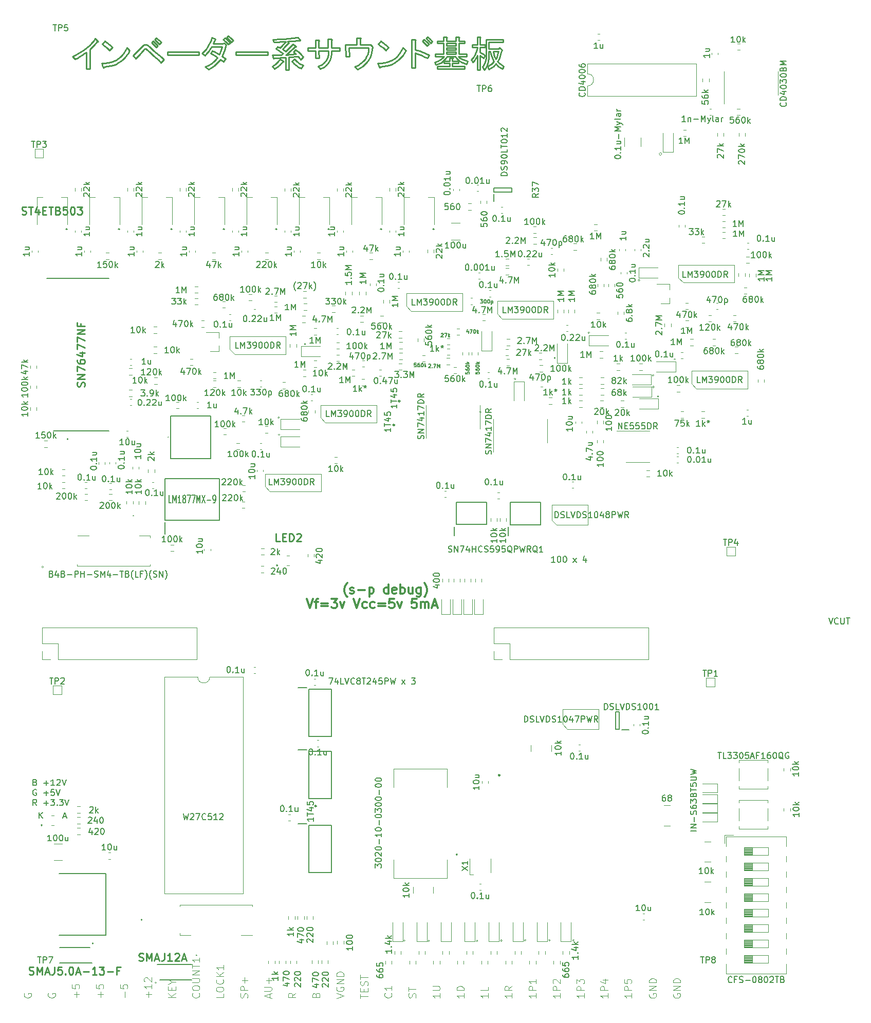
<source format=gbr>
%TF.GenerationSoftware,KiCad,Pcbnew,(5.1.9)-1*%
%TF.CreationDate,2021-07-10T01:48:30+09:00*%
%TF.ProjectId,invader-haichigae,696e7661-6465-4722-9d68-616963686967,rev?*%
%TF.SameCoordinates,Original*%
%TF.FileFunction,Legend,Top*%
%TF.FilePolarity,Positive*%
%FSLAX46Y46*%
G04 Gerber Fmt 4.6, Leading zero omitted, Abs format (unit mm)*
G04 Created by KiCad (PCBNEW (5.1.9)-1) date 2021-07-10 01:48:30*
%MOMM*%
%LPD*%
G01*
G04 APERTURE LIST*
%ADD10C,0.150000*%
%ADD11C,0.215999*%
%ADD12C,0.120000*%
%ADD13C,0.300000*%
%ADD14C,0.200000*%
%ADD15C,0.100000*%
%ADD16C,0.250000*%
%ADD17C,0.101600*%
%ADD18C,0.254000*%
G04 APERTURE END LIST*
D10*
X87320380Y-148443819D02*
X87320380Y-149015247D01*
X87320380Y-148729533D02*
X86320380Y-148729533D01*
X86463238Y-148824771D01*
X86558476Y-148920009D01*
X86606095Y-149015247D01*
X86320380Y-148158104D02*
X86320380Y-147586676D01*
X87320380Y-147872390D02*
X86320380Y-147872390D01*
X86653714Y-146824771D02*
X87320380Y-146824771D01*
X86272761Y-147062866D02*
X86987047Y-147300961D01*
X86987047Y-146681914D01*
X86320380Y-145824771D02*
X86320380Y-146300961D01*
X86796571Y-146348580D01*
X86748952Y-146300961D01*
X86701333Y-146205723D01*
X86701333Y-145967628D01*
X86748952Y-145872390D01*
X86796571Y-145824771D01*
X86891809Y-145777152D01*
X87129904Y-145777152D01*
X87225142Y-145824771D01*
X87272761Y-145872390D01*
X87320380Y-145967628D01*
X87320380Y-146205723D01*
X87272761Y-146300961D01*
X87225142Y-146348580D01*
X100071180Y-84232619D02*
X100071180Y-84804047D01*
X100071180Y-84518333D02*
X99071180Y-84518333D01*
X99214038Y-84613571D01*
X99309276Y-84708809D01*
X99356895Y-84804047D01*
X99071180Y-83946904D02*
X99071180Y-83375476D01*
X100071180Y-83661190D02*
X99071180Y-83661190D01*
X99404514Y-82613571D02*
X100071180Y-82613571D01*
X99023561Y-82851666D02*
X99737847Y-83089761D01*
X99737847Y-82470714D01*
X99071180Y-81613571D02*
X99071180Y-82089761D01*
X99547371Y-82137380D01*
X99499752Y-82089761D01*
X99452133Y-81994523D01*
X99452133Y-81756428D01*
X99499752Y-81661190D01*
X99547371Y-81613571D01*
X99642609Y-81565952D01*
X99880704Y-81565952D01*
X99975942Y-81613571D01*
X100023561Y-81661190D01*
X100071180Y-81756428D01*
X100071180Y-81994523D01*
X100023561Y-82089761D01*
X99975942Y-82137380D01*
X101112580Y-80346419D02*
X101112580Y-80917847D01*
X101112580Y-80632133D02*
X100112580Y-80632133D01*
X100255438Y-80727371D01*
X100350676Y-80822609D01*
X100398295Y-80917847D01*
X100112580Y-80060704D02*
X100112580Y-79489276D01*
X101112580Y-79774990D02*
X100112580Y-79774990D01*
X100445914Y-78727371D02*
X101112580Y-78727371D01*
X100064961Y-78965466D02*
X100779247Y-79203561D01*
X100779247Y-78584514D01*
X100112580Y-77727371D02*
X100112580Y-78203561D01*
X100588771Y-78251180D01*
X100541152Y-78203561D01*
X100493533Y-78108323D01*
X100493533Y-77870228D01*
X100541152Y-77774990D01*
X100588771Y-77727371D01*
X100684009Y-77679752D01*
X100922104Y-77679752D01*
X101017342Y-77727371D01*
X101064961Y-77774990D01*
X101112580Y-77870228D01*
X101112580Y-78108323D01*
X101064961Y-78203561D01*
X101017342Y-78251180D01*
D11*
X81909374Y-20103051D02*
X82301357Y-20082459D01*
X83784373Y-19953903D02*
X84133898Y-19910223D01*
X83959269Y-21684001D02*
X83570910Y-22012125D01*
X84010597Y-20909631D02*
X84454968Y-21237751D01*
X81508896Y-20119023D02*
X81909374Y-20103051D01*
X81969173Y-20542131D02*
X81575424Y-20551503D01*
X82251848Y-21800251D02*
X82791848Y-22128375D01*
X84033097Y-22199625D02*
X84385596Y-21871501D01*
X84250596Y-22363688D02*
X84033097Y-22199625D01*
X82767473Y-22668375D02*
X84479352Y-22574625D01*
X83059848Y-20027415D02*
X83426356Y-19992963D01*
X82791848Y-22128375D02*
X83249763Y-21701292D01*
X82684848Y-20057247D02*
X83059848Y-20027415D01*
X84133898Y-19910223D02*
X84474936Y-19861923D01*
X81099936Y-20130387D02*
X81508896Y-20119023D01*
X74569968Y-22715250D02*
X74569968Y-22199625D01*
X83173644Y-22340250D02*
X82767473Y-22668375D01*
X84205596Y-20386947D02*
X83811847Y-20424447D01*
X83410597Y-20458047D02*
X83001848Y-20487747D01*
X84970596Y-20300247D02*
X84591852Y-20345547D01*
X82301357Y-20082459D02*
X82684848Y-20057247D01*
X84454968Y-21237751D02*
X84508416Y-21326345D01*
X83656014Y-21295043D02*
X84010597Y-20909631D01*
X82644660Y-21390095D02*
X82251848Y-21800251D01*
X80798724Y-20559003D02*
X80682468Y-20137131D01*
X81575424Y-20551503D02*
X81185268Y-20557131D01*
X82366523Y-20529003D02*
X81969173Y-20542131D01*
X80682468Y-20137131D02*
X81099936Y-20130387D01*
X84338724Y-21355875D02*
X83959269Y-21684001D01*
X84807468Y-19809003D02*
X85135596Y-20253375D01*
X83166847Y-20815875D02*
X82644660Y-21390095D01*
X83426356Y-19992963D02*
X83784373Y-19953903D01*
X81185268Y-20557131D02*
X80798724Y-20559003D01*
X83336535Y-20769471D02*
X83166847Y-20815875D01*
X84385596Y-21871501D02*
X84869556Y-22233375D01*
X83249763Y-21701292D02*
X83656014Y-21295043D01*
X83570910Y-22012125D02*
X83173644Y-22340250D01*
X84508416Y-21326345D02*
X84338724Y-21355875D01*
X85117788Y-20324151D02*
X84970596Y-20300247D01*
X83811847Y-20424447D02*
X83410597Y-20458047D01*
X84479352Y-22574625D02*
X84250596Y-22363688D01*
X83283097Y-20675247D02*
X83336535Y-20769471D01*
X84591852Y-20345547D02*
X84205596Y-20386947D01*
X85135596Y-20253375D02*
X85117788Y-20324151D01*
X83001848Y-20487747D02*
X83283097Y-20675247D01*
X84474936Y-19861923D02*
X84807468Y-19809003D01*
X85085592Y-24133995D02*
X85651224Y-24425247D01*
X82228880Y-21185247D02*
X82767473Y-20512131D01*
X82767473Y-20512131D02*
X82366523Y-20529003D01*
X82767473Y-20512131D02*
X82767473Y-20512131D01*
X85345596Y-24940875D02*
X84905088Y-24717159D01*
X84120402Y-24119979D02*
X83776222Y-23746503D01*
X85204968Y-23465250D02*
X84977160Y-23136655D01*
X82369973Y-22480875D02*
X81973722Y-22210043D01*
X84905088Y-24717159D02*
X84496692Y-24443535D01*
X84977160Y-23136655D02*
X84807468Y-22949625D01*
X81876848Y-21565875D02*
X82228880Y-21185247D01*
X85291428Y-22631500D02*
X85651224Y-23065875D01*
X80845596Y-23230875D02*
X80805288Y-23329781D01*
X84807468Y-22949625D02*
X83283097Y-23065875D01*
X81151224Y-21730875D02*
X81454968Y-21355875D01*
X81973722Y-22210043D02*
X81567468Y-21960042D01*
X84869556Y-22233375D02*
X85291428Y-22631500D01*
X80729352Y-23300250D02*
X80564352Y-22715250D01*
X83283097Y-25152747D02*
X82814348Y-25152747D01*
X82064348Y-22690875D02*
X82369973Y-22480875D01*
X82814348Y-23112750D02*
X80845596Y-23230875D01*
X90314352Y-22034625D02*
X90314352Y-22480875D01*
X84220596Y-23394000D02*
X84608724Y-23790255D01*
X91673724Y-22034625D02*
X90314352Y-22034625D01*
X91673724Y-21519001D02*
X91673724Y-22034625D01*
X81567468Y-21960042D02*
X81151224Y-21730875D01*
X80564352Y-22715250D02*
X82064348Y-22690875D01*
X82345598Y-23699631D02*
X82422004Y-23792907D01*
X81515388Y-23824203D02*
X81876848Y-23418375D01*
X81876848Y-23418375D02*
X82345598Y-23699631D01*
X81086016Y-24199203D02*
X81515388Y-23824203D01*
X80588724Y-24543375D02*
X81086016Y-24199203D01*
X80939353Y-25034631D02*
X80588724Y-24543375D01*
X81442056Y-24683583D02*
X80939353Y-25034631D01*
X84496692Y-24443535D02*
X84120402Y-24119979D01*
X81887681Y-24285459D02*
X81442056Y-24683583D01*
X82276223Y-23840247D02*
X81887681Y-24285459D01*
X82422004Y-23792907D02*
X82276223Y-23840247D01*
X85651224Y-23065875D02*
X85204968Y-23465250D01*
X85651224Y-24425247D02*
X85345596Y-24940875D01*
X83283097Y-23065875D02*
X83283097Y-25152747D01*
X84608724Y-23790255D02*
X85085592Y-24133995D01*
X82814348Y-25152747D02*
X82814348Y-23112750D01*
X83776222Y-23746503D02*
X84220596Y-23394000D01*
X81454968Y-21355875D02*
X81876848Y-21565875D01*
X80805288Y-23329781D02*
X80729352Y-23300250D01*
X109791900Y-23699631D02*
X109791900Y-23184000D01*
X112791900Y-23746503D02*
X112604340Y-24237747D01*
X112251900Y-20793375D02*
X111291900Y-20793375D01*
X111291900Y-20418375D02*
X112251900Y-20418375D01*
X111291900Y-19902747D02*
X111291900Y-20418375D01*
X111291900Y-22574625D02*
X112626900Y-22574625D01*
X108876900Y-23699631D02*
X109791900Y-23699631D01*
X109251900Y-20418375D02*
X110823060Y-20418375D01*
X112247940Y-23582086D02*
X112791900Y-23746503D01*
X112626900Y-22949625D02*
X111267420Y-22949625D01*
X111291900Y-20793375D02*
X111291900Y-22574625D01*
X112251900Y-20418375D02*
X112251900Y-20793375D01*
X110823060Y-19762131D02*
X111267420Y-19762131D01*
X111390780Y-19808535D02*
X111291900Y-19902747D01*
X112604340Y-24237747D02*
X112131540Y-24074031D01*
X111267420Y-19762131D02*
X111390780Y-19808535D01*
X111812580Y-23394468D02*
X112247940Y-23582086D01*
X111267420Y-22949625D02*
X111485820Y-23183649D01*
X110823060Y-20418375D02*
X110823060Y-19762131D01*
X112626900Y-22574625D02*
X112626900Y-22949625D01*
X111220620Y-24074631D02*
X110260620Y-24074631D01*
X111220620Y-23699631D02*
X111220620Y-24074631D01*
X110260620Y-23699631D02*
X111220620Y-23699631D01*
X110260620Y-23324625D02*
X110260620Y-23699631D01*
X110359500Y-23230405D02*
X110260620Y-23324625D01*
X111485820Y-23183649D02*
X111812580Y-23394468D01*
X110236260Y-23184000D02*
X110359500Y-23230405D01*
X109791900Y-23184000D02*
X110236260Y-23184000D01*
X104428380Y-22511175D02*
X104091900Y-22409625D01*
X107329980Y-23887131D02*
X107829540Y-23723067D01*
X109100220Y-23343075D02*
X108794820Y-23680431D01*
X108003420Y-24186831D02*
X107517420Y-24355875D01*
X104091900Y-20347132D02*
X104091900Y-21824625D01*
X104179020Y-20218683D02*
X104091900Y-20347132D01*
X106411260Y-22715250D02*
X106129980Y-23253375D01*
X109229340Y-19762131D02*
X109352220Y-19808535D01*
X107776260Y-20418375D02*
X108783060Y-20418375D01*
X106570140Y-20071971D02*
X106951260Y-20512131D01*
X108783060Y-19762131D02*
X109229340Y-19762131D01*
X110729340Y-22949625D02*
X109345620Y-22949625D01*
X105245460Y-22211345D02*
X105632700Y-22366292D01*
X99259980Y-21918375D02*
X98845380Y-21550667D01*
X108250140Y-23512125D02*
X108591780Y-23254312D01*
X108783060Y-20418375D02*
X108783060Y-19762131D01*
X108783060Y-20793375D02*
X107776260Y-20793375D01*
X98819339Y-20712123D02*
X99233100Y-21047751D01*
X98463060Y-20465247D02*
X98819339Y-20712123D01*
X109345620Y-22949625D02*
X109100220Y-23343075D01*
X104475060Y-21940511D02*
X104859540Y-22069417D01*
X108783060Y-22574625D02*
X108783060Y-20793375D01*
X106388700Y-20956503D02*
X106083060Y-21190875D01*
X108854340Y-22949625D02*
X107423700Y-22949625D01*
X111006540Y-23301150D02*
X110729340Y-22949625D01*
X104020620Y-20159631D02*
X104179020Y-20218683D01*
X106951260Y-20512131D02*
X106645620Y-20746503D01*
X111332700Y-23605731D02*
X111006540Y-23301150D01*
X105873060Y-19972131D02*
X106176900Y-19737747D01*
X105685140Y-20746035D02*
X105286260Y-20394003D01*
X106021260Y-22534260D02*
X106411260Y-22715250D01*
X108591780Y-23254312D02*
X108854340Y-22949625D01*
X104091900Y-22409625D02*
X104091900Y-24847131D01*
X104800500Y-22646325D02*
X104428380Y-22511175D01*
X103551900Y-20159631D02*
X104020620Y-20159631D01*
X107423700Y-22574625D02*
X108783060Y-22574625D01*
X106300620Y-20353215D02*
X105873060Y-19972131D01*
X99233100Y-21047751D02*
X99704339Y-21472125D01*
X106176900Y-19737747D02*
X106570140Y-20071971D01*
X107423700Y-22949625D02*
X107423700Y-22574625D01*
X104859540Y-22069417D02*
X105245460Y-22211345D01*
X107829540Y-23723067D02*
X108250140Y-23512125D01*
X108429180Y-23961675D02*
X108003420Y-24186831D01*
X106083060Y-21190875D02*
X105685140Y-20746035D01*
X105632700Y-22366292D02*
X106021260Y-22534260D01*
X105208020Y-22815075D02*
X104800500Y-22646325D01*
X99259980Y-21918375D02*
X99259980Y-21918375D01*
X105286260Y-20394003D02*
X105591900Y-20159631D01*
X111707700Y-23863347D02*
X111332700Y-23605731D01*
X109251900Y-19902747D02*
X109251900Y-20418375D01*
X103551900Y-24847131D02*
X103551900Y-20159631D01*
X107776260Y-20793375D02*
X107776260Y-20418375D01*
X104091900Y-21824625D02*
X104475060Y-21940511D01*
X104091900Y-24847131D02*
X103551900Y-24847131D01*
X107517420Y-24355875D02*
X107329980Y-23887131D01*
X106645620Y-20746503D02*
X106300620Y-20353215D01*
X105989820Y-20511651D02*
X106388700Y-20956503D01*
X105651300Y-23017425D02*
X105208020Y-22815075D01*
X108794820Y-23680431D02*
X108429180Y-23961675D01*
X106129980Y-23253375D02*
X105651300Y-23017425D01*
X105591900Y-20159631D02*
X105989820Y-20511651D01*
X112131540Y-24074031D02*
X111707700Y-23863347D01*
X99704339Y-21472125D02*
X99259980Y-21918375D01*
X109352220Y-19808535D02*
X109251900Y-19902747D01*
X109251900Y-21847125D02*
X110823060Y-21847125D01*
X110823060Y-22574625D02*
X110823060Y-22222125D01*
X117807420Y-22128375D02*
X116963700Y-22128375D01*
X117708060Y-22620666D02*
X117807420Y-22128375D01*
X117385620Y-23371500D02*
X117567420Y-23035042D01*
X109251900Y-21519001D02*
X109251900Y-21847125D01*
X109251900Y-22222125D02*
X109251900Y-22574625D01*
X110260620Y-24074631D02*
X110260620Y-24543375D01*
X109251900Y-22574625D02*
X110823060Y-22574625D01*
X109251900Y-20793375D02*
X109251900Y-21144003D01*
X110823060Y-20793375D02*
X109251900Y-20793375D01*
X108876900Y-24074631D02*
X108876900Y-23699631D01*
X112276260Y-24987747D02*
X107798700Y-24987747D01*
X109791900Y-24543375D02*
X109791900Y-24074631D01*
X117567420Y-23035042D02*
X117708060Y-22620666D01*
X110823060Y-22222125D02*
X109251900Y-22222125D01*
X117202860Y-23004208D02*
X117385620Y-23371500D01*
X110823060Y-21519001D02*
X109251900Y-21519001D01*
X110823060Y-21144003D02*
X110823060Y-20793375D01*
X107798700Y-24543375D02*
X109791900Y-24543375D01*
X109251900Y-21144003D02*
X110823060Y-21144003D01*
X110260620Y-24543375D02*
X112276260Y-24543375D01*
X116963700Y-22128375D02*
X117062220Y-22589833D01*
X117062220Y-22589833D02*
X117202860Y-23004208D01*
X107798700Y-24987747D02*
X107798700Y-24543375D01*
X110823060Y-21847125D02*
X110823060Y-21519001D01*
X109791900Y-24074631D02*
X108876900Y-24074631D01*
X112276260Y-24543375D02*
X112276260Y-24987747D01*
X113906100Y-22730250D02*
X114102900Y-22317750D01*
X118323060Y-22012125D02*
X118213140Y-22501031D01*
X115463700Y-25128375D02*
X115182420Y-24659631D01*
X115767420Y-23174625D02*
X115791899Y-22644000D01*
X114807420Y-19762131D02*
X114906899Y-19808535D01*
X113517420Y-20980875D02*
X114361260Y-20980875D01*
X115572420Y-24044631D02*
X115694340Y-23641503D01*
X113664060Y-23120250D02*
X113906100Y-22730250D01*
X114122100Y-23253791D02*
X113872020Y-23636295D01*
X116596980Y-22541812D02*
X116517420Y-22128375D01*
X113611260Y-23909631D02*
X113376900Y-23487750D01*
X117896340Y-23391655D02*
X117689340Y-23793375D01*
X118392420Y-21847125D02*
X118422060Y-21924001D01*
X115906379Y-24558171D02*
X115707180Y-24876447D01*
X115791899Y-20184003D02*
X118579980Y-20184003D01*
X118155540Y-24836703D02*
X117773100Y-24555459D01*
X116260619Y-21684001D02*
X117876900Y-21684001D01*
X118579980Y-20628375D02*
X116260619Y-20628375D01*
X113872020Y-23636295D02*
X113611260Y-23909631D01*
X116236260Y-25105875D02*
X116048700Y-24612747D01*
X115707180Y-24876447D02*
X115463700Y-25128375D01*
X114361260Y-22762125D02*
X114122100Y-23253791D01*
X116048700Y-24612747D02*
X116634660Y-24261651D01*
X116048700Y-24612747D02*
X116048700Y-24612747D01*
X116687220Y-24837543D02*
X116236260Y-25105875D01*
X116260619Y-20628375D02*
X116260619Y-21684001D01*
X116517420Y-22128375D02*
X116260619Y-22128375D01*
X116061420Y-24173535D02*
X115906379Y-24558171D01*
X116172059Y-23722539D02*
X116061420Y-24173535D01*
X116878140Y-23385562D02*
X116717220Y-22960875D01*
X117070380Y-24532539D02*
X116687220Y-24837543D01*
X118070940Y-22960875D02*
X117896340Y-23391655D01*
X115791899Y-22644000D02*
X115791899Y-20184003D01*
X117773100Y-24555459D02*
X117385620Y-24190875D01*
X117689340Y-23793375D02*
X118076580Y-24168375D01*
X118076580Y-24168375D02*
X118720620Y-24543375D01*
X117079980Y-23815875D02*
X116878140Y-23385562D01*
X115604340Y-20980875D02*
X115604340Y-21425251D01*
X116717220Y-22960875D02*
X116596980Y-22541812D01*
X114361260Y-21425251D02*
X113517420Y-21425251D01*
X118422060Y-21924001D02*
X118323060Y-22012125D01*
X113376900Y-23487750D02*
X113664060Y-23120250D01*
X114829980Y-20980875D02*
X115604340Y-20980875D01*
X114361260Y-19762131D02*
X114807420Y-19762131D01*
X117876900Y-21684001D02*
X117994980Y-21565875D01*
X118579980Y-20184003D02*
X118579980Y-20628375D01*
X116634660Y-24261651D02*
X117079980Y-23815875D01*
X115401899Y-24384003D02*
X115572420Y-24044631D01*
X116238419Y-23205197D02*
X116172059Y-23722539D01*
X118720620Y-24543375D02*
X118533060Y-25034631D01*
X114829980Y-19902747D02*
X114829980Y-20980875D01*
X114906899Y-19808535D02*
X114829980Y-19902747D01*
X114361260Y-20980875D02*
X114361260Y-19762131D01*
X114102900Y-22317750D02*
X114254699Y-21882751D01*
X118533060Y-25034631D02*
X118155540Y-24836703D01*
X117994980Y-21565875D02*
X118392420Y-21847125D01*
X114254699Y-21882751D02*
X114361260Y-21425251D01*
X116260619Y-22128375D02*
X116260619Y-22621500D01*
X117385620Y-24190875D02*
X117070380Y-24532539D01*
X118213140Y-22501031D02*
X118070940Y-22960875D01*
X115694340Y-23641503D02*
X115767420Y-23174625D01*
X115182420Y-24659631D02*
X115401899Y-24384003D01*
X116260619Y-22621500D02*
X116238419Y-23205197D01*
X113517420Y-21425251D02*
X113517420Y-20980875D01*
X95858940Y-24254307D02*
X95489940Y-24564903D01*
X88204968Y-20512131D02*
X88229352Y-21519001D01*
X89776224Y-22034625D02*
X88229352Y-22034625D01*
X96178740Y-23916975D02*
X95858940Y-24254307D01*
X96449340Y-23552905D02*
X96178740Y-23916975D01*
X97039740Y-21829256D02*
X96965940Y-22300275D01*
X89751852Y-20090247D02*
X90267468Y-20090247D01*
X88182468Y-20277747D02*
X88305288Y-20347599D01*
X90108720Y-23540250D02*
X89851692Y-23986035D01*
X86401224Y-21519001D02*
X87713724Y-21519001D01*
X88251852Y-23230875D02*
X87736224Y-23230875D01*
X88088724Y-24565875D02*
X88696224Y-24304347D01*
X87713724Y-22034625D02*
X86401224Y-22034625D01*
X96670740Y-23162100D02*
X96449340Y-23552905D01*
X89776224Y-22527750D02*
X89776224Y-22034625D01*
X96965940Y-22300275D02*
X96842940Y-22744555D01*
X90390756Y-20160099D02*
X90291852Y-20324632D01*
X90267468Y-20090247D02*
X90390756Y-20160099D01*
X89751852Y-21519001D02*
X89751852Y-20090247D01*
X86401224Y-22034625D02*
X86401224Y-21519001D01*
X88229352Y-22034625D02*
X88251852Y-23230875D01*
X89708724Y-23081475D02*
X89776224Y-22527750D01*
X89506224Y-23562150D02*
X89708724Y-23081475D01*
X90262944Y-23038531D02*
X90108720Y-23540250D01*
X89851692Y-23986035D02*
X89491848Y-24375878D01*
X89491848Y-24375878D02*
X89029188Y-24709779D01*
X88696224Y-24304347D02*
X89168724Y-23969775D01*
X95547180Y-23741163D02*
X95869500Y-23370562D01*
X95154540Y-24079551D02*
X95547180Y-23741163D01*
X88305288Y-20347599D02*
X88204968Y-20512131D01*
X94691508Y-24385695D02*
X95154540Y-24079551D01*
X94158096Y-24659631D02*
X94691508Y-24385695D01*
X87713724Y-21519001D02*
X87689352Y-20277747D01*
X90291852Y-20324632D02*
X90291852Y-21519001D01*
X87736224Y-23230875D02*
X87713724Y-22034625D01*
X89029188Y-24709779D02*
X88463724Y-24987747D01*
X96842940Y-22744555D02*
X96670740Y-23162100D01*
X90291852Y-21519001D02*
X91673724Y-21519001D01*
X88229352Y-21519001D02*
X89751852Y-21519001D01*
X88463724Y-24987747D02*
X88088724Y-24565875D01*
X87689352Y-20277747D02*
X88182468Y-20277747D01*
X89168724Y-23969775D02*
X89506224Y-23562150D01*
X90314352Y-22480875D02*
X90262944Y-23038531D01*
X94604352Y-25105875D02*
X94158096Y-24659631D01*
X95071740Y-24848751D02*
X94604352Y-25105875D01*
X95489940Y-24564903D02*
X95071740Y-24848751D01*
X50500620Y-21800251D02*
X50500620Y-24987747D01*
X50500620Y-24987747D02*
X49960620Y-24987747D01*
X50940540Y-21396709D02*
X50500620Y-21800251D01*
X51323101Y-20998587D02*
X50940540Y-21396709D01*
X51648060Y-20605875D02*
X51323101Y-20998587D01*
X51101820Y-20385568D02*
X51366900Y-20019003D01*
X50812860Y-20735247D02*
X51101820Y-20385568D01*
X50500020Y-21068067D02*
X50812860Y-20735247D01*
X51865620Y-20517279D02*
X51648060Y-20605875D01*
X51366900Y-20019003D02*
X51813060Y-20394003D01*
X51813060Y-20394003D02*
X51865620Y-20517279D01*
X70831260Y-20815875D02*
X72402468Y-20815875D01*
X72899820Y-20541183D02*
X72496224Y-20184003D01*
X73315596Y-20956503D02*
X72899820Y-20541183D01*
X71229660Y-20184003D02*
X71065596Y-20277747D01*
X72496224Y-20184003D02*
X72799968Y-19949631D01*
X73204968Y-20294631D02*
X73621224Y-20722131D01*
X72964968Y-21027747D02*
X72988404Y-21132747D01*
X73339968Y-19597131D02*
X73720596Y-19908375D01*
X72402468Y-20815875D02*
X72659352Y-20722131D01*
X79797468Y-22715250D02*
X74569968Y-22715250D01*
X74112468Y-20324632D02*
X73808724Y-20581503D01*
X70960140Y-20552907D02*
X70831260Y-20815875D01*
X79797468Y-22199625D02*
X79797468Y-22715250D01*
X71065596Y-20277747D02*
X70960140Y-20552907D01*
X74569968Y-22199625D02*
X79797468Y-22199625D01*
X73034352Y-19831503D02*
X73339968Y-19597131D01*
X73404192Y-20159631D02*
X73034352Y-19831503D01*
X73808724Y-20581503D02*
X73404192Y-20159631D01*
X73720596Y-19908375D02*
X74112468Y-20324632D01*
X73621224Y-20722131D02*
X73315596Y-20956503D01*
X72659352Y-20722131D02*
X72964968Y-21027747D01*
X71159352Y-20090247D02*
X71229660Y-20184003D01*
X72799968Y-19949631D02*
X73204968Y-20294631D01*
X56844060Y-22366981D02*
X56576460Y-22775296D01*
X56281020Y-23143323D02*
X55957620Y-23471061D01*
X56576460Y-22775296D02*
X56281020Y-23143323D01*
X49621501Y-22494600D02*
X49259820Y-22733400D01*
X48038700Y-23394000D02*
X47641260Y-22925250D01*
X47641260Y-22925250D02*
X48121260Y-22710562D01*
X48875460Y-22962900D02*
X48468420Y-23183100D01*
X49259820Y-22733400D02*
X48875460Y-22962900D01*
X48468420Y-23183100D02*
X48038700Y-23394000D01*
X49960620Y-24987747D02*
X49960620Y-22246501D01*
X49960620Y-22246501D02*
X49621501Y-22494600D01*
X61728060Y-21144003D02*
X61446900Y-21425251D01*
X60018060Y-21097131D02*
X60018060Y-21097131D01*
X59514180Y-21016035D02*
X59689980Y-20980875D01*
X58945500Y-21525798D02*
X59361900Y-21121503D01*
X59689980Y-20980875D02*
X59865780Y-21009939D01*
X61446900Y-21425251D02*
X61013220Y-21009471D01*
X61493700Y-19878375D02*
X61493700Y-19878375D01*
X61887060Y-20218683D02*
X62268060Y-20628375D01*
X62268060Y-20628375D02*
X61986900Y-20909631D01*
X59865780Y-21009939D02*
X60018060Y-21097131D01*
X58078260Y-22369547D02*
X58517580Y-21941813D01*
X59361900Y-21121503D02*
X59514180Y-21016035D01*
X58517580Y-21941813D02*
X58945500Y-21525798D01*
X61212420Y-20159631D02*
X61493700Y-19878375D01*
X61986900Y-20909631D02*
X61570140Y-20476503D01*
X61570140Y-20476503D02*
X61212420Y-20159631D01*
X60018060Y-21097131D02*
X60338100Y-21381475D01*
X63289980Y-22199625D02*
X68517420Y-22199625D01*
X60931260Y-20394003D02*
X61317900Y-20734311D01*
X60649980Y-20699631D02*
X60931260Y-20394003D01*
X61493700Y-19878375D02*
X61887060Y-20218683D01*
X61013220Y-21009471D02*
X60649980Y-20699631D01*
X61317900Y-20734311D02*
X61728060Y-21144003D01*
X53921700Y-24505407D02*
X53430780Y-24591411D01*
X54384660Y-24379119D02*
X53921700Y-24505407D01*
X54819780Y-24212535D02*
X54384660Y-24379119D01*
X55227060Y-24005667D02*
X54819780Y-24212535D01*
X55957620Y-23471061D02*
X55606260Y-23758515D01*
X55606260Y-23758515D02*
X55227060Y-24005667D01*
X52489980Y-24074631D02*
X53027460Y-24042111D01*
X52677420Y-24684003D02*
X52489980Y-24074631D01*
X52795140Y-24800715D02*
X52677420Y-24684003D01*
X52911900Y-24637131D02*
X52795140Y-24800715D01*
X53430780Y-24591411D02*
X52911900Y-24637131D01*
X54003780Y-23859759D02*
X54442620Y-23709915D01*
X53532060Y-23970495D02*
X54003780Y-23859759D01*
X56592420Y-21565875D02*
X57083700Y-21918375D01*
X54442620Y-23709915D02*
X54848460Y-23520958D01*
X55561380Y-23025709D02*
X55868580Y-22719418D01*
X56384100Y-21989502D02*
X56592420Y-21565875D01*
X56142780Y-22374016D02*
X56384100Y-21989502D01*
X55868580Y-22719418D02*
X56142780Y-22374016D01*
X55221420Y-23292889D02*
X55561380Y-23025709D01*
X53027460Y-24042111D02*
X53532060Y-23970495D01*
X54848460Y-23520958D02*
X55221420Y-23292889D01*
X57083700Y-21918375D02*
X56844060Y-22366981D01*
X53779980Y-21918375D02*
X53365380Y-21550667D01*
X53779980Y-21918375D02*
X53779980Y-21918375D01*
X53339340Y-20712123D02*
X53753100Y-21047751D01*
X52983060Y-20465247D02*
X53339340Y-20712123D01*
X54224340Y-21472125D02*
X53779980Y-21918375D01*
X53753100Y-21047751D02*
X54224340Y-21472125D01*
X53365380Y-21550667D02*
X52966620Y-21230042D01*
X52583700Y-20956503D02*
X52983060Y-20465247D01*
X52966620Y-21230042D02*
X52583700Y-20956503D01*
X60338100Y-21381475D02*
X60681900Y-21684881D01*
X72284352Y-21331501D02*
X70574340Y-21331501D01*
X71123304Y-22225667D02*
X71521428Y-22428791D01*
X71862468Y-22621500D02*
X72066012Y-22154834D01*
X70668060Y-22012125D02*
X71123304Y-22225667D01*
X70574340Y-21331501D02*
X70338060Y-21721149D01*
X69786900Y-22447710D02*
X69471900Y-22784625D01*
X70075620Y-22093219D02*
X69786900Y-22447710D01*
X72066012Y-22154834D02*
X72206640Y-21724833D01*
X70764300Y-22644417D02*
X70386900Y-22434000D01*
X70386900Y-22434000D02*
X70668060Y-22012125D01*
X70338060Y-21721149D02*
X70075620Y-22093219D01*
X71521428Y-22428791D02*
X71862468Y-22621500D01*
X71146848Y-22870666D02*
X70764300Y-22644417D01*
X69471900Y-22784625D02*
X69027420Y-22480875D01*
X70596900Y-19855875D02*
X71159352Y-20090247D01*
X70472940Y-20247867D02*
X70596900Y-19855875D01*
X70315620Y-20634195D02*
X70472940Y-20247867D01*
X70124940Y-21014859D02*
X70315620Y-20634195D01*
X69900780Y-21389855D02*
X70124940Y-21014859D01*
X69643140Y-21759192D02*
X69900780Y-21389855D01*
X69352020Y-22122865D02*
X69643140Y-21759192D01*
X69027420Y-22480875D02*
X69352020Y-22122865D01*
X72206640Y-21724833D02*
X72284352Y-21331501D01*
X62296140Y-23089063D02*
X62759340Y-23487750D01*
X61856700Y-22709434D02*
X62296140Y-23089063D01*
X61841340Y-23585406D02*
X61446900Y-23222124D01*
X62759340Y-23487750D02*
X62243700Y-23956503D01*
X60681900Y-21684881D02*
X61049700Y-22007342D01*
X61441260Y-22348860D02*
X61856700Y-22709434D01*
X61049700Y-22007342D02*
X61441260Y-22348860D01*
X60681180Y-22519000D02*
X60310140Y-22179157D01*
X61060140Y-22866655D02*
X60681180Y-22519000D01*
X61446900Y-23222124D02*
X61060140Y-22866655D01*
X62243700Y-23956503D02*
X61841340Y-23585406D01*
X58071900Y-23324625D02*
X57627420Y-22809000D01*
X58391580Y-22977047D02*
X58071900Y-23324625D01*
X59537100Y-21706501D02*
X59384340Y-21847125D01*
X59771580Y-21706501D02*
X59665620Y-21659625D01*
X60310140Y-22179157D02*
X59946900Y-21847125D01*
X58716900Y-22614937D02*
X58391580Y-22977047D01*
X57627420Y-22809000D02*
X58078260Y-22369547D01*
X59047740Y-22238298D02*
X58716900Y-22614937D01*
X59665620Y-21659625D02*
X59537100Y-21706501D01*
X59384340Y-21847125D02*
X59047740Y-22238298D01*
X59946900Y-21847125D02*
X59771580Y-21706501D01*
X70049340Y-24410547D02*
X70516260Y-24131331D01*
X69518700Y-24659631D02*
X70049340Y-24410547D01*
X68517420Y-22715250D02*
X63289980Y-22715250D01*
X71708124Y-23820603D02*
X71366196Y-24172275D01*
X71534352Y-23112750D02*
X71146848Y-22870666D01*
X71258724Y-23482425D02*
X71534352Y-23112750D01*
X70058700Y-25059003D02*
X69518700Y-24659631D01*
X71366196Y-24172275D02*
X70977300Y-24495903D01*
X72484500Y-22528687D02*
X72308724Y-22925250D01*
X72518724Y-23815875D02*
X72003096Y-23440875D01*
X68517420Y-22199625D02*
X68517420Y-22715250D01*
X72988404Y-21132747D02*
X72871224Y-21215251D01*
X70919340Y-23821947D02*
X71258724Y-23482425D01*
X72871224Y-23300250D02*
X72518724Y-23815875D01*
X72003096Y-23440875D02*
X71708124Y-23820603D01*
X70516260Y-24131331D02*
X70919340Y-23821947D01*
X72308724Y-22925250D02*
X72871224Y-23300250D01*
X72871224Y-21215251D02*
X72765756Y-21673688D01*
X70977300Y-24495903D02*
X70541460Y-24791475D01*
X72636852Y-22111501D02*
X72484500Y-22528687D01*
X72765756Y-21673688D02*
X72636852Y-22111501D01*
X63289980Y-22715250D02*
X63289980Y-22199625D01*
X70541460Y-24791475D02*
X70058700Y-25059003D01*
X115604340Y-21425251D02*
X114829980Y-21425251D01*
X115270140Y-22521655D02*
X115604340Y-22784625D01*
X115604340Y-22784625D02*
X115392420Y-23253375D01*
X115392420Y-23253375D02*
X115111260Y-23031187D01*
X114829980Y-22246501D02*
X115270140Y-22521655D01*
X114829980Y-21425251D02*
X114829980Y-22246501D01*
X114829980Y-22784625D02*
X114829980Y-25199631D01*
X114361260Y-25199631D02*
X114361260Y-22762125D01*
X115111260Y-23031187D02*
X114829980Y-22784625D01*
X114829980Y-25199631D02*
X114361260Y-25199631D01*
X98275140Y-24800715D02*
X98157420Y-24684003D01*
X96454980Y-21565875D02*
X93198096Y-21565875D01*
X98910779Y-24591411D02*
X98391900Y-24637131D01*
X96302940Y-22532671D02*
X96414180Y-22065387D01*
X99401700Y-24505407D02*
X98910779Y-24591411D01*
X102324060Y-22366981D02*
X102056460Y-22775296D01*
X95026260Y-21050247D02*
X96783060Y-21050247D01*
X102056460Y-22775296D02*
X101761020Y-23143323D01*
X95869500Y-23370562D02*
X96121380Y-22967730D01*
X101348580Y-22719418D02*
X101622780Y-22374016D01*
X93244968Y-22949625D02*
X92704968Y-22949625D01*
X101437620Y-23471061D02*
X101086260Y-23758515D01*
X96783060Y-21050247D02*
X97064340Y-21331501D01*
X100701420Y-23292889D02*
X101041380Y-23025709D01*
X99012060Y-23970495D02*
X99483780Y-23859759D01*
X98157420Y-24684003D02*
X97969980Y-24074631D01*
X98391900Y-24637131D02*
X98275140Y-24800715D01*
X92635596Y-21050247D02*
X94486224Y-21050247D01*
X97064340Y-21331501D02*
X97039740Y-21829256D01*
X101761020Y-23143323D02*
X101437620Y-23471061D01*
X100707060Y-24005667D02*
X100299780Y-24212535D01*
X99864660Y-24379119D02*
X99401700Y-24505407D01*
X100328460Y-23520958D02*
X100701420Y-23292889D01*
X99483780Y-23859759D02*
X99922620Y-23709915D01*
X92704968Y-22949625D02*
X92635596Y-21050247D01*
X100299780Y-24212535D02*
X99864660Y-24379119D01*
X98507460Y-24042111D02*
X99012060Y-23970495D01*
X101086260Y-23758515D02*
X100707060Y-24005667D01*
X94486224Y-19878375D02*
X94954968Y-19878375D01*
X94486224Y-21050247D02*
X94486224Y-19878375D01*
X96121380Y-22967730D02*
X96302940Y-22532671D01*
X93198096Y-21565875D02*
X93244968Y-22949625D01*
X95113380Y-19937439D02*
X95026260Y-20065875D01*
X98063700Y-20956503D02*
X98463060Y-20465247D01*
X94954968Y-19878375D02*
X95113380Y-19937439D01*
X98446620Y-21230042D02*
X98063700Y-20956503D01*
X95026260Y-20065875D02*
X95026260Y-21050247D01*
X96414180Y-22065387D02*
X96454980Y-21565875D01*
X98845380Y-21550667D02*
X98446620Y-21230042D01*
X102563700Y-21918375D02*
X102324060Y-22366981D01*
X102072420Y-21565875D02*
X102563700Y-21918375D01*
X99922620Y-23709915D02*
X100328460Y-23520958D01*
X101864100Y-21989502D02*
X102072420Y-21565875D01*
X101622780Y-22374016D02*
X101864100Y-21989502D01*
X101041380Y-23025709D02*
X101348580Y-22719418D01*
X97969980Y-24074631D02*
X98507460Y-24042111D01*
X50163300Y-21384001D02*
X50500020Y-21068067D01*
X49418100Y-21965251D02*
X49802580Y-21683063D01*
X48121260Y-22710562D02*
X48577500Y-22479000D01*
X49009740Y-22230563D02*
X49418100Y-21965251D01*
X49802580Y-21683063D02*
X50163300Y-21384001D01*
X48577500Y-22479000D02*
X49009740Y-22230563D01*
D10*
X127154276Y-106344980D02*
X126582847Y-106344980D01*
X126868561Y-106344980D02*
X126868561Y-105344980D01*
X126773323Y-105487838D01*
X126678085Y-105583076D01*
X126582847Y-105630695D01*
X127773323Y-105344980D02*
X127868561Y-105344980D01*
X127963800Y-105392600D01*
X128011419Y-105440219D01*
X128059038Y-105535457D01*
X128106657Y-105725933D01*
X128106657Y-105964028D01*
X128059038Y-106154504D01*
X128011419Y-106249742D01*
X127963800Y-106297361D01*
X127868561Y-106344980D01*
X127773323Y-106344980D01*
X127678085Y-106297361D01*
X127630466Y-106249742D01*
X127582847Y-106154504D01*
X127535228Y-105964028D01*
X127535228Y-105725933D01*
X127582847Y-105535457D01*
X127630466Y-105440219D01*
X127678085Y-105392600D01*
X127773323Y-105344980D01*
X128725704Y-105344980D02*
X128820942Y-105344980D01*
X128916180Y-105392600D01*
X128963800Y-105440219D01*
X129011419Y-105535457D01*
X129059038Y-105725933D01*
X129059038Y-105964028D01*
X129011419Y-106154504D01*
X128963800Y-106249742D01*
X128916180Y-106297361D01*
X128820942Y-106344980D01*
X128725704Y-106344980D01*
X128630466Y-106297361D01*
X128582847Y-106249742D01*
X128535228Y-106154504D01*
X128487609Y-105964028D01*
X128487609Y-105725933D01*
X128535228Y-105535457D01*
X128582847Y-105440219D01*
X128630466Y-105392600D01*
X128725704Y-105344980D01*
X130154276Y-106344980D02*
X130678085Y-105678314D01*
X130154276Y-105678314D02*
X130678085Y-106344980D01*
X132249514Y-105678314D02*
X132249514Y-106344980D01*
X132011419Y-105297361D02*
X131773323Y-106011647D01*
X132392371Y-106011647D01*
D12*
X81824390Y-85328660D02*
G75*
G03*
X81824390Y-85328660I-141990J0D01*
G01*
D10*
X172251904Y-115530380D02*
X172585238Y-116530380D01*
X172918571Y-115530380D01*
X173823333Y-116435142D02*
X173775714Y-116482761D01*
X173632857Y-116530380D01*
X173537619Y-116530380D01*
X173394761Y-116482761D01*
X173299523Y-116387523D01*
X173251904Y-116292285D01*
X173204285Y-116101809D01*
X173204285Y-115958952D01*
X173251904Y-115768476D01*
X173299523Y-115673238D01*
X173394761Y-115578000D01*
X173537619Y-115530380D01*
X173632857Y-115530380D01*
X173775714Y-115578000D01*
X173823333Y-115625619D01*
X174251904Y-115530380D02*
X174251904Y-116339904D01*
X174299523Y-116435142D01*
X174347142Y-116482761D01*
X174442380Y-116530380D01*
X174632857Y-116530380D01*
X174728095Y-116482761D01*
X174775714Y-116435142D01*
X174823333Y-116339904D01*
X174823333Y-115530380D01*
X175156666Y-115530380D02*
X175728095Y-115530380D01*
X175442380Y-116530380D02*
X175442380Y-115530380D01*
D13*
X86267685Y-112386371D02*
X86767685Y-113886371D01*
X87267685Y-112386371D01*
X87553400Y-112886371D02*
X88124828Y-112886371D01*
X87767685Y-113886371D02*
X87767685Y-112600657D01*
X87839114Y-112457800D01*
X87981971Y-112386371D01*
X88124828Y-112386371D01*
X88624828Y-113100657D02*
X89767685Y-113100657D01*
X89767685Y-113529228D02*
X88624828Y-113529228D01*
X90339114Y-112386371D02*
X91267685Y-112386371D01*
X90767685Y-112957800D01*
X90981971Y-112957800D01*
X91124828Y-113029228D01*
X91196257Y-113100657D01*
X91267685Y-113243514D01*
X91267685Y-113600657D01*
X91196257Y-113743514D01*
X91124828Y-113814942D01*
X90981971Y-113886371D01*
X90553400Y-113886371D01*
X90410542Y-113814942D01*
X90339114Y-113743514D01*
X91767685Y-112886371D02*
X92124828Y-113886371D01*
X92481971Y-112886371D01*
X93981971Y-112386371D02*
X94481971Y-113886371D01*
X94981971Y-112386371D01*
X96124828Y-113814942D02*
X95981971Y-113886371D01*
X95696257Y-113886371D01*
X95553400Y-113814942D01*
X95481971Y-113743514D01*
X95410542Y-113600657D01*
X95410542Y-113172085D01*
X95481971Y-113029228D01*
X95553400Y-112957800D01*
X95696257Y-112886371D01*
X95981971Y-112886371D01*
X96124828Y-112957800D01*
X97410542Y-113814942D02*
X97267685Y-113886371D01*
X96981971Y-113886371D01*
X96839114Y-113814942D01*
X96767685Y-113743514D01*
X96696257Y-113600657D01*
X96696257Y-113172085D01*
X96767685Y-113029228D01*
X96839114Y-112957800D01*
X96981971Y-112886371D01*
X97267685Y-112886371D01*
X97410542Y-112957800D01*
X98053400Y-113100657D02*
X99196257Y-113100657D01*
X99196257Y-113529228D02*
X98053400Y-113529228D01*
X100624828Y-112386371D02*
X99910542Y-112386371D01*
X99839114Y-113100657D01*
X99910542Y-113029228D01*
X100053400Y-112957800D01*
X100410542Y-112957800D01*
X100553400Y-113029228D01*
X100624828Y-113100657D01*
X100696257Y-113243514D01*
X100696257Y-113600657D01*
X100624828Y-113743514D01*
X100553400Y-113814942D01*
X100410542Y-113886371D01*
X100053400Y-113886371D01*
X99910542Y-113814942D01*
X99839114Y-113743514D01*
X101196257Y-112886371D02*
X101553400Y-113886371D01*
X101910542Y-112886371D01*
X104339114Y-112386371D02*
X103624828Y-112386371D01*
X103553400Y-113100657D01*
X103624828Y-113029228D01*
X103767685Y-112957800D01*
X104124828Y-112957800D01*
X104267685Y-113029228D01*
X104339114Y-113100657D01*
X104410542Y-113243514D01*
X104410542Y-113600657D01*
X104339114Y-113743514D01*
X104267685Y-113814942D01*
X104124828Y-113886371D01*
X103767685Y-113886371D01*
X103624828Y-113814942D01*
X103553400Y-113743514D01*
X105053400Y-113886371D02*
X105053400Y-112886371D01*
X105053400Y-113029228D02*
X105124828Y-112957800D01*
X105267685Y-112886371D01*
X105481971Y-112886371D01*
X105624828Y-112957800D01*
X105696257Y-113100657D01*
X105696257Y-113886371D01*
X105696257Y-113100657D02*
X105767685Y-112957800D01*
X105910542Y-112886371D01*
X106124828Y-112886371D01*
X106267685Y-112957800D01*
X106339114Y-113100657D01*
X106339114Y-113886371D01*
X106981971Y-113457800D02*
X107696257Y-113457800D01*
X106839114Y-113886371D02*
X107339114Y-112386371D01*
X107839114Y-113886371D01*
X92906057Y-112070200D02*
X92834628Y-111998771D01*
X92691771Y-111784485D01*
X92620342Y-111641628D01*
X92548914Y-111427342D01*
X92477485Y-111070200D01*
X92477485Y-110784485D01*
X92548914Y-110427342D01*
X92620342Y-110213057D01*
X92691771Y-110070200D01*
X92834628Y-109855914D01*
X92906057Y-109784485D01*
X93406057Y-111427342D02*
X93548914Y-111498771D01*
X93834628Y-111498771D01*
X93977485Y-111427342D01*
X94048914Y-111284485D01*
X94048914Y-111213057D01*
X93977485Y-111070200D01*
X93834628Y-110998771D01*
X93620342Y-110998771D01*
X93477485Y-110927342D01*
X93406057Y-110784485D01*
X93406057Y-110713057D01*
X93477485Y-110570200D01*
X93620342Y-110498771D01*
X93834628Y-110498771D01*
X93977485Y-110570200D01*
X94691771Y-110927342D02*
X95834628Y-110927342D01*
X96548914Y-110498771D02*
X96548914Y-111998771D01*
X96548914Y-110570200D02*
X96691771Y-110498771D01*
X96977485Y-110498771D01*
X97120342Y-110570200D01*
X97191771Y-110641628D01*
X97263200Y-110784485D01*
X97263200Y-111213057D01*
X97191771Y-111355914D01*
X97120342Y-111427342D01*
X96977485Y-111498771D01*
X96691771Y-111498771D01*
X96548914Y-111427342D01*
X99691771Y-111498771D02*
X99691771Y-109998771D01*
X99691771Y-111427342D02*
X99548914Y-111498771D01*
X99263200Y-111498771D01*
X99120342Y-111427342D01*
X99048914Y-111355914D01*
X98977485Y-111213057D01*
X98977485Y-110784485D01*
X99048914Y-110641628D01*
X99120342Y-110570200D01*
X99263200Y-110498771D01*
X99548914Y-110498771D01*
X99691771Y-110570200D01*
X100977485Y-111427342D02*
X100834628Y-111498771D01*
X100548914Y-111498771D01*
X100406057Y-111427342D01*
X100334628Y-111284485D01*
X100334628Y-110713057D01*
X100406057Y-110570200D01*
X100548914Y-110498771D01*
X100834628Y-110498771D01*
X100977485Y-110570200D01*
X101048914Y-110713057D01*
X101048914Y-110855914D01*
X100334628Y-110998771D01*
X101691771Y-111498771D02*
X101691771Y-109998771D01*
X101691771Y-110570200D02*
X101834628Y-110498771D01*
X102120342Y-110498771D01*
X102263200Y-110570200D01*
X102334628Y-110641628D01*
X102406057Y-110784485D01*
X102406057Y-111213057D01*
X102334628Y-111355914D01*
X102263200Y-111427342D01*
X102120342Y-111498771D01*
X101834628Y-111498771D01*
X101691771Y-111427342D01*
X103691771Y-110498771D02*
X103691771Y-111498771D01*
X103048914Y-110498771D02*
X103048914Y-111284485D01*
X103120342Y-111427342D01*
X103263200Y-111498771D01*
X103477485Y-111498771D01*
X103620342Y-111427342D01*
X103691771Y-111355914D01*
X105048914Y-110498771D02*
X105048914Y-111713057D01*
X104977485Y-111855914D01*
X104906057Y-111927342D01*
X104763200Y-111998771D01*
X104548914Y-111998771D01*
X104406057Y-111927342D01*
X105048914Y-111427342D02*
X104906057Y-111498771D01*
X104620342Y-111498771D01*
X104477485Y-111427342D01*
X104406057Y-111355914D01*
X104334628Y-111213057D01*
X104334628Y-110784485D01*
X104406057Y-110641628D01*
X104477485Y-110570200D01*
X104620342Y-110498771D01*
X104906057Y-110498771D01*
X105048914Y-110570200D01*
X105620342Y-112070200D02*
X105691771Y-111998771D01*
X105834628Y-111784485D01*
X105906057Y-111641628D01*
X105977485Y-111427342D01*
X106048914Y-111070200D01*
X106048914Y-110784485D01*
X105977485Y-110427342D01*
X105906057Y-110213057D01*
X105834628Y-110070200D01*
X105691771Y-109855914D01*
X105620342Y-109784485D01*
D12*
X144730781Y-39039800D02*
G75*
G03*
X144730781Y-39039800I-204781J0D01*
G01*
D10*
X119273580Y-42588961D02*
X118273580Y-42588961D01*
X118273580Y-42350866D01*
X118321200Y-42208009D01*
X118416438Y-42112771D01*
X118511676Y-42065152D01*
X118702152Y-42017533D01*
X118845009Y-42017533D01*
X119035485Y-42065152D01*
X119130723Y-42112771D01*
X119225961Y-42208009D01*
X119273580Y-42350866D01*
X119273580Y-42588961D01*
X119225961Y-41636580D02*
X119273580Y-41493723D01*
X119273580Y-41255628D01*
X119225961Y-41160390D01*
X119178342Y-41112771D01*
X119083104Y-41065152D01*
X118987866Y-41065152D01*
X118892628Y-41112771D01*
X118845009Y-41160390D01*
X118797390Y-41255628D01*
X118749771Y-41446104D01*
X118702152Y-41541342D01*
X118654533Y-41588961D01*
X118559295Y-41636580D01*
X118464057Y-41636580D01*
X118368819Y-41588961D01*
X118321200Y-41541342D01*
X118273580Y-41446104D01*
X118273580Y-41208009D01*
X118321200Y-41065152D01*
X119273580Y-40588961D02*
X119273580Y-40398485D01*
X119225961Y-40303247D01*
X119178342Y-40255628D01*
X119035485Y-40160390D01*
X118845009Y-40112771D01*
X118464057Y-40112771D01*
X118368819Y-40160390D01*
X118321200Y-40208009D01*
X118273580Y-40303247D01*
X118273580Y-40493723D01*
X118321200Y-40588961D01*
X118368819Y-40636580D01*
X118464057Y-40684199D01*
X118702152Y-40684199D01*
X118797390Y-40636580D01*
X118845009Y-40588961D01*
X118892628Y-40493723D01*
X118892628Y-40303247D01*
X118845009Y-40208009D01*
X118797390Y-40160390D01*
X118702152Y-40112771D01*
X118273580Y-39493723D02*
X118273580Y-39398485D01*
X118321200Y-39303247D01*
X118368819Y-39255628D01*
X118464057Y-39208009D01*
X118654533Y-39160390D01*
X118892628Y-39160390D01*
X119083104Y-39208009D01*
X119178342Y-39255628D01*
X119225961Y-39303247D01*
X119273580Y-39398485D01*
X119273580Y-39493723D01*
X119225961Y-39588961D01*
X119178342Y-39636580D01*
X119083104Y-39684199D01*
X118892628Y-39731819D01*
X118654533Y-39731819D01*
X118464057Y-39684199D01*
X118368819Y-39636580D01*
X118321200Y-39588961D01*
X118273580Y-39493723D01*
X119273580Y-38255628D02*
X119273580Y-38731819D01*
X118273580Y-38731819D01*
X118273580Y-38065152D02*
X118273580Y-37493723D01*
X119273580Y-37779438D02*
X118273580Y-37779438D01*
X118273580Y-36969914D02*
X118273580Y-36874676D01*
X118321200Y-36779438D01*
X118368819Y-36731819D01*
X118464057Y-36684199D01*
X118654533Y-36636580D01*
X118892628Y-36636580D01*
X119083104Y-36684199D01*
X119178342Y-36731819D01*
X119225961Y-36779438D01*
X119273580Y-36874676D01*
X119273580Y-36969914D01*
X119225961Y-37065152D01*
X119178342Y-37112771D01*
X119083104Y-37160390D01*
X118892628Y-37208009D01*
X118654533Y-37208009D01*
X118464057Y-37160390D01*
X118368819Y-37112771D01*
X118321200Y-37065152D01*
X118273580Y-36969914D01*
X119273580Y-35684199D02*
X119273580Y-36255628D01*
X119273580Y-35969914D02*
X118273580Y-35969914D01*
X118416438Y-36065152D01*
X118511676Y-36160390D01*
X118559295Y-36255628D01*
X118368819Y-35303247D02*
X118321200Y-35255628D01*
X118273580Y-35160390D01*
X118273580Y-34922295D01*
X118321200Y-34827057D01*
X118368819Y-34779438D01*
X118464057Y-34731819D01*
X118559295Y-34731819D01*
X118702152Y-34779438D01*
X119273580Y-35350866D01*
X119273580Y-34731819D01*
X135273019Y-130627380D02*
X135273019Y-129627380D01*
X135511114Y-129627380D01*
X135653971Y-129675000D01*
X135749209Y-129770238D01*
X135796828Y-129865476D01*
X135844447Y-130055952D01*
X135844447Y-130198809D01*
X135796828Y-130389285D01*
X135749209Y-130484523D01*
X135653971Y-130579761D01*
X135511114Y-130627380D01*
X135273019Y-130627380D01*
X136225400Y-130579761D02*
X136368257Y-130627380D01*
X136606352Y-130627380D01*
X136701590Y-130579761D01*
X136749209Y-130532142D01*
X136796828Y-130436904D01*
X136796828Y-130341666D01*
X136749209Y-130246428D01*
X136701590Y-130198809D01*
X136606352Y-130151190D01*
X136415876Y-130103571D01*
X136320638Y-130055952D01*
X136273019Y-130008333D01*
X136225400Y-129913095D01*
X136225400Y-129817857D01*
X136273019Y-129722619D01*
X136320638Y-129675000D01*
X136415876Y-129627380D01*
X136653971Y-129627380D01*
X136796828Y-129675000D01*
X137701590Y-130627380D02*
X137225400Y-130627380D01*
X137225400Y-129627380D01*
X137892066Y-129627380D02*
X138225400Y-130627380D01*
X138558733Y-129627380D01*
X138892066Y-130627380D02*
X138892066Y-129627380D01*
X139130161Y-129627380D01*
X139273019Y-129675000D01*
X139368257Y-129770238D01*
X139415876Y-129865476D01*
X139463495Y-130055952D01*
X139463495Y-130198809D01*
X139415876Y-130389285D01*
X139368257Y-130484523D01*
X139273019Y-130579761D01*
X139130161Y-130627380D01*
X138892066Y-130627380D01*
X139844447Y-130579761D02*
X139987304Y-130627380D01*
X140225400Y-130627380D01*
X140320638Y-130579761D01*
X140368257Y-130532142D01*
X140415876Y-130436904D01*
X140415876Y-130341666D01*
X140368257Y-130246428D01*
X140320638Y-130198809D01*
X140225400Y-130151190D01*
X140034923Y-130103571D01*
X139939685Y-130055952D01*
X139892066Y-130008333D01*
X139844447Y-129913095D01*
X139844447Y-129817857D01*
X139892066Y-129722619D01*
X139939685Y-129675000D01*
X140034923Y-129627380D01*
X140273019Y-129627380D01*
X140415876Y-129675000D01*
X141368257Y-130627380D02*
X140796828Y-130627380D01*
X141082542Y-130627380D02*
X141082542Y-129627380D01*
X140987304Y-129770238D01*
X140892066Y-129865476D01*
X140796828Y-129913095D01*
X141987304Y-129627380D02*
X142082542Y-129627380D01*
X142177780Y-129675000D01*
X142225400Y-129722619D01*
X142273019Y-129817857D01*
X142320638Y-130008333D01*
X142320638Y-130246428D01*
X142273019Y-130436904D01*
X142225400Y-130532142D01*
X142177780Y-130579761D01*
X142082542Y-130627380D01*
X141987304Y-130627380D01*
X141892066Y-130579761D01*
X141844447Y-130532142D01*
X141796828Y-130436904D01*
X141749209Y-130246428D01*
X141749209Y-130008333D01*
X141796828Y-129817857D01*
X141844447Y-129722619D01*
X141892066Y-129675000D01*
X141987304Y-129627380D01*
X142939685Y-129627380D02*
X143034923Y-129627380D01*
X143130161Y-129675000D01*
X143177780Y-129722619D01*
X143225400Y-129817857D01*
X143273019Y-130008333D01*
X143273019Y-130246428D01*
X143225400Y-130436904D01*
X143177780Y-130532142D01*
X143130161Y-130579761D01*
X143034923Y-130627380D01*
X142939685Y-130627380D01*
X142844447Y-130579761D01*
X142796828Y-130532142D01*
X142749209Y-130436904D01*
X142701590Y-130246428D01*
X142701590Y-130008333D01*
X142749209Y-129817857D01*
X142796828Y-129722619D01*
X142844447Y-129675000D01*
X142939685Y-129627380D01*
X144225400Y-130627380D02*
X143653971Y-130627380D01*
X143939685Y-130627380D02*
X143939685Y-129627380D01*
X143844447Y-129770238D01*
X143749209Y-129865476D01*
X143653971Y-129913095D01*
X89885142Y-125436380D02*
X90551809Y-125436380D01*
X90123238Y-126436380D01*
X91361333Y-125769714D02*
X91361333Y-126436380D01*
X91123238Y-125388761D02*
X90885142Y-126103047D01*
X91504190Y-126103047D01*
X92361333Y-126436380D02*
X91885142Y-126436380D01*
X91885142Y-125436380D01*
X92551809Y-125436380D02*
X92885142Y-126436380D01*
X93218476Y-125436380D01*
X94123238Y-126341142D02*
X94075619Y-126388761D01*
X93932761Y-126436380D01*
X93837523Y-126436380D01*
X93694666Y-126388761D01*
X93599428Y-126293523D01*
X93551809Y-126198285D01*
X93504190Y-126007809D01*
X93504190Y-125864952D01*
X93551809Y-125674476D01*
X93599428Y-125579238D01*
X93694666Y-125484000D01*
X93837523Y-125436380D01*
X93932761Y-125436380D01*
X94075619Y-125484000D01*
X94123238Y-125531619D01*
X94694666Y-125864952D02*
X94599428Y-125817333D01*
X94551809Y-125769714D01*
X94504190Y-125674476D01*
X94504190Y-125626857D01*
X94551809Y-125531619D01*
X94599428Y-125484000D01*
X94694666Y-125436380D01*
X94885142Y-125436380D01*
X94980380Y-125484000D01*
X95028000Y-125531619D01*
X95075619Y-125626857D01*
X95075619Y-125674476D01*
X95028000Y-125769714D01*
X94980380Y-125817333D01*
X94885142Y-125864952D01*
X94694666Y-125864952D01*
X94599428Y-125912571D01*
X94551809Y-125960190D01*
X94504190Y-126055428D01*
X94504190Y-126245904D01*
X94551809Y-126341142D01*
X94599428Y-126388761D01*
X94694666Y-126436380D01*
X94885142Y-126436380D01*
X94980380Y-126388761D01*
X95028000Y-126341142D01*
X95075619Y-126245904D01*
X95075619Y-126055428D01*
X95028000Y-125960190D01*
X94980380Y-125912571D01*
X94885142Y-125864952D01*
X95361333Y-125436380D02*
X95932761Y-125436380D01*
X95647047Y-126436380D02*
X95647047Y-125436380D01*
X96218476Y-125531619D02*
X96266095Y-125484000D01*
X96361333Y-125436380D01*
X96599428Y-125436380D01*
X96694666Y-125484000D01*
X96742285Y-125531619D01*
X96789904Y-125626857D01*
X96789904Y-125722095D01*
X96742285Y-125864952D01*
X96170857Y-126436380D01*
X96789904Y-126436380D01*
X97647047Y-125769714D02*
X97647047Y-126436380D01*
X97408952Y-125388761D02*
X97170857Y-126103047D01*
X97789904Y-126103047D01*
X98647047Y-125436380D02*
X98170857Y-125436380D01*
X98123238Y-125912571D01*
X98170857Y-125864952D01*
X98266095Y-125817333D01*
X98504190Y-125817333D01*
X98599428Y-125864952D01*
X98647047Y-125912571D01*
X98694666Y-126007809D01*
X98694666Y-126245904D01*
X98647047Y-126341142D01*
X98599428Y-126388761D01*
X98504190Y-126436380D01*
X98266095Y-126436380D01*
X98170857Y-126388761D01*
X98123238Y-126341142D01*
X99123238Y-126436380D02*
X99123238Y-125436380D01*
X99504190Y-125436380D01*
X99599428Y-125484000D01*
X99647047Y-125531619D01*
X99694666Y-125626857D01*
X99694666Y-125769714D01*
X99647047Y-125864952D01*
X99599428Y-125912571D01*
X99504190Y-125960190D01*
X99123238Y-125960190D01*
X100028000Y-125436380D02*
X100266095Y-126436380D01*
X100456571Y-125722095D01*
X100647047Y-126436380D01*
X100885142Y-125436380D01*
X101932761Y-126436380D02*
X102456571Y-125769714D01*
X101932761Y-125769714D02*
X102456571Y-126436380D01*
X103504190Y-125436380D02*
X104123238Y-125436380D01*
X103789904Y-125817333D01*
X103932761Y-125817333D01*
X104028000Y-125864952D01*
X104075619Y-125912571D01*
X104123238Y-126007809D01*
X104123238Y-126245904D01*
X104075619Y-126341142D01*
X104028000Y-126388761D01*
X103932761Y-126436380D01*
X103647047Y-126436380D01*
X103551809Y-126388761D01*
X103504190Y-126341142D01*
D12*
X61521090Y-175666400D02*
G75*
G03*
X61521090Y-175666400I-141990J0D01*
G01*
X81752190Y-82499200D02*
G75*
G03*
X81752190Y-82499200I-141990J0D01*
G01*
X42892069Y-107114680D02*
G75*
G03*
X42892069Y-107114680I-168829J0D01*
G01*
X141137390Y-59842400D02*
G75*
G03*
X141137390Y-59842400I-141990J0D01*
G01*
X115006750Y-81571100D02*
G75*
G03*
X115006750Y-81571100I-141990J0D01*
G01*
X132850250Y-68490100D02*
G75*
G03*
X132850250Y-68490100I-141990J0D01*
G01*
X127262250Y-72681100D02*
G75*
G03*
X127262250Y-72681100I-141990J0D01*
G01*
X120721750Y-76110100D02*
G75*
G03*
X120721750Y-76110100I-141990J0D01*
G01*
X147010750Y-72871600D02*
G75*
G03*
X147010750Y-72871600I-141990J0D01*
G01*
X143454750Y-75538600D02*
G75*
G03*
X143454750Y-75538600I-141990J0D01*
G01*
X143518250Y-77443600D02*
G75*
G03*
X143518250Y-77443600I-141990J0D01*
G01*
X144280250Y-79031100D02*
G75*
G03*
X144280250Y-79031100I-141990J0D01*
G01*
X86114250Y-70395100D02*
G75*
G03*
X86114250Y-70395100I-141990J0D01*
G01*
D10*
X41499428Y-142614071D02*
X41642285Y-142661690D01*
X41689904Y-142709309D01*
X41737523Y-142804547D01*
X41737523Y-142947404D01*
X41689904Y-143042642D01*
X41642285Y-143090261D01*
X41547047Y-143137880D01*
X41166095Y-143137880D01*
X41166095Y-142137880D01*
X41499428Y-142137880D01*
X41594666Y-142185500D01*
X41642285Y-142233119D01*
X41689904Y-142328357D01*
X41689904Y-142423595D01*
X41642285Y-142518833D01*
X41594666Y-142566452D01*
X41499428Y-142614071D01*
X41166095Y-142614071D01*
X42928000Y-142756928D02*
X43689904Y-142756928D01*
X43308952Y-143137880D02*
X43308952Y-142375976D01*
X44689904Y-143137880D02*
X44118476Y-143137880D01*
X44404190Y-143137880D02*
X44404190Y-142137880D01*
X44308952Y-142280738D01*
X44213714Y-142375976D01*
X44118476Y-142423595D01*
X45070857Y-142233119D02*
X45118476Y-142185500D01*
X45213714Y-142137880D01*
X45451809Y-142137880D01*
X45547047Y-142185500D01*
X45594666Y-142233119D01*
X45642285Y-142328357D01*
X45642285Y-142423595D01*
X45594666Y-142566452D01*
X45023238Y-143137880D01*
X45642285Y-143137880D01*
X45928000Y-142137880D02*
X46261333Y-143137880D01*
X46594666Y-142137880D01*
X41689904Y-143835500D02*
X41594666Y-143787880D01*
X41451809Y-143787880D01*
X41308952Y-143835500D01*
X41213714Y-143930738D01*
X41166095Y-144025976D01*
X41118476Y-144216452D01*
X41118476Y-144359309D01*
X41166095Y-144549785D01*
X41213714Y-144645023D01*
X41308952Y-144740261D01*
X41451809Y-144787880D01*
X41547047Y-144787880D01*
X41689904Y-144740261D01*
X41737523Y-144692642D01*
X41737523Y-144359309D01*
X41547047Y-144359309D01*
X42928000Y-144406928D02*
X43689904Y-144406928D01*
X43308952Y-144787880D02*
X43308952Y-144025976D01*
X44642285Y-143787880D02*
X44166095Y-143787880D01*
X44118476Y-144264071D01*
X44166095Y-144216452D01*
X44261333Y-144168833D01*
X44499428Y-144168833D01*
X44594666Y-144216452D01*
X44642285Y-144264071D01*
X44689904Y-144359309D01*
X44689904Y-144597404D01*
X44642285Y-144692642D01*
X44594666Y-144740261D01*
X44499428Y-144787880D01*
X44261333Y-144787880D01*
X44166095Y-144740261D01*
X44118476Y-144692642D01*
X44975619Y-143787880D02*
X45308952Y-144787880D01*
X45642285Y-143787880D01*
X41737523Y-146437880D02*
X41404190Y-145961690D01*
X41166095Y-146437880D02*
X41166095Y-145437880D01*
X41547047Y-145437880D01*
X41642285Y-145485500D01*
X41689904Y-145533119D01*
X41737523Y-145628357D01*
X41737523Y-145771214D01*
X41689904Y-145866452D01*
X41642285Y-145914071D01*
X41547047Y-145961690D01*
X41166095Y-145961690D01*
X42928000Y-146056928D02*
X43689904Y-146056928D01*
X43308952Y-146437880D02*
X43308952Y-145675976D01*
X44070857Y-145437880D02*
X44689904Y-145437880D01*
X44356571Y-145818833D01*
X44499428Y-145818833D01*
X44594666Y-145866452D01*
X44642285Y-145914071D01*
X44689904Y-146009309D01*
X44689904Y-146247404D01*
X44642285Y-146342642D01*
X44594666Y-146390261D01*
X44499428Y-146437880D01*
X44213714Y-146437880D01*
X44118476Y-146390261D01*
X44070857Y-146342642D01*
X45118476Y-146342642D02*
X45166095Y-146390261D01*
X45118476Y-146437880D01*
X45070857Y-146390261D01*
X45118476Y-146342642D01*
X45118476Y-146437880D01*
X45499428Y-145437880D02*
X46118476Y-145437880D01*
X45785142Y-145818833D01*
X45928000Y-145818833D01*
X46023238Y-145866452D01*
X46070857Y-145914071D01*
X46118476Y-146009309D01*
X46118476Y-146247404D01*
X46070857Y-146342642D01*
X46023238Y-146390261D01*
X45928000Y-146437880D01*
X45642285Y-146437880D01*
X45547047Y-146390261D01*
X45499428Y-146342642D01*
X46404190Y-145437880D02*
X46737523Y-146437880D01*
X47070857Y-145437880D01*
X42134114Y-148559780D02*
X42134114Y-147559780D01*
X42705542Y-148559780D02*
X42276971Y-147988352D01*
X42705542Y-147559780D02*
X42134114Y-148131209D01*
X46134114Y-148274066D02*
X46610304Y-148274066D01*
X46038876Y-148559780D02*
X46372209Y-147559780D01*
X46705542Y-148559780D01*
D12*
X46972410Y-86042840D02*
G75*
G03*
X46972410Y-86042840I-141990J0D01*
G01*
X51132490Y-169164000D02*
G75*
G03*
X51132490Y-169164000I-141990J0D01*
G01*
X130316990Y-168656000D02*
G75*
G03*
X130316990Y-168656000I-141990J0D01*
G01*
X126379990Y-168656000D02*
G75*
G03*
X126379990Y-168656000I-141990J0D01*
G01*
X122379490Y-168656000D02*
G75*
G03*
X122379490Y-168656000I-141990J0D01*
G01*
X118442490Y-168719500D02*
G75*
G03*
X118442490Y-168719500I-141990J0D01*
G01*
X114441990Y-168783000D02*
G75*
G03*
X114441990Y-168783000I-141990J0D01*
G01*
X106504490Y-168783000D02*
G75*
G03*
X106504490Y-168783000I-141990J0D01*
G01*
X102503990Y-168719500D02*
G75*
G03*
X102503990Y-168719500I-141990J0D01*
G01*
%TO.C,R50*%
X86409000Y-104982242D02*
X86409000Y-105456758D01*
X87454000Y-104982242D02*
X87454000Y-105456758D01*
%TO.C,R49*%
X78692742Y-108028000D02*
X79167258Y-108028000D01*
X78692742Y-106983000D02*
X79167258Y-106983000D01*
%TO.C,R48*%
X78756242Y-105107000D02*
X79230758Y-105107000D01*
X78756242Y-104062000D02*
X79230758Y-104062000D01*
D14*
%TO.C,LED2*%
X81363500Y-106958500D02*
X81363500Y-106958500D01*
X81363500Y-106758500D02*
X81363500Y-106758500D01*
D15*
X83363500Y-106858500D02*
X82963500Y-106858500D01*
X83363500Y-105258500D02*
X82963500Y-105258500D01*
D14*
X81363500Y-106758500D02*
G75*
G03*
X81363500Y-106958500I0J-100000D01*
G01*
X81363500Y-106958500D02*
G75*
G03*
X81363500Y-106758500I0J100000D01*
G01*
D12*
%TO.C,TP4*%
X155446500Y-105221000D02*
X155446500Y-103821000D01*
X156846500Y-105221000D02*
X155446500Y-105221000D01*
X156846500Y-103821000D02*
X156846500Y-105221000D01*
X155446500Y-103821000D02*
X156846500Y-103821000D01*
%TO.C,TP3*%
X41464000Y-39625500D02*
X41464000Y-38225500D01*
X42864000Y-39625500D02*
X41464000Y-39625500D01*
X42864000Y-38225500D02*
X42864000Y-39625500D01*
X41464000Y-38225500D02*
X42864000Y-38225500D01*
%TO.C,TP2*%
X44448500Y-128081000D02*
X44448500Y-126681000D01*
X45848500Y-128081000D02*
X44448500Y-128081000D01*
X45848500Y-126681000D02*
X45848500Y-128081000D01*
X44448500Y-126681000D02*
X45848500Y-126681000D01*
%TO.C,TP1*%
X152081000Y-126811000D02*
X152081000Y-125411000D01*
X153481000Y-126811000D02*
X152081000Y-126811000D01*
X153481000Y-125411000D02*
X153481000Y-126811000D01*
X152081000Y-125411000D02*
X153481000Y-125411000D01*
%TO.C,R47*%
X88152500Y-171974742D02*
X88152500Y-172449258D01*
X87107500Y-171974742D02*
X87107500Y-172449258D01*
%TO.C,R46*%
X83234000Y-165209758D02*
X83234000Y-164735242D01*
X84279000Y-165209758D02*
X84279000Y-164735242D01*
%TO.C,R45*%
X84758000Y-165210258D02*
X84758000Y-164735742D01*
X85803000Y-165210258D02*
X85803000Y-164735742D01*
%TO.C,R44*%
X80977000Y-172037742D02*
X80977000Y-172512258D01*
X79932000Y-172037742D02*
X79932000Y-172512258D01*
%TO.C,R43*%
X82755000Y-172038742D02*
X82755000Y-172513258D01*
X81710000Y-172038742D02*
X81710000Y-172513258D01*
%TO.C,D20*%
X115339800Y-114879200D02*
X115339800Y-112419200D01*
X113869800Y-114879200D02*
X115339800Y-114879200D01*
X113869800Y-112419200D02*
X113869800Y-114879200D01*
%TO.C,D19*%
X113561800Y-114879200D02*
X113561800Y-112419200D01*
X112091800Y-114879200D02*
X113561800Y-114879200D01*
X112091800Y-112419200D02*
X112091800Y-114879200D01*
%TO.C,D18*%
X111783800Y-114879200D02*
X111783800Y-112419200D01*
X110313800Y-114879200D02*
X111783800Y-114879200D01*
X110313800Y-112419200D02*
X110313800Y-114879200D01*
%TO.C,D17*%
X109878800Y-114879200D02*
X109878800Y-112419200D01*
X108408800Y-114879200D02*
X109878800Y-114879200D01*
X108408800Y-112419200D02*
X108408800Y-114879200D01*
%TO.C,R42*%
X114031500Y-109109742D02*
X114031500Y-109584258D01*
X115076500Y-109109742D02*
X115076500Y-109584258D01*
%TO.C,R41*%
X112253500Y-109109742D02*
X112253500Y-109584258D01*
X113298500Y-109109742D02*
X113298500Y-109584258D01*
%TO.C,R40*%
X110475500Y-109109742D02*
X110475500Y-109584258D01*
X111520500Y-109109742D02*
X111520500Y-109584258D01*
%TO.C,R39*%
X108570500Y-109109742D02*
X108570500Y-109584258D01*
X109615500Y-109109742D02*
X109615500Y-109584258D01*
%TO.C,C17*%
X118223420Y-48770000D02*
X118504580Y-48770000D01*
X118223420Y-47750000D02*
X118504580Y-47750000D01*
%TO.C,C16*%
X129920420Y-94109000D02*
X130201580Y-94109000D01*
X129920420Y-93089000D02*
X130201580Y-93089000D01*
%TO.C,CU6*%
X73737080Y-65491900D02*
X73455920Y-65491900D01*
X73737080Y-66511900D02*
X73455920Y-66511900D01*
%TO.C,R964*%
X64308758Y-103452400D02*
X63834242Y-103452400D01*
X64308758Y-104497400D02*
X63834242Y-104497400D01*
%TO.C,C15*%
X83516080Y-148934900D02*
X83234920Y-148934900D01*
X83516080Y-147914900D02*
X83234920Y-147914900D01*
%TO.C,C14*%
X87946920Y-135697500D02*
X88228080Y-135697500D01*
X87946920Y-136717500D02*
X88228080Y-136717500D01*
%TO.C,C11*%
X87438920Y-125562900D02*
X87720080Y-125562900D01*
X87438920Y-126582900D02*
X87720080Y-126582900D01*
%TO.C,C10*%
X77532920Y-123657900D02*
X77814080Y-123657900D01*
X77532920Y-124677900D02*
X77814080Y-124677900D01*
D16*
%TO.C,IC12*%
X87832500Y-146537900D02*
G75*
G03*
X87832500Y-146537900I-125000J0D01*
G01*
D12*
%TO.C,U15*%
X68278500Y-125250900D02*
X62818500Y-125250900D01*
X62818500Y-125250900D02*
X62818500Y-160930900D01*
X62818500Y-160930900D02*
X75738500Y-160930900D01*
X75738500Y-160930900D02*
X75738500Y-125250900D01*
X75738500Y-125250900D02*
X70278500Y-125250900D01*
X70278500Y-125250900D02*
G75*
G02*
X68278500Y-125250900I-1000000J0D01*
G01*
D14*
%TO.C,IC11*%
X86605500Y-127252900D02*
X90305500Y-127252900D01*
X90305500Y-127252900D02*
X90305500Y-135052900D01*
X90305500Y-135052900D02*
X86605500Y-135052900D01*
X86605500Y-135052900D02*
X86605500Y-127252900D01*
X84780500Y-127002900D02*
X86255500Y-127002900D01*
%TO.C,IC10*%
X86605500Y-137539900D02*
X90305500Y-137539900D01*
X90305500Y-137539900D02*
X90305500Y-145339900D01*
X90305500Y-145339900D02*
X86605500Y-145339900D01*
X86605500Y-145339900D02*
X86605500Y-137539900D01*
X84780500Y-137289900D02*
X86255500Y-137289900D01*
%TO.C,IC9*%
X86622500Y-149712900D02*
X90322500Y-149712900D01*
X90322500Y-149712900D02*
X90322500Y-157512900D01*
X90322500Y-157512900D02*
X86622500Y-157512900D01*
X86622500Y-157512900D02*
X86622500Y-149712900D01*
X84797500Y-149462900D02*
X86272500Y-149462900D01*
D12*
%TO.C,R24*%
X91280000Y-168799242D02*
X91280000Y-169273758D01*
X92325000Y-168799242D02*
X92325000Y-169273758D01*
%TO.C,R23*%
X89520500Y-168863742D02*
X89520500Y-169338258D01*
X90565500Y-168863742D02*
X90565500Y-169338258D01*
D14*
%TO.C,J7*%
X57735500Y-98685000D02*
X57735500Y-98685000D01*
X57635500Y-98685000D02*
X57635500Y-98685000D01*
X57735500Y-98685000D02*
X57735500Y-98685000D01*
D15*
X60410500Y-102285000D02*
X60410500Y-101985000D01*
X60410500Y-102285000D02*
X60410500Y-102285000D01*
X60410500Y-101985000D02*
X60410500Y-102285000D01*
X60410500Y-101985000D02*
X60410500Y-101985000D01*
X58635500Y-101985000D02*
X58635500Y-101985000D01*
X60410500Y-101985000D02*
X58635500Y-101985000D01*
X60410500Y-101985000D02*
X60410500Y-101985000D01*
X58635500Y-101985000D02*
X60410500Y-101985000D01*
X50335500Y-101985000D02*
X50335500Y-101985000D01*
X48460500Y-101985000D02*
X50335500Y-101985000D01*
X48460500Y-101985000D02*
X48460500Y-101985000D01*
X50335500Y-101985000D02*
X48460500Y-101985000D01*
X48435500Y-106685000D02*
X48435500Y-106985000D01*
X48435500Y-106685000D02*
X48435500Y-106685000D01*
X48435500Y-106985000D02*
X48435500Y-106685000D01*
X48435500Y-106985000D02*
X48435500Y-106985000D01*
X60410500Y-106985000D02*
X60410500Y-106985000D01*
X48460500Y-106985000D02*
X60410500Y-106985000D01*
X48460500Y-106985000D02*
X48460500Y-106985000D01*
X60410500Y-106985000D02*
X48460500Y-106985000D01*
X60435500Y-106985000D02*
X60435500Y-106685000D01*
X60435500Y-106985000D02*
X60435500Y-106985000D01*
X60435500Y-106685000D02*
X60435500Y-106985000D01*
X60435500Y-106685000D02*
X60435500Y-106685000D01*
D14*
X57635500Y-98685000D02*
G75*
G02*
X57735500Y-98685000I50000J0D01*
G01*
X57735500Y-98685000D02*
G75*
G02*
X57635500Y-98685000I-50000J0D01*
G01*
X57635500Y-98685000D02*
G75*
G02*
X57735500Y-98685000I50000J0D01*
G01*
%TO.C,J6*%
X68026000Y-171126500D02*
X68026000Y-171126500D01*
X68126000Y-171126500D02*
X68126000Y-171126500D01*
X68026000Y-171126500D02*
X68026000Y-171126500D01*
D15*
X65351000Y-167526500D02*
X65351000Y-167826500D01*
X65351000Y-167526500D02*
X65351000Y-167526500D01*
X65351000Y-167826500D02*
X65351000Y-167526500D01*
X65351000Y-167826500D02*
X65351000Y-167826500D01*
X67126000Y-167826500D02*
X67126000Y-167826500D01*
X65351000Y-167826500D02*
X67126000Y-167826500D01*
X65351000Y-167826500D02*
X65351000Y-167826500D01*
X67126000Y-167826500D02*
X65351000Y-167826500D01*
X75426000Y-167826500D02*
X75426000Y-167826500D01*
X77301000Y-167826500D02*
X75426000Y-167826500D01*
X77301000Y-167826500D02*
X77301000Y-167826500D01*
X75426000Y-167826500D02*
X77301000Y-167826500D01*
X77326000Y-163126500D02*
X77326000Y-162826500D01*
X77326000Y-163126500D02*
X77326000Y-163126500D01*
X77326000Y-162826500D02*
X77326000Y-163126500D01*
X77326000Y-162826500D02*
X77326000Y-162826500D01*
X65351000Y-162826500D02*
X65351000Y-162826500D01*
X77301000Y-162826500D02*
X65351000Y-162826500D01*
X77301000Y-162826500D02*
X77301000Y-162826500D01*
X65351000Y-162826500D02*
X77301000Y-162826500D01*
X65326000Y-162826500D02*
X65326000Y-163126500D01*
X65326000Y-162826500D02*
X65326000Y-162826500D01*
X65326000Y-163126500D02*
X65326000Y-162826500D01*
X65326000Y-163126500D02*
X65326000Y-163126500D01*
D14*
X68126000Y-171126500D02*
G75*
G02*
X68026000Y-171126500I-50000J0D01*
G01*
X68026000Y-171126500D02*
G75*
G02*
X68126000Y-171126500I50000J0D01*
G01*
X68126000Y-171126500D02*
G75*
G02*
X68026000Y-171126500I-50000J0D01*
G01*
D12*
%TO.C,R31*%
X119140500Y-99551258D02*
X119140500Y-99076742D01*
X118095500Y-99551258D02*
X118095500Y-99076742D01*
%TO.C,C8*%
X117983580Y-94867000D02*
X117702420Y-94867000D01*
X117983580Y-95887000D02*
X117702420Y-95887000D01*
%TO.C,C9*%
X109246580Y-94613000D02*
X108965420Y-94613000D01*
X109246580Y-95633000D02*
X108965420Y-95633000D01*
%TO.C,C7*%
X141162500Y-133325480D02*
X141162500Y-133044320D01*
X140142500Y-133325480D02*
X140142500Y-133044320D01*
%TO.C,J3*%
X142582500Y-122350500D02*
X142582500Y-117150500D01*
X119662500Y-122350500D02*
X142582500Y-122350500D01*
X117062500Y-117150500D02*
X142582500Y-117150500D01*
X119662500Y-122350500D02*
X119662500Y-119750500D01*
X119662500Y-119750500D02*
X117062500Y-119750500D01*
X117062500Y-119750500D02*
X117062500Y-117150500D01*
X118392500Y-122350500D02*
X117062500Y-122350500D01*
X117062500Y-122350500D02*
X117062500Y-121020500D01*
%TO.C,J2*%
X68182500Y-122350500D02*
X68182500Y-117150500D01*
X45262500Y-122350500D02*
X68182500Y-122350500D01*
X42662500Y-117150500D02*
X68182500Y-117150500D01*
X45262500Y-122350500D02*
X45262500Y-119750500D01*
X45262500Y-119750500D02*
X42662500Y-119750500D01*
X42662500Y-119750500D02*
X42662500Y-117150500D01*
X43992500Y-122350500D02*
X42662500Y-122350500D01*
X42662500Y-122350500D02*
X42662500Y-121020500D01*
%TO.C,U14*%
X132603500Y-100202000D02*
X127403500Y-100202000D01*
X132603500Y-96902000D02*
X132603500Y-100202000D01*
X126603500Y-96902000D02*
X132603500Y-96902000D01*
X126603500Y-99402000D02*
X126603500Y-96902000D01*
X127403500Y-100202000D02*
X126603500Y-99402000D01*
%TO.C,U13*%
X134392500Y-133870500D02*
X129192500Y-133870500D01*
X134392500Y-130570500D02*
X134392500Y-133870500D01*
X128392500Y-130570500D02*
X134392500Y-130570500D01*
X128392500Y-133070500D02*
X128392500Y-130570500D01*
X129192500Y-133870500D02*
X128392500Y-133070500D01*
D14*
%TO.C,U12*%
X117052000Y-46828000D02*
X117052000Y-45628000D01*
X120002000Y-45278000D02*
X117102000Y-45278000D01*
X120002000Y-44678000D02*
X120002000Y-45278000D01*
X117102000Y-44678000D02*
X120002000Y-44678000D01*
X117102000Y-45278000D02*
X117102000Y-44678000D01*
D12*
%TO.C,R28*%
X117616500Y-99551258D02*
X117616500Y-99076742D01*
X116571500Y-99551258D02*
X116571500Y-99076742D01*
D14*
%TO.C,IC8*%
X139327500Y-133922900D02*
X138127500Y-133922900D01*
X137777500Y-130972900D02*
X137777500Y-133872900D01*
X137177500Y-130972900D02*
X137777500Y-130972900D01*
X137177500Y-133872900D02*
X137177500Y-130972900D01*
X137777500Y-133872900D02*
X137177500Y-133872900D01*
%TO.C,IC7*%
X119790000Y-100165000D02*
X119790000Y-96465000D01*
X119790000Y-96465000D02*
X124790000Y-96465000D01*
X124790000Y-96465000D02*
X124790000Y-100165000D01*
X124790000Y-100165000D02*
X119790000Y-100165000D01*
X119440000Y-101990000D02*
X119440000Y-100515000D01*
%TO.C,IC5*%
X110922000Y-100131000D02*
X110922000Y-96431000D01*
X110922000Y-96431000D02*
X115922000Y-96431000D01*
X115922000Y-96431000D02*
X115922000Y-100131000D01*
X115922000Y-100131000D02*
X110922000Y-100131000D01*
X110572000Y-101956000D02*
X110572000Y-100481000D01*
D12*
%TO.C,C6*%
X131026920Y-137430500D02*
X131308080Y-137430500D01*
X131026920Y-136410500D02*
X131308080Y-136410500D01*
D16*
%TO.C,IC3*%
X101616000Y-79767400D02*
G75*
G03*
X101616000Y-79767400I-125000J0D01*
G01*
%TO.C,IC4*%
X100727000Y-83712400D02*
G75*
G03*
X100727000Y-83712400I-125000J0D01*
G01*
D12*
%TO.C,U801*%
X132517260Y-27810600D02*
X132517260Y-29460600D01*
X132517260Y-29460600D02*
X150417260Y-29460600D01*
X150417260Y-29460600D02*
X150417260Y-24160600D01*
X150417260Y-24160600D02*
X132517260Y-24160600D01*
X132517260Y-24160600D02*
X132517260Y-25810600D01*
X132517260Y-25810600D02*
G75*
G02*
X132517260Y-27810600I0J-1000000D01*
G01*
%TO.C,C804*%
X134222680Y-20268600D02*
X134503840Y-20268600D01*
X134222680Y-19248600D02*
X134503840Y-19248600D01*
%TO.C,C803*%
X152953260Y-22624180D02*
X152953260Y-22343020D01*
X153973260Y-22624180D02*
X153973260Y-22343020D01*
D14*
%TO.C,U11*%
X62888500Y-101697900D02*
X62888500Y-99743900D01*
X71869500Y-99393900D02*
X62877500Y-99393900D01*
X71869500Y-92601900D02*
X71869500Y-99393900D01*
X62877500Y-92601900D02*
X71869500Y-92601900D01*
X62877500Y-99393900D02*
X62877500Y-92601900D01*
D12*
%TO.C,R990*%
X107195760Y-55265858D02*
X107195760Y-54791342D01*
X106150760Y-55265858D02*
X106150760Y-54791342D01*
%TO.C,R963*%
X46401758Y-91006400D02*
X45927242Y-91006400D01*
X46401758Y-92051400D02*
X45927242Y-92051400D01*
%TO.C,R962*%
X57609000Y-96719158D02*
X57609000Y-96244642D01*
X56564000Y-96719158D02*
X56564000Y-96244642D01*
%TO.C,R961*%
X53674242Y-96115400D02*
X54148758Y-96115400D01*
X53674242Y-95070400D02*
X54148758Y-95070400D01*
%TO.C,R960*%
X49673242Y-96115400D02*
X50147758Y-96115400D01*
X49673242Y-95070400D02*
X50147758Y-95070400D01*
%TO.C,R959*%
X45927242Y-94210400D02*
X46401758Y-94210400D01*
X45927242Y-93165400D02*
X46401758Y-93165400D01*
%TO.C,R958*%
X59641000Y-96783158D02*
X59641000Y-96308642D01*
X58596000Y-96783158D02*
X58596000Y-96308642D01*
%TO.C,R957*%
X72534242Y-85320400D02*
X73008758Y-85320400D01*
X72534242Y-84275400D02*
X73008758Y-84275400D01*
%TO.C,R955*%
X76119758Y-93673400D02*
X75645242Y-93673400D01*
X76119758Y-94718400D02*
X75645242Y-94718400D01*
%TO.C,R954*%
X74692242Y-87733400D02*
X75166758Y-87733400D01*
X74692242Y-86688400D02*
X75166758Y-86688400D01*
%TO.C,R953*%
X79382662Y-85005340D02*
X79857178Y-85005340D01*
X79382662Y-83960340D02*
X79857178Y-83960340D01*
%TO.C,R952*%
X90821242Y-90019400D02*
X91295758Y-90019400D01*
X90821242Y-88974400D02*
X91295758Y-88974400D01*
%TO.C,R951*%
X76056758Y-96340400D02*
X75582242Y-96340400D01*
X76056758Y-97385400D02*
X75582242Y-97385400D01*
%TO.C,R950*%
X60120000Y-91037642D02*
X60120000Y-91512158D01*
X61165000Y-91037642D02*
X61165000Y-91512158D01*
%TO.C,CU11*%
X78039500Y-91134320D02*
X78039500Y-91415480D01*
X79059500Y-91134320D02*
X79059500Y-91415480D01*
%TO.C,CU10*%
X61050080Y-93177900D02*
X60768920Y-93177900D01*
X61050080Y-94197900D02*
X60768920Y-94197900D01*
%TO.C,C990*%
X102099260Y-54951020D02*
X102099260Y-55232180D01*
X103119260Y-54951020D02*
X103119260Y-55232180D01*
%TO.C,C955*%
X70385400Y-104419980D02*
X70385400Y-104138820D01*
X69365400Y-104419980D02*
X69365400Y-104138820D01*
%TO.C,C954*%
X53024500Y-90158480D02*
X53024500Y-89877320D01*
X52004500Y-90158480D02*
X52004500Y-89877320D01*
%TO.C,C953*%
X54802500Y-90132480D02*
X54802500Y-89851320D01*
X53782500Y-90132480D02*
X53782500Y-89851320D01*
%TO.C,C951*%
X78522920Y-87720900D02*
X78804080Y-87720900D01*
X78522920Y-86700900D02*
X78804080Y-86700900D01*
%TO.C,C950*%
X57592500Y-90639320D02*
X57592500Y-90920480D01*
X58612500Y-90639320D02*
X58612500Y-90920480D01*
%TO.C,CU9*%
X148215840Y-71726600D02*
X147934680Y-71726600D01*
X148215840Y-72746600D02*
X147934680Y-72746600D01*
%TO.C,CU7*%
X148585260Y-51041180D02*
X148585260Y-50760020D01*
X147565260Y-51041180D02*
X147565260Y-50760020D01*
%TO.C,CU5*%
X87212080Y-78699900D02*
X86930920Y-78699900D01*
X87212080Y-79719900D02*
X86930920Y-79719900D01*
%TO.C,CU3*%
X116586580Y-61529500D02*
X116305420Y-61529500D01*
X116586580Y-62549500D02*
X116305420Y-62549500D01*
%TO.C,CU4*%
X101492840Y-60169600D02*
X101211680Y-60169600D01*
X101492840Y-61189600D02*
X101211680Y-61189600D01*
%TO.C,C957*%
X49706920Y-94197900D02*
X49988080Y-94197900D01*
X49706920Y-93177900D02*
X49988080Y-93177900D01*
%TO.C,C956*%
X54052080Y-93304900D02*
X53770920Y-93304900D01*
X54052080Y-94324900D02*
X53770920Y-94324900D01*
%TO.C,U10*%
X80200500Y-94662900D02*
X79400500Y-93862900D01*
X79400500Y-93862900D02*
X79400500Y-91762900D01*
X79400500Y-91762900D02*
X88620500Y-91762900D01*
X88620500Y-91762900D02*
X88620500Y-94662900D01*
X88620500Y-94662900D02*
X80200500Y-94662900D01*
%TO.C,D16*%
X81910920Y-82743840D02*
X85060920Y-82743840D01*
X81910920Y-84443840D02*
X85060920Y-84443840D01*
X81910920Y-82743840D02*
X81910920Y-84443840D01*
%TO.C,D13*%
X81963500Y-85598900D02*
X85113500Y-85598900D01*
X81963500Y-87298900D02*
X85113500Y-87298900D01*
X81963500Y-85598900D02*
X81963500Y-87298900D01*
%TO.C,C702*%
X110354260Y-45059180D02*
X110354260Y-44778020D01*
X111374260Y-45059180D02*
X111374260Y-44778020D01*
%TO.C,C802*%
X152646680Y-32614600D02*
X152927840Y-32614600D01*
X152646680Y-31594600D02*
X152927840Y-31594600D01*
%TO.C,R514*%
X142731258Y-92216500D02*
X142256742Y-92216500D01*
X142731258Y-91171500D02*
X142256742Y-91171500D01*
%TO.C,R702*%
X112876002Y-48248100D02*
X113350518Y-48248100D01*
X112876002Y-47203100D02*
X113350518Y-47203100D01*
%TO.C,R701*%
X115921760Y-47200858D02*
X115921760Y-46726342D01*
X114876760Y-47200858D02*
X114876760Y-46726342D01*
%TO.C,SW3*%
X157466500Y-148945500D02*
X157466500Y-146885500D01*
X162206500Y-148945500D02*
X162206500Y-146885500D01*
X162206500Y-150285500D02*
X162206500Y-149885500D01*
X157466500Y-150285500D02*
X162206500Y-150285500D01*
X157466500Y-150285500D02*
X157466500Y-149885500D01*
X162206500Y-145545500D02*
X162206500Y-145945500D01*
X157466500Y-145545500D02*
X157466500Y-145945500D01*
X157466500Y-145545500D02*
X162206500Y-145545500D01*
%TO.C,SW2*%
X157466500Y-142341500D02*
X157466500Y-140281500D01*
X162206500Y-142341500D02*
X162206500Y-140281500D01*
X162206500Y-143681500D02*
X162206500Y-143281500D01*
X157466500Y-143681500D02*
X162206500Y-143681500D01*
X157466500Y-143681500D02*
X157466500Y-143281500D01*
X162206500Y-138941500D02*
X162206500Y-139341500D01*
X157466500Y-138941500D02*
X157466500Y-139341500D01*
X157466500Y-138941500D02*
X162206500Y-138941500D01*
%TO.C,C703*%
X110067008Y-50429600D02*
X111489512Y-50429600D01*
X110067008Y-53149600D02*
X111489512Y-53149600D01*
%TO.C,C701*%
X114255680Y-44167600D02*
X114536840Y-44167600D01*
X114255680Y-45187600D02*
X114536840Y-45187600D01*
%TO.C,C1*%
X45986752Y-152779900D02*
X44564248Y-152779900D01*
X45986752Y-155499900D02*
X44564248Y-155499900D01*
D15*
%TO.C,VR9*%
X106231260Y-46189600D02*
X107231260Y-46189600D01*
X107231260Y-46189600D02*
X107231260Y-50689600D01*
X103231260Y-46189600D02*
X102231260Y-46189600D01*
X102231260Y-46189600D02*
X102231260Y-50689600D01*
D14*
X107231260Y-51439600D02*
X107231260Y-51439600D01*
X107031260Y-51439600D02*
X107031260Y-51439600D01*
X107031260Y-51439600D02*
G75*
G02*
X107231260Y-51439600I100000J0D01*
G01*
X107231260Y-51439600D02*
G75*
G02*
X107031260Y-51439600I-100000J0D01*
G01*
%TO.C,D15*%
X62060500Y-175226500D02*
X67280500Y-175226500D01*
X67280500Y-172626500D02*
X61645500Y-172626500D01*
%TO.C,D14*%
X50534500Y-169834500D02*
X45494500Y-169834500D01*
X45494500Y-172430500D02*
X50839500Y-172430500D01*
D12*
%TO.C,R806*%
X157675518Y-21881100D02*
X157201002Y-21881100D01*
X157675518Y-20836100D02*
X157201002Y-20836100D01*
%TO.C,U800*%
X155028260Y-27333600D02*
X155028260Y-30783600D01*
X155028260Y-27333600D02*
X155028260Y-25383600D01*
X163898260Y-27333600D02*
X163898260Y-29283600D01*
X163898260Y-27333600D02*
X163898260Y-25383600D01*
%TO.C,R805*%
X148775518Y-36081100D02*
X148301002Y-36081100D01*
X148775518Y-35036100D02*
X148301002Y-35036100D01*
%TO.C,R804*%
X157151002Y-31582100D02*
X157625518Y-31582100D01*
X157151002Y-32627100D02*
X157625518Y-32627100D01*
%TO.C,R803*%
X152534760Y-26621342D02*
X152534760Y-27095858D01*
X151489760Y-26621342D02*
X151489760Y-27095858D01*
%TO.C,R802*%
X154947760Y-35614342D02*
X154947760Y-36088858D01*
X153902760Y-35614342D02*
X153902760Y-36088858D01*
%TO.C,R801*%
X158503760Y-35614342D02*
X158503760Y-36088858D01*
X157458760Y-35614342D02*
X157458760Y-36088858D01*
%TO.C,D801*%
X144913260Y-38708600D02*
X146613260Y-38708600D01*
X146613260Y-38708600D02*
X146613260Y-35558600D01*
X144913260Y-38708600D02*
X144913260Y-35558600D01*
%TO.C,C801*%
X141323260Y-36347348D02*
X141323260Y-37769852D01*
X138603260Y-36347348D02*
X138603260Y-37769852D01*
%TO.C,R965*%
X75581242Y-82116400D02*
X76055758Y-82116400D01*
X75581242Y-83161400D02*
X76055758Y-83161400D01*
%TO.C,R956*%
X64723242Y-79957400D02*
X65197758Y-79957400D01*
X64723242Y-81002400D02*
X65197758Y-81002400D01*
%TO.C,R906*%
X99890760Y-45105858D02*
X99890760Y-44631342D01*
X100935760Y-45105858D02*
X100935760Y-44631342D01*
%TO.C,R905*%
X91254760Y-45168858D02*
X91254760Y-44694342D01*
X92299760Y-45168858D02*
X92299760Y-44694342D01*
%TO.C,R904*%
X82618760Y-45168858D02*
X82618760Y-44694342D01*
X83663760Y-45168858D02*
X83663760Y-44694342D01*
%TO.C,R903*%
X73982760Y-45105858D02*
X73982760Y-44631342D01*
X75027760Y-45105858D02*
X75027760Y-44631342D01*
%TO.C,R902*%
X65346760Y-45105858D02*
X65346760Y-44631342D01*
X66391760Y-45105858D02*
X66391760Y-44631342D01*
%TO.C,R901*%
X56710760Y-45105858D02*
X56710760Y-44631342D01*
X57755760Y-45105858D02*
X57755760Y-44631342D01*
%TO.C,R900*%
X48074760Y-45105858D02*
X48074760Y-44631342D01*
X49119760Y-45105858D02*
X49119760Y-44631342D01*
%TO.C,C952*%
X68416080Y-80989900D02*
X68134920Y-80989900D01*
X68416080Y-79969900D02*
X68134920Y-79969900D01*
%TO.C,C914*%
X56833080Y-85688900D02*
X56551920Y-85688900D01*
X56833080Y-84668900D02*
X56551920Y-84668900D01*
%TO.C,C913*%
X99903260Y-51930180D02*
X99903260Y-51649020D01*
X100923260Y-51930180D02*
X100923260Y-51649020D01*
%TO.C,C912*%
X92287260Y-51649020D02*
X92287260Y-51930180D01*
X91267260Y-51649020D02*
X91267260Y-51930180D01*
%TO.C,C911*%
X82631260Y-51943180D02*
X82631260Y-51662020D01*
X83651260Y-51943180D02*
X83651260Y-51662020D01*
%TO.C,C910*%
X73995260Y-51930180D02*
X73995260Y-51649020D01*
X75015260Y-51930180D02*
X75015260Y-51649020D01*
%TO.C,C909*%
X65359260Y-51930180D02*
X65359260Y-51649020D01*
X66379260Y-51930180D02*
X66379260Y-51649020D01*
%TO.C,C908*%
X56723260Y-51930180D02*
X56723260Y-51649020D01*
X57743260Y-51930180D02*
X57743260Y-51649020D01*
%TO.C,C907*%
X48087260Y-51930180D02*
X48087260Y-51649020D01*
X49107260Y-51930180D02*
X49107260Y-51649020D01*
%TO.C,C906*%
X93811260Y-54951020D02*
X93811260Y-55232180D01*
X92791260Y-54951020D02*
X92791260Y-55232180D01*
%TO.C,C905*%
X85175260Y-54951020D02*
X85175260Y-55232180D01*
X84155260Y-54951020D02*
X84155260Y-55232180D01*
%TO.C,C904*%
X76539260Y-54951020D02*
X76539260Y-55232180D01*
X75519260Y-54951020D02*
X75519260Y-55232180D01*
%TO.C,C903*%
X67903260Y-54951020D02*
X67903260Y-55232180D01*
X66883260Y-54951020D02*
X66883260Y-55232180D01*
%TO.C,C902*%
X59267260Y-54951020D02*
X59267260Y-55232180D01*
X58247260Y-54951020D02*
X58247260Y-55232180D01*
%TO.C,C901*%
X50631260Y-54951020D02*
X50631260Y-55232180D01*
X49611260Y-54951020D02*
X49611260Y-55232180D01*
%TO.C,C900*%
X41995260Y-54951020D02*
X41995260Y-55232180D01*
X40975260Y-54951020D02*
X40975260Y-55232180D01*
D14*
%TO.C,VR7*%
X98395260Y-51439600D02*
X98395260Y-51439600D01*
X98595260Y-51439600D02*
X98595260Y-51439600D01*
D15*
X93595260Y-46189600D02*
X93595260Y-50689600D01*
X94595260Y-46189600D02*
X93595260Y-46189600D01*
X98595260Y-46189600D02*
X98595260Y-50689600D01*
X97595260Y-46189600D02*
X98595260Y-46189600D01*
D14*
X98595260Y-51439600D02*
G75*
G02*
X98395260Y-51439600I-100000J0D01*
G01*
X98395260Y-51439600D02*
G75*
G02*
X98595260Y-51439600I100000J0D01*
G01*
%TO.C,VR6*%
X89759260Y-51439600D02*
X89759260Y-51439600D01*
X89959260Y-51439600D02*
X89959260Y-51439600D01*
D15*
X84959260Y-46189600D02*
X84959260Y-50689600D01*
X85959260Y-46189600D02*
X84959260Y-46189600D01*
X89959260Y-46189600D02*
X89959260Y-50689600D01*
X88959260Y-46189600D02*
X89959260Y-46189600D01*
D14*
X89959260Y-51439600D02*
G75*
G02*
X89759260Y-51439600I-100000J0D01*
G01*
X89759260Y-51439600D02*
G75*
G02*
X89959260Y-51439600I100000J0D01*
G01*
%TO.C,VR5*%
X81123260Y-51439600D02*
X81123260Y-51439600D01*
X81323260Y-51439600D02*
X81323260Y-51439600D01*
D15*
X76323260Y-46189600D02*
X76323260Y-50689600D01*
X77323260Y-46189600D02*
X76323260Y-46189600D01*
X81323260Y-46189600D02*
X81323260Y-50689600D01*
X80323260Y-46189600D02*
X81323260Y-46189600D01*
D14*
X81323260Y-51439600D02*
G75*
G02*
X81123260Y-51439600I-100000J0D01*
G01*
X81123260Y-51439600D02*
G75*
G02*
X81323260Y-51439600I100000J0D01*
G01*
%TO.C,VR4*%
X72487260Y-51439600D02*
X72487260Y-51439600D01*
X72687260Y-51439600D02*
X72687260Y-51439600D01*
D15*
X67687260Y-46189600D02*
X67687260Y-50689600D01*
X68687260Y-46189600D02*
X67687260Y-46189600D01*
X72687260Y-46189600D02*
X72687260Y-50689600D01*
X71687260Y-46189600D02*
X72687260Y-46189600D01*
D14*
X72687260Y-51439600D02*
G75*
G02*
X72487260Y-51439600I-100000J0D01*
G01*
X72487260Y-51439600D02*
G75*
G02*
X72687260Y-51439600I100000J0D01*
G01*
%TO.C,VR3*%
X63851260Y-51439600D02*
X63851260Y-51439600D01*
X64051260Y-51439600D02*
X64051260Y-51439600D01*
D15*
X59051260Y-46189600D02*
X59051260Y-50689600D01*
X60051260Y-46189600D02*
X59051260Y-46189600D01*
X64051260Y-46189600D02*
X64051260Y-50689600D01*
X63051260Y-46189600D02*
X64051260Y-46189600D01*
D14*
X64051260Y-51439600D02*
G75*
G02*
X63851260Y-51439600I-100000J0D01*
G01*
X63851260Y-51439600D02*
G75*
G02*
X64051260Y-51439600I100000J0D01*
G01*
%TO.C,VR2*%
X55215260Y-51439600D02*
X55215260Y-51439600D01*
X55415260Y-51439600D02*
X55415260Y-51439600D01*
D15*
X50415260Y-46189600D02*
X50415260Y-50689600D01*
X51415260Y-46189600D02*
X50415260Y-46189600D01*
X55415260Y-46189600D02*
X55415260Y-50689600D01*
X54415260Y-46189600D02*
X55415260Y-46189600D01*
D14*
X55415260Y-51439600D02*
G75*
G02*
X55215260Y-51439600I-100000J0D01*
G01*
X55215260Y-51439600D02*
G75*
G02*
X55415260Y-51439600I100000J0D01*
G01*
%TO.C,VR1*%
X46579260Y-51439600D02*
X46579260Y-51439600D01*
X46779260Y-51439600D02*
X46779260Y-51439600D01*
D15*
X41779260Y-46189600D02*
X41779260Y-50689600D01*
X42779260Y-46189600D02*
X41779260Y-46189600D01*
X46779260Y-46189600D02*
X46779260Y-50689600D01*
X45779260Y-46189600D02*
X46779260Y-46189600D01*
D14*
X46779260Y-51439600D02*
G75*
G02*
X46579260Y-51439600I-100000J0D01*
G01*
X46579260Y-51439600D02*
G75*
G02*
X46779260Y-51439600I100000J0D01*
G01*
%TO.C,VR8*%
X63454500Y-85684900D02*
G75*
G03*
X63454500Y-85684900I-57000J0D01*
G01*
X70419500Y-82226900D02*
X63819500Y-82226900D01*
X70419500Y-89216900D02*
X70419500Y-82226900D01*
X63819500Y-89216900D02*
X70419500Y-89216900D01*
X63819500Y-82226900D02*
X63819500Y-89216900D01*
D12*
%TO.C,R620*%
X154722002Y-52947100D02*
X155196518Y-52947100D01*
X154722002Y-51902100D02*
X155196518Y-51902100D01*
%TO.C,R619*%
X158660002Y-57011100D02*
X159134518Y-57011100D01*
X158660002Y-55966100D02*
X159134518Y-55966100D01*
%TO.C,R618*%
X148663002Y-67552100D02*
X149137518Y-67552100D01*
X148663002Y-66507100D02*
X149137518Y-66507100D01*
%TO.C,R617*%
X152910518Y-65618100D02*
X152436002Y-65618100D01*
X152910518Y-66663100D02*
X152436002Y-66663100D01*
%TO.C,R616*%
X156500002Y-66663100D02*
X156974518Y-66663100D01*
X156500002Y-65618100D02*
X156974518Y-65618100D01*
%TO.C,R615*%
X148626002Y-64631100D02*
X149100518Y-64631100D01*
X148626002Y-63586100D02*
X149100518Y-63586100D01*
%TO.C,R614*%
X158466760Y-59202858D02*
X158466760Y-58728342D01*
X157421760Y-59202858D02*
X157421760Y-58728342D01*
%TO.C,R613*%
X158752518Y-61046100D02*
X158278002Y-61046100D01*
X158752518Y-62091100D02*
X158278002Y-62091100D01*
%TO.C,R612*%
X159199760Y-58791342D02*
X159199760Y-59265858D01*
X160244760Y-58791342D02*
X160244760Y-59265858D01*
%TO.C,R611*%
X154722002Y-51169100D02*
X155196518Y-51169100D01*
X154722002Y-50124100D02*
X155196518Y-50124100D01*
%TO.C,R610*%
X151831518Y-52664100D02*
X151357002Y-52664100D01*
X151831518Y-53709100D02*
X151357002Y-53709100D01*
%TO.C,R609*%
X96620002Y-56376100D02*
X97094518Y-56376100D01*
X96620002Y-55331100D02*
X97094518Y-55331100D01*
%TO.C,R608*%
X156818002Y-71870100D02*
X157292518Y-71870100D01*
X156818002Y-70825100D02*
X157292518Y-70825100D01*
%TO.C,R607*%
X154722002Y-49137100D02*
X155196518Y-49137100D01*
X154722002Y-48092100D02*
X155196518Y-48092100D01*
%TO.C,R606*%
X145229760Y-66982342D02*
X145229760Y-67456858D01*
X146274760Y-66982342D02*
X146274760Y-67456858D01*
%TO.C,R605*%
X153108002Y-70600100D02*
X153582518Y-70600100D01*
X153108002Y-69555100D02*
X153582518Y-69555100D01*
%TO.C,R604*%
X161641760Y-76664858D02*
X161641760Y-76190342D01*
X160596760Y-76664858D02*
X160596760Y-76190342D01*
%TO.C,R603*%
X147703518Y-77175100D02*
X147229002Y-77175100D01*
X147703518Y-78220100D02*
X147229002Y-78220100D01*
%TO.C,R602*%
X149426002Y-70600100D02*
X149900518Y-70600100D01*
X149426002Y-69555100D02*
X149900518Y-69555100D01*
%TO.C,R601*%
X151293002Y-82538100D02*
X151767518Y-82538100D01*
X151293002Y-81493100D02*
X151767518Y-81493100D01*
%TO.C,R513*%
X87984002Y-56376100D02*
X88458518Y-56376100D01*
X87984002Y-55331100D02*
X88458518Y-55331100D01*
%TO.C,R512*%
X135142500Y-83011742D02*
X135142500Y-83486258D01*
X134097500Y-83011742D02*
X134097500Y-83486258D01*
%TO.C,R511*%
X134097500Y-86185742D02*
X134097500Y-86660258D01*
X135142500Y-86185742D02*
X135142500Y-86660258D01*
%TO.C,R510*%
X147865002Y-82538100D02*
X148339518Y-82538100D01*
X147865002Y-81493100D02*
X148339518Y-81493100D01*
%TO.C,R509*%
X137797518Y-73619100D02*
X137323002Y-73619100D01*
X137797518Y-74664100D02*
X137323002Y-74664100D01*
%TO.C,R508*%
X131638518Y-75905100D02*
X131164002Y-75905100D01*
X131638518Y-76950100D02*
X131164002Y-76950100D01*
%TO.C,R507*%
X131638518Y-77683100D02*
X131164002Y-77683100D01*
X131638518Y-78728100D02*
X131164002Y-78728100D01*
%TO.C,R506*%
X131613118Y-79715100D02*
X131138602Y-79715100D01*
X131613118Y-80760100D02*
X131138602Y-80760100D01*
%TO.C,R505*%
X141544518Y-73619100D02*
X141070002Y-73619100D01*
X141544518Y-74664100D02*
X141070002Y-74664100D01*
%TO.C,R504*%
X135194518Y-75905100D02*
X134720002Y-75905100D01*
X135194518Y-76950100D02*
X134720002Y-76950100D01*
%TO.C,R503*%
X135194518Y-77683100D02*
X134720002Y-77683100D01*
X135194518Y-78728100D02*
X134720002Y-78728100D01*
%TO.C,R502*%
X138496518Y-79715100D02*
X138022002Y-79715100D01*
X138496518Y-80760100D02*
X138022002Y-80760100D01*
%TO.C,R501*%
X135079718Y-79715100D02*
X134605202Y-79715100D01*
X135079718Y-80760100D02*
X134605202Y-80760100D01*
%TO.C,R401*%
X79411002Y-56376100D02*
X79885518Y-56376100D01*
X79411002Y-55331100D02*
X79885518Y-55331100D01*
%TO.C,D504*%
X147017260Y-74991600D02*
X147017260Y-73291600D01*
X147017260Y-73291600D02*
X143867260Y-73291600D01*
X147017260Y-74991600D02*
X143867260Y-74991600D01*
%TO.C,D503*%
X143010260Y-77087100D02*
X143010260Y-75387100D01*
X143010260Y-75387100D02*
X139860260Y-75387100D01*
X143010260Y-77087100D02*
X139860260Y-77087100D01*
%TO.C,D502*%
X143073760Y-79119100D02*
X143073760Y-77419100D01*
X143073760Y-77419100D02*
X139923760Y-77419100D01*
X143073760Y-79119100D02*
X139923760Y-79119100D01*
%TO.C,D501*%
X144203260Y-81087600D02*
X144203260Y-79387600D01*
X144203260Y-79387600D02*
X141053260Y-79387600D01*
X144203260Y-81087600D02*
X141053260Y-81087600D01*
%TO.C,D301*%
X85325260Y-70751600D02*
X85325260Y-72451600D01*
X85325260Y-72451600D02*
X88475260Y-72451600D01*
X85325260Y-70751600D02*
X88475260Y-70751600D01*
%TO.C,D202*%
X140951260Y-57797600D02*
X140951260Y-59497600D01*
X140951260Y-59497600D02*
X144101260Y-59497600D01*
X140951260Y-57797600D02*
X144101260Y-57797600D01*
%TO.C,D201*%
X132783260Y-68973600D02*
X132783260Y-70673600D01*
X132783260Y-70673600D02*
X135933260Y-70673600D01*
X132783260Y-68973600D02*
X135933260Y-68973600D01*
%TO.C,D103*%
X115050200Y-71450600D02*
X115050200Y-68300600D01*
X116750200Y-71450600D02*
X116750200Y-68300600D01*
X115050200Y-71450600D02*
X116750200Y-71450600D01*
%TO.C,C603*%
X159113840Y-53692600D02*
X158832680Y-53692600D01*
X159113840Y-54712600D02*
X158832680Y-54712600D01*
%TO.C,C602*%
X153739680Y-64618600D02*
X154020840Y-64618600D01*
X153739680Y-63598600D02*
X154020840Y-63598600D01*
%TO.C,C601*%
X158973840Y-81251600D02*
X158692680Y-81251600D01*
X158973840Y-82271600D02*
X158692680Y-82271600D01*
%TO.C,C504*%
X130554000Y-83171420D02*
X130554000Y-83452580D01*
X131574000Y-83171420D02*
X131574000Y-83452580D01*
%TO.C,C503*%
X132332000Y-84708420D02*
X132332000Y-84989580D01*
X133352000Y-84708420D02*
X133352000Y-84989580D01*
%TO.C,C502*%
X147179420Y-89918000D02*
X147460580Y-89918000D01*
X147179420Y-88898000D02*
X147460580Y-88898000D01*
%TO.C,C501*%
X147192420Y-87374000D02*
X147473580Y-87374000D01*
X147192420Y-88394000D02*
X147473580Y-88394000D01*
%TO.C,U9*%
X158871260Y-77717600D02*
X150451260Y-77717600D01*
X158871260Y-74817600D02*
X158871260Y-77717600D01*
X149651260Y-74817600D02*
X158871260Y-74817600D01*
X149651260Y-76917600D02*
X149651260Y-74817600D01*
X150451260Y-77717600D02*
X149651260Y-76917600D01*
%TO.C,U8*%
X140781000Y-89809000D02*
X142731000Y-89809000D01*
X140781000Y-89809000D02*
X138831000Y-89809000D01*
X140781000Y-84689000D02*
X142731000Y-84689000D01*
X140781000Y-84689000D02*
X137331000Y-84689000D01*
%TO.C,U7*%
X156712260Y-60224600D02*
X148292260Y-60224600D01*
X156712260Y-57324600D02*
X156712260Y-60224600D01*
X147492260Y-57324600D02*
X156712260Y-57324600D01*
X147492260Y-59424600D02*
X147492260Y-57324600D01*
X148292260Y-60224600D02*
X147492260Y-59424600D01*
%TO.C,Q1*%
X146057260Y-63656600D02*
X146057260Y-62726600D01*
X146057260Y-60496600D02*
X146057260Y-61426600D01*
X146057260Y-60496600D02*
X143897260Y-60496600D01*
X146057260Y-63656600D02*
X144597260Y-63656600D01*
%TO.C,Q301*%
X71820260Y-71591600D02*
X70360260Y-71591600D01*
X71820260Y-68431600D02*
X69660260Y-68431600D01*
X71820260Y-68431600D02*
X71820260Y-69361600D01*
X71820260Y-71591600D02*
X71820260Y-70661600D01*
%TO.C,U6*%
X82798260Y-72035600D02*
X74378260Y-72035600D01*
X82798260Y-69135600D02*
X82798260Y-72035600D01*
X73578260Y-69135600D02*
X82798260Y-69135600D01*
X73578260Y-71235600D02*
X73578260Y-69135600D01*
X74378260Y-72035600D02*
X73578260Y-71235600D01*
%TO.C,U5*%
X97764500Y-83326900D02*
X89344500Y-83326900D01*
X97764500Y-80426900D02*
X97764500Y-83326900D01*
X88544500Y-80426900D02*
X97764500Y-80426900D01*
X88544500Y-82526900D02*
X88544500Y-80426900D01*
X89344500Y-83326900D02*
X88544500Y-82526900D01*
%TO.C,R313*%
X70712002Y-55331100D02*
X71186518Y-55331100D01*
X70712002Y-56376100D02*
X71186518Y-56376100D01*
%TO.C,R312*%
X86172518Y-62726100D02*
X85698002Y-62726100D01*
X86172518Y-61681100D02*
X85698002Y-61681100D01*
%TO.C,R311*%
X82242002Y-76667100D02*
X82716518Y-76667100D01*
X82242002Y-77712100D02*
X82716518Y-77712100D01*
%TO.C,R324*%
X68309758Y-61952400D02*
X67835242Y-61952400D01*
X68309758Y-60907400D02*
X67835242Y-60907400D01*
%TO.C,R323*%
X80915242Y-64209400D02*
X81389758Y-64209400D01*
X80915242Y-65254400D02*
X81389758Y-65254400D01*
%TO.C,R322*%
X68309758Y-63857400D02*
X67835242Y-63857400D01*
X68309758Y-62812400D02*
X67835242Y-62812400D01*
%TO.C,R321*%
X72837518Y-64365400D02*
X72363002Y-64365400D01*
X72837518Y-63320400D02*
X72363002Y-63320400D01*
%TO.C,R310*%
X80915242Y-62431400D02*
X81389758Y-62431400D01*
X80915242Y-63476400D02*
X81389758Y-63476400D01*
%TO.C,R309*%
X86536000Y-81733158D02*
X86536000Y-81258642D01*
X87581000Y-81733158D02*
X87581000Y-81258642D01*
%TO.C,R94*%
X67009242Y-72845400D02*
X67483758Y-72845400D01*
X67009242Y-73890400D02*
X67483758Y-73890400D01*
%TO.C,R308*%
X94153758Y-75668400D02*
X93679242Y-75668400D01*
X94153758Y-74623400D02*
X93679242Y-74623400D01*
%TO.C,R320*%
X69344518Y-67552100D02*
X68870002Y-67552100D01*
X69344518Y-66507100D02*
X68870002Y-66507100D01*
%TO.C,R319*%
X83507760Y-70885858D02*
X83507760Y-70411342D01*
X84552760Y-70885858D02*
X84552760Y-70411342D01*
%TO.C,R307*%
X85635002Y-74635100D02*
X86109518Y-74635100D01*
X85635002Y-75680100D02*
X86109518Y-75680100D01*
%TO.C,R305*%
X87413002Y-73111100D02*
X87887518Y-73111100D01*
X87413002Y-74156100D02*
X87887518Y-74156100D01*
%TO.C,R306*%
X91139742Y-72121500D02*
X91614258Y-72121500D01*
X91139742Y-73166500D02*
X91614258Y-73166500D01*
%TO.C,R304*%
X85507002Y-65745100D02*
X85981518Y-65745100D01*
X85507002Y-66790100D02*
X85981518Y-66790100D01*
%TO.C,R317*%
X71313518Y-77458100D02*
X70839002Y-77458100D01*
X71313518Y-76413100D02*
X70839002Y-76413100D01*
%TO.C,R318*%
X74840002Y-76413100D02*
X75314518Y-76413100D01*
X74840002Y-77458100D02*
X75314518Y-77458100D01*
%TO.C,R302*%
X87413002Y-67777100D02*
X87887518Y-67777100D01*
X87413002Y-68822100D02*
X87887518Y-68822100D01*
%TO.C,R316*%
X70819742Y-75042500D02*
X71294258Y-75042500D01*
X70819742Y-76087500D02*
X71294258Y-76087500D01*
%TO.C,R315*%
X76725242Y-63222400D02*
X77199758Y-63222400D01*
X76725242Y-62177400D02*
X77199758Y-62177400D01*
%TO.C,R314*%
X85761002Y-63713100D02*
X86235518Y-63713100D01*
X85761002Y-64758100D02*
X86235518Y-64758100D01*
%TO.C,R303*%
X91138742Y-70089500D02*
X91613258Y-70089500D01*
X91138742Y-71134500D02*
X91613258Y-71134500D01*
%TO.C,R301*%
X95287002Y-76159100D02*
X95761518Y-76159100D01*
X95287002Y-77204100D02*
X95761518Y-77204100D01*
%TO.C,R215*%
X61822002Y-55331100D02*
X62296518Y-55331100D01*
X61822002Y-56376100D02*
X62296518Y-56376100D01*
%TO.C,R214*%
X138527760Y-65488858D02*
X138527760Y-65014342D01*
X137482760Y-65488858D02*
X137482760Y-65014342D01*
%TO.C,R207*%
X134495518Y-66282100D02*
X134021002Y-66282100D01*
X134495518Y-65237100D02*
X134021002Y-65237100D01*
%TO.C,R213*%
X137003760Y-60442342D02*
X137003760Y-60916858D01*
X135958760Y-60442342D02*
X135958760Y-60916858D01*
%TO.C,R212*%
X119483518Y-72251100D02*
X119009002Y-72251100D01*
X119483518Y-71206100D02*
X119009002Y-71206100D01*
%TO.C,R206*%
X134529002Y-71587100D02*
X135003518Y-71587100D01*
X134529002Y-72632100D02*
X135003518Y-72632100D01*
%TO.C,R204*%
X124081518Y-53836100D02*
X123607002Y-53836100D01*
X124081518Y-52791100D02*
X123607002Y-52791100D01*
%TO.C,R205*%
X119163002Y-72857100D02*
X119637518Y-72857100D01*
X119163002Y-73902100D02*
X119637518Y-73902100D01*
%TO.C,R211*%
X134180760Y-60916858D02*
X134180760Y-60442342D01*
X135225760Y-60916858D02*
X135225760Y-60442342D01*
%TO.C,R203*%
X133613502Y-50632100D02*
X134088018Y-50632100D01*
X133613502Y-51677100D02*
X134088018Y-51677100D01*
%TO.C,R209*%
X119226002Y-69555100D02*
X119700518Y-69555100D01*
X119226002Y-70600100D02*
X119700518Y-70600100D01*
%TO.C,R202*%
X123580502Y-51013100D02*
X124055018Y-51013100D01*
X123580502Y-52058100D02*
X124055018Y-52058100D01*
%TO.C,R210*%
X134688760Y-56661858D02*
X134688760Y-56187342D01*
X135733760Y-56661858D02*
X135733760Y-56187342D01*
%TO.C,R208*%
X130685518Y-54852100D02*
X130211002Y-54852100D01*
X130685518Y-53807100D02*
X130211002Y-53807100D01*
%TO.C,R201*%
X126621518Y-80252100D02*
X126147002Y-80252100D01*
X126621518Y-79207100D02*
X126147002Y-79207100D01*
%TO.C,R128*%
X53186002Y-55331100D02*
X53660518Y-55331100D01*
X53186002Y-56376100D02*
X53660518Y-56376100D01*
%TO.C,R127*%
X101446002Y-68285100D02*
X101920518Y-68285100D01*
X101446002Y-69330100D02*
X101920518Y-69330100D01*
%TO.C,R126*%
X114441500Y-71707742D02*
X114441500Y-72182258D01*
X113396500Y-71707742D02*
X113396500Y-72182258D01*
%TO.C,R124*%
X109299742Y-72693000D02*
X109774258Y-72693000D01*
X109299742Y-73738000D02*
X109774258Y-73738000D01*
%TO.C,R125*%
X111872500Y-72182758D02*
X111872500Y-71708242D01*
X112917500Y-72182758D02*
X112917500Y-71708242D01*
%TO.C,R123*%
X109363242Y-69416400D02*
X109837758Y-69416400D01*
X109363242Y-70461400D02*
X109837758Y-70461400D01*
%TO.C,R122*%
X104506500Y-69959758D02*
X104506500Y-69485242D01*
X105551500Y-69959758D02*
X105551500Y-69485242D01*
%TO.C,R121*%
X101509002Y-71841100D02*
X101983518Y-71841100D01*
X101509002Y-72886100D02*
X101983518Y-72886100D01*
%TO.C,R120*%
X98872518Y-66790100D02*
X98398002Y-66790100D01*
X98872518Y-65745100D02*
X98398002Y-65745100D01*
%TO.C,R119*%
X95551258Y-66753000D02*
X95076742Y-66753000D01*
X95551258Y-65708000D02*
X95076742Y-65708000D01*
%TO.C,R118*%
X101509002Y-70063100D02*
X101983518Y-70063100D01*
X101509002Y-71108100D02*
X101983518Y-71108100D01*
%TO.C,R117*%
X110951742Y-67803500D02*
X111426258Y-67803500D01*
X110951742Y-68848500D02*
X111426258Y-68848500D01*
%TO.C,R116*%
X98874760Y-63583858D02*
X98874760Y-63109342D01*
X99919760Y-63583858D02*
X99919760Y-63109342D01*
%TO.C,R115*%
X105300242Y-72210400D02*
X105774758Y-72210400D01*
X105300242Y-73255400D02*
X105774758Y-73255400D01*
%TO.C,R113*%
X101426242Y-73607400D02*
X101900758Y-73607400D01*
X101426242Y-74652400D02*
X101900758Y-74652400D01*
%TO.C,R112*%
X92632000Y-62238158D02*
X92632000Y-61763642D01*
X93677000Y-62238158D02*
X93677000Y-61763642D01*
%TO.C,R114*%
X90914758Y-65102000D02*
X90440242Y-65102000D01*
X90914758Y-64057000D02*
X90440242Y-64057000D01*
%TO.C,R110*%
X115206242Y-65454000D02*
X115680758Y-65454000D01*
X115206242Y-66499000D02*
X115680758Y-66499000D01*
%TO.C,R111*%
X95963000Y-61764642D02*
X95963000Y-62239158D01*
X94918000Y-61764642D02*
X94918000Y-62239158D01*
%TO.C,C305*%
X78542680Y-76425600D02*
X78823840Y-76425600D01*
X78542680Y-77445600D02*
X78823840Y-77445600D01*
%TO.C,C303*%
X98515080Y-75655900D02*
X98233920Y-75655900D01*
X98515080Y-74635900D02*
X98233920Y-74635900D01*
%TO.C,C302*%
X91141680Y-67789600D02*
X91422840Y-67789600D01*
X91141680Y-68809600D02*
X91422840Y-68809600D01*
%TO.C,C304*%
X77532920Y-64602900D02*
X77814080Y-64602900D01*
X77532920Y-65622900D02*
X77814080Y-65622900D01*
%TO.C,C301*%
X95433680Y-73123600D02*
X95714840Y-73123600D01*
X95433680Y-74143600D02*
X95714840Y-74143600D01*
%TO.C,C203*%
X138769260Y-54710020D02*
X138769260Y-54991180D01*
X137749260Y-54710020D02*
X137749260Y-54991180D01*
%TO.C,C205*%
X138639680Y-68551600D02*
X138920840Y-68551600D01*
X138639680Y-69571600D02*
X138920840Y-69571600D01*
%TO.C,C204*%
X138003260Y-58788180D02*
X138003260Y-58507020D01*
X139023260Y-58788180D02*
X139023260Y-58507020D01*
%TO.C,C201*%
X141309260Y-54697020D02*
X141309260Y-54978180D01*
X140289260Y-54697020D02*
X140289260Y-54978180D01*
%TO.C,C202*%
X126728840Y-55601600D02*
X126447680Y-55601600D01*
X126728840Y-54581600D02*
X126447680Y-54581600D01*
%TO.C,C107*%
X114509680Y-58645600D02*
X114790840Y-58645600D01*
X114509680Y-59665600D02*
X114790840Y-59665600D01*
%TO.C,C106*%
X113283420Y-62799500D02*
X113564580Y-62799500D01*
X113283420Y-63819500D02*
X113564580Y-63819500D01*
%TO.C,C105*%
X96708500Y-60694480D02*
X96708500Y-60413320D01*
X97728500Y-60694480D02*
X97728500Y-60413320D01*
%TO.C,U4*%
X103461260Y-64923600D02*
X102661260Y-64123600D01*
X102661260Y-64123600D02*
X102661260Y-62023600D01*
X102661260Y-62023600D02*
X111881260Y-62023600D01*
X111881260Y-62023600D02*
X111881260Y-64923600D01*
X111881260Y-64923600D02*
X103461260Y-64923600D01*
%TO.C,D102*%
X127503260Y-73481600D02*
X129203260Y-73481600D01*
X129203260Y-73481600D02*
X129203260Y-70331600D01*
X127503260Y-73481600D02*
X127503260Y-70331600D01*
%TO.C,R109*%
X119035002Y-57392100D02*
X119509518Y-57392100D01*
X119035002Y-56347100D02*
X119509518Y-56347100D01*
%TO.C,R108*%
X127576760Y-57902342D02*
X127576760Y-58376858D01*
X128621760Y-57902342D02*
X128621760Y-58376858D01*
%TO.C,R106*%
X127576760Y-64697342D02*
X127576760Y-65171858D01*
X128621760Y-64697342D02*
X128621760Y-65171858D01*
%TO.C,R107*%
X124971518Y-71841100D02*
X124497002Y-71841100D01*
X124971518Y-72886100D02*
X124497002Y-72886100D01*
%TO.C,R105*%
X119035002Y-58916100D02*
X119509518Y-58916100D01*
X119035002Y-57871100D02*
X119509518Y-57871100D01*
%TO.C,R104*%
X129354760Y-64697342D02*
X129354760Y-65171858D01*
X130399760Y-64697342D02*
X130399760Y-65171858D01*
%TO.C,C104*%
X122892840Y-56359600D02*
X122611680Y-56359600D01*
X122892840Y-57379600D02*
X122611680Y-57379600D01*
%TO.C,C101*%
X128987680Y-67281600D02*
X129268840Y-67281600D01*
X128987680Y-68301600D02*
X129268840Y-68301600D01*
%TO.C,U3*%
X126867260Y-66193600D02*
X118447260Y-66193600D01*
X126867260Y-63293600D02*
X126867260Y-66193600D01*
X117647260Y-63293600D02*
X126867260Y-63293600D01*
X117647260Y-65393600D02*
X117647260Y-63293600D01*
X118447260Y-66193600D02*
X117647260Y-65393600D01*
%TO.C,R102*%
X124623002Y-74918100D02*
X125097518Y-74918100D01*
X124623002Y-73873100D02*
X125097518Y-73873100D01*
%TO.C,C102*%
X125095580Y-76425600D02*
X124814420Y-76425600D01*
X125095580Y-77445600D02*
X124814420Y-77445600D01*
%TO.C,R103*%
X110442742Y-75198500D02*
X110917258Y-75198500D01*
X110442742Y-74153500D02*
X110917258Y-74153500D01*
%TO.C,R101*%
X109363242Y-72150500D02*
X109837758Y-72150500D01*
X109363242Y-71105500D02*
X109837758Y-71105500D01*
%TO.C,C103*%
X116077420Y-76075000D02*
X116358580Y-76075000D01*
X116077420Y-75055000D02*
X116358580Y-75055000D01*
%TO.C,D101*%
X122091260Y-76539600D02*
X122091260Y-79689600D01*
X120391260Y-76539600D02*
X120391260Y-79689600D01*
X122091260Y-76539600D02*
X120391260Y-76539600D01*
%TO.C,R58*%
X61597518Y-75905100D02*
X61123002Y-75905100D01*
X61597518Y-76950100D02*
X61123002Y-76950100D01*
%TO.C,R55*%
X61534518Y-70825100D02*
X61060002Y-70825100D01*
X61534518Y-71870100D02*
X61060002Y-71870100D01*
%TO.C,R53*%
X57470518Y-77937100D02*
X56996002Y-77937100D01*
X57470518Y-78982100D02*
X56996002Y-78982100D01*
%TO.C,R52*%
X57470518Y-74381100D02*
X56996002Y-74381100D01*
X57470518Y-75426100D02*
X56996002Y-75426100D01*
%TO.C,R34*%
X43500518Y-86319100D02*
X43026002Y-86319100D01*
X43500518Y-87364100D02*
X43026002Y-87364100D01*
%TO.C,R33*%
X40708760Y-77206342D02*
X40708760Y-77680858D01*
X41753760Y-77206342D02*
X41753760Y-77680858D01*
%TO.C,R30*%
X40708760Y-80825342D02*
X40708760Y-81299858D01*
X41753760Y-80825342D02*
X41753760Y-81299858D01*
%TO.C,R29*%
X61060002Y-68568100D02*
X61534518Y-68568100D01*
X61060002Y-67523100D02*
X61534518Y-67523100D01*
%TO.C,R27*%
X40708760Y-73904342D02*
X40708760Y-74378858D01*
X41753760Y-73904342D02*
X41753760Y-74378858D01*
D14*
%TO.C,IC6*%
X43459260Y-59534600D02*
X53680260Y-59534600D01*
X44530260Y-84684600D02*
X53680260Y-84684600D01*
D12*
%TO.C,C13*%
X57373840Y-72869600D02*
X57092680Y-72869600D01*
X57373840Y-73889600D02*
X57092680Y-73889600D01*
%TO.C,C12*%
X57373840Y-79473600D02*
X57092680Y-79473600D01*
X57373840Y-80493600D02*
X57092680Y-80493600D01*
%TO.C,C4*%
X116143500Y-142455320D02*
X116143500Y-142736480D01*
X115123500Y-142455320D02*
X115123500Y-142736480D01*
%TO.C,C3*%
X141886080Y-165292500D02*
X141604920Y-165292500D01*
X141886080Y-164272500D02*
X141604920Y-164272500D01*
%TO.C,C2*%
X53888080Y-155259500D02*
X53606920Y-155259500D01*
X53888080Y-154239500D02*
X53606920Y-154239500D01*
%TO.C,C5*%
X114680420Y-159383000D02*
X114961580Y-159383000D01*
X114680420Y-160403000D02*
X114961580Y-160403000D01*
%TO.C,U1*%
X105884260Y-82396600D02*
X105884260Y-85846600D01*
X105884260Y-82396600D02*
X105884260Y-80446600D01*
X114754260Y-82396600D02*
X114754260Y-84346600D01*
X114754260Y-82396600D02*
X114754260Y-80446600D01*
%TO.C,U2*%
X116977000Y-84709000D02*
X116977000Y-88159000D01*
X116977000Y-84709000D02*
X116977000Y-82759000D01*
X125847000Y-84709000D02*
X125847000Y-86659000D01*
X125847000Y-84709000D02*
X125847000Y-82759000D01*
%TO.C,RN5*%
X152788500Y-159019500D02*
X151788500Y-159019500D01*
X152788500Y-162379500D02*
X151788500Y-162379500D01*
%TO.C,RN4*%
X152810500Y-152377500D02*
X151810500Y-152377500D01*
X152810500Y-155737500D02*
X151810500Y-155737500D01*
%TO.C,SW1*%
X155350500Y-151567500D02*
X165250500Y-151567500D01*
X155350500Y-174188500D02*
X165250500Y-174188500D01*
X155350500Y-151567500D02*
X155350500Y-153187500D01*
X155350500Y-154787500D02*
X155350500Y-155727500D01*
X155350500Y-157327500D02*
X155350500Y-158267500D01*
X155350500Y-159867500D02*
X155350500Y-160807500D01*
X155350500Y-162407500D02*
X155350500Y-163347500D01*
X155350500Y-164947500D02*
X155350500Y-165887500D01*
X155350500Y-167487500D02*
X155350500Y-168427500D01*
X155350500Y-170027500D02*
X155350500Y-170967500D01*
X155350500Y-172567500D02*
X155350500Y-174188500D01*
X165250500Y-172567500D02*
X165250500Y-174188500D01*
X165250500Y-170028500D02*
X165250500Y-170967500D01*
X165250500Y-167488500D02*
X165250500Y-168428500D01*
X165250500Y-164948500D02*
X165250500Y-165888500D01*
X165250500Y-162408500D02*
X165250500Y-163348500D01*
X165250500Y-159868500D02*
X165250500Y-160808500D01*
X165250500Y-157328500D02*
X165250500Y-158268500D01*
X165250500Y-151567500D02*
X165250500Y-153187500D01*
X165250500Y-154788500D02*
X165250500Y-155728500D01*
X155110500Y-151327500D02*
X156494500Y-151327500D01*
X155110500Y-151327500D02*
X155110500Y-152710500D01*
X158270500Y-153352500D02*
X158270500Y-154622500D01*
X158270500Y-154622500D02*
X162330500Y-154622500D01*
X162330500Y-154622500D02*
X162330500Y-153352500D01*
X162330500Y-153352500D02*
X158270500Y-153352500D01*
X158270500Y-153472500D02*
X159623833Y-153472500D01*
X158270500Y-153592500D02*
X159623833Y-153592500D01*
X158270500Y-153712500D02*
X159623833Y-153712500D01*
X158270500Y-153832500D02*
X159623833Y-153832500D01*
X158270500Y-153952500D02*
X159623833Y-153952500D01*
X158270500Y-154072500D02*
X159623833Y-154072500D01*
X158270500Y-154192500D02*
X159623833Y-154192500D01*
X158270500Y-154312500D02*
X159623833Y-154312500D01*
X158270500Y-154432500D02*
X159623833Y-154432500D01*
X158270500Y-154552500D02*
X159623833Y-154552500D01*
X159623833Y-153352500D02*
X159623833Y-154622500D01*
X158270500Y-155892500D02*
X158270500Y-157162500D01*
X158270500Y-157162500D02*
X162330500Y-157162500D01*
X162330500Y-157162500D02*
X162330500Y-155892500D01*
X162330500Y-155892500D02*
X158270500Y-155892500D01*
X158270500Y-156012500D02*
X159623833Y-156012500D01*
X158270500Y-156132500D02*
X159623833Y-156132500D01*
X158270500Y-156252500D02*
X159623833Y-156252500D01*
X158270500Y-156372500D02*
X159623833Y-156372500D01*
X158270500Y-156492500D02*
X159623833Y-156492500D01*
X158270500Y-156612500D02*
X159623833Y-156612500D01*
X158270500Y-156732500D02*
X159623833Y-156732500D01*
X158270500Y-156852500D02*
X159623833Y-156852500D01*
X158270500Y-156972500D02*
X159623833Y-156972500D01*
X158270500Y-157092500D02*
X159623833Y-157092500D01*
X159623833Y-155892500D02*
X159623833Y-157162500D01*
X158270500Y-158432500D02*
X158270500Y-159702500D01*
X158270500Y-159702500D02*
X162330500Y-159702500D01*
X162330500Y-159702500D02*
X162330500Y-158432500D01*
X162330500Y-158432500D02*
X158270500Y-158432500D01*
X158270500Y-158552500D02*
X159623833Y-158552500D01*
X158270500Y-158672500D02*
X159623833Y-158672500D01*
X158270500Y-158792500D02*
X159623833Y-158792500D01*
X158270500Y-158912500D02*
X159623833Y-158912500D01*
X158270500Y-159032500D02*
X159623833Y-159032500D01*
X158270500Y-159152500D02*
X159623833Y-159152500D01*
X158270500Y-159272500D02*
X159623833Y-159272500D01*
X158270500Y-159392500D02*
X159623833Y-159392500D01*
X158270500Y-159512500D02*
X159623833Y-159512500D01*
X158270500Y-159632500D02*
X159623833Y-159632500D01*
X159623833Y-158432500D02*
X159623833Y-159702500D01*
X158270500Y-160972500D02*
X158270500Y-162242500D01*
X158270500Y-162242500D02*
X162330500Y-162242500D01*
X162330500Y-162242500D02*
X162330500Y-160972500D01*
X162330500Y-160972500D02*
X158270500Y-160972500D01*
X158270500Y-161092500D02*
X159623833Y-161092500D01*
X158270500Y-161212500D02*
X159623833Y-161212500D01*
X158270500Y-161332500D02*
X159623833Y-161332500D01*
X158270500Y-161452500D02*
X159623833Y-161452500D01*
X158270500Y-161572500D02*
X159623833Y-161572500D01*
X158270500Y-161692500D02*
X159623833Y-161692500D01*
X158270500Y-161812500D02*
X159623833Y-161812500D01*
X158270500Y-161932500D02*
X159623833Y-161932500D01*
X158270500Y-162052500D02*
X159623833Y-162052500D01*
X158270500Y-162172500D02*
X159623833Y-162172500D01*
X159623833Y-160972500D02*
X159623833Y-162242500D01*
X158270500Y-163512500D02*
X158270500Y-164782500D01*
X158270500Y-164782500D02*
X162330500Y-164782500D01*
X162330500Y-164782500D02*
X162330500Y-163512500D01*
X162330500Y-163512500D02*
X158270500Y-163512500D01*
X158270500Y-163632500D02*
X159623833Y-163632500D01*
X158270500Y-163752500D02*
X159623833Y-163752500D01*
X158270500Y-163872500D02*
X159623833Y-163872500D01*
X158270500Y-163992500D02*
X159623833Y-163992500D01*
X158270500Y-164112500D02*
X159623833Y-164112500D01*
X158270500Y-164232500D02*
X159623833Y-164232500D01*
X158270500Y-164352500D02*
X159623833Y-164352500D01*
X158270500Y-164472500D02*
X159623833Y-164472500D01*
X158270500Y-164592500D02*
X159623833Y-164592500D01*
X158270500Y-164712500D02*
X159623833Y-164712500D01*
X159623833Y-163512500D02*
X159623833Y-164782500D01*
X158270500Y-166052500D02*
X158270500Y-167322500D01*
X158270500Y-167322500D02*
X162330500Y-167322500D01*
X162330500Y-167322500D02*
X162330500Y-166052500D01*
X162330500Y-166052500D02*
X158270500Y-166052500D01*
X158270500Y-166172500D02*
X159623833Y-166172500D01*
X158270500Y-166292500D02*
X159623833Y-166292500D01*
X158270500Y-166412500D02*
X159623833Y-166412500D01*
X158270500Y-166532500D02*
X159623833Y-166532500D01*
X158270500Y-166652500D02*
X159623833Y-166652500D01*
X158270500Y-166772500D02*
X159623833Y-166772500D01*
X158270500Y-166892500D02*
X159623833Y-166892500D01*
X158270500Y-167012500D02*
X159623833Y-167012500D01*
X158270500Y-167132500D02*
X159623833Y-167132500D01*
X158270500Y-167252500D02*
X159623833Y-167252500D01*
X159623833Y-166052500D02*
X159623833Y-167322500D01*
X158270500Y-168592500D02*
X158270500Y-169862500D01*
X158270500Y-169862500D02*
X162330500Y-169862500D01*
X162330500Y-169862500D02*
X162330500Y-168592500D01*
X162330500Y-168592500D02*
X158270500Y-168592500D01*
X158270500Y-168712500D02*
X159623833Y-168712500D01*
X158270500Y-168832500D02*
X159623833Y-168832500D01*
X158270500Y-168952500D02*
X159623833Y-168952500D01*
X158270500Y-169072500D02*
X159623833Y-169072500D01*
X158270500Y-169192500D02*
X159623833Y-169192500D01*
X158270500Y-169312500D02*
X159623833Y-169312500D01*
X158270500Y-169432500D02*
X159623833Y-169432500D01*
X158270500Y-169552500D02*
X159623833Y-169552500D01*
X158270500Y-169672500D02*
X159623833Y-169672500D01*
X158270500Y-169792500D02*
X159623833Y-169792500D01*
X159623833Y-168592500D02*
X159623833Y-169862500D01*
X158270500Y-171132500D02*
X158270500Y-172402500D01*
X158270500Y-172402500D02*
X162330500Y-172402500D01*
X162330500Y-172402500D02*
X162330500Y-171132500D01*
X162330500Y-171132500D02*
X158270500Y-171132500D01*
X158270500Y-171252500D02*
X159623833Y-171252500D01*
X158270500Y-171372500D02*
X159623833Y-171372500D01*
X158270500Y-171492500D02*
X159623833Y-171492500D01*
X158270500Y-171612500D02*
X159623833Y-171612500D01*
X158270500Y-171732500D02*
X159623833Y-171732500D01*
X158270500Y-171852500D02*
X159623833Y-171852500D01*
X158270500Y-171972500D02*
X159623833Y-171972500D01*
X158270500Y-172092500D02*
X159623833Y-172092500D01*
X158270500Y-172212500D02*
X159623833Y-172212500D01*
X158270500Y-172332500D02*
X159623833Y-172332500D01*
X159623833Y-171132500D02*
X159623833Y-172402500D01*
%TO.C,R3*%
X48904758Y-150163000D02*
X48430242Y-150163000D01*
X48904758Y-151208000D02*
X48430242Y-151208000D01*
%TO.C,R2*%
X48904758Y-148385000D02*
X48430242Y-148385000D01*
X48904758Y-149430000D02*
X48430242Y-149430000D01*
%TO.C,R1*%
X48904758Y-146607000D02*
X48430242Y-146607000D01*
X48904758Y-147652000D02*
X48430242Y-147652000D01*
D14*
%TO.C,LED1*%
X42574500Y-149782900D02*
X42574500Y-149782900D01*
X42574500Y-149582900D02*
X42574500Y-149582900D01*
D15*
X44574500Y-149682900D02*
X44174500Y-149682900D01*
X44574500Y-148082900D02*
X44174500Y-148082900D01*
D14*
X42574500Y-149582900D02*
G75*
G03*
X42574500Y-149782900I0J-100000D01*
G01*
X42574500Y-149782900D02*
G75*
G03*
X42574500Y-149582900I0J100000D01*
G01*
D12*
%TO.C,R26*%
X164858000Y-146892242D02*
X164858000Y-147366758D01*
X165903000Y-146892242D02*
X165903000Y-147366758D01*
%TO.C,R25*%
X164858000Y-140288242D02*
X164858000Y-140762758D01*
X165903000Y-140288242D02*
X165903000Y-140762758D01*
%TO.C,R22*%
X88717000Y-171975242D02*
X88717000Y-172449758D01*
X89762000Y-171975242D02*
X89762000Y-172449758D01*
%TO.C,R21*%
X87290000Y-165209758D02*
X87290000Y-164735242D01*
X86245000Y-165209758D02*
X86245000Y-164735242D01*
%TO.C,R20*%
X83551500Y-172037742D02*
X83551500Y-172512258D01*
X84596500Y-172037742D02*
X84596500Y-172512258D01*
%TO.C,R16*%
X120523000Y-170451242D02*
X120523000Y-170925758D01*
X121568000Y-170451242D02*
X121568000Y-170925758D01*
%TO.C,R15*%
X116563000Y-170451242D02*
X116563000Y-170925758D01*
X117608000Y-170451242D02*
X117608000Y-170925758D01*
%TO.C,R14*%
X104683000Y-170451242D02*
X104683000Y-170925758D01*
X105728000Y-170451242D02*
X105728000Y-170925758D01*
%TO.C,R13*%
X100723000Y-170451242D02*
X100723000Y-170925758D01*
X101768000Y-170451242D02*
X101768000Y-170925758D01*
%TO.C,R12*%
X124483000Y-170451242D02*
X124483000Y-170925758D01*
X125528000Y-170451242D02*
X125528000Y-170925758D01*
%TO.C,R8*%
X122960000Y-172102242D02*
X122960000Y-172576758D01*
X124005000Y-172102242D02*
X124005000Y-172576758D01*
%TO.C,R7*%
X99200000Y-172102242D02*
X99200000Y-172576758D01*
X100245000Y-172102242D02*
X100245000Y-172576758D01*
%TO.C,R6*%
X103160000Y-172102242D02*
X103160000Y-172576758D01*
X104205000Y-172102242D02*
X104205000Y-172576758D01*
%TO.C,R5*%
X115040000Y-172102242D02*
X115040000Y-172576758D01*
X116085000Y-172102242D02*
X116085000Y-172576758D01*
%TO.C,R4*%
X119000000Y-172102242D02*
X119000000Y-172576758D01*
X120045000Y-172102242D02*
X120045000Y-172576758D01*
%TO.C,R19*%
X128443000Y-170451242D02*
X128443000Y-170925758D01*
X129488000Y-170451242D02*
X129488000Y-170925758D01*
%TO.C,R18*%
X108643000Y-170451242D02*
X108643000Y-170925758D01*
X109688000Y-170451242D02*
X109688000Y-170925758D01*
%TO.C,R17*%
X112603000Y-170451242D02*
X112603000Y-170925758D01*
X113648000Y-170451242D02*
X113648000Y-170925758D01*
%TO.C,R11*%
X126920000Y-172102242D02*
X126920000Y-172576758D01*
X127965000Y-172102242D02*
X127965000Y-172576758D01*
%TO.C,R10*%
X107120000Y-172102242D02*
X107120000Y-172576758D01*
X108165000Y-172102242D02*
X108165000Y-172576758D01*
%TO.C,R9*%
X111080000Y-172102242D02*
X111080000Y-172576758D01*
X112125000Y-172102242D02*
X112125000Y-172576758D01*
%TO.C,D8*%
X112275500Y-168861500D02*
X112275500Y-165711500D01*
X113975500Y-168861500D02*
X113975500Y-165711500D01*
X112275500Y-168861500D02*
X113975500Y-168861500D01*
%TO.C,D6*%
X128115500Y-168861500D02*
X128115500Y-165711500D01*
X129815500Y-168861500D02*
X129815500Y-165711500D01*
X128115500Y-168861500D02*
X129815500Y-168861500D01*
%TO.C,D7*%
X108315500Y-168861500D02*
X108315500Y-165711500D01*
X110015500Y-168861500D02*
X110015500Y-165711500D01*
X108315500Y-168861500D02*
X110015500Y-168861500D01*
%TO.C,X1*%
X113134000Y-157823500D02*
X113134000Y-155213500D01*
X113674000Y-157823500D02*
X113134000Y-157823500D01*
X116554000Y-155223500D02*
X116554000Y-157503500D01*
%TO.C,RN3*%
X145079500Y-149755500D02*
X146079500Y-149755500D01*
X145079500Y-146395500D02*
X146079500Y-146395500D01*
%TO.C,RN1*%
X107116500Y-160901000D02*
X107116500Y-159901000D01*
X103756500Y-160901000D02*
X103756500Y-159901000D01*
%TO.C,RN2*%
X123206500Y-136480500D02*
X123206500Y-137480500D01*
X126566500Y-136480500D02*
X126566500Y-137480500D01*
D14*
%TO.C,J1*%
X110957500Y-154415500D02*
X110957500Y-154415500D01*
X110957500Y-154615500D02*
X110957500Y-154615500D01*
D15*
X109357500Y-140405500D02*
X109357500Y-143415500D01*
X100557500Y-140415500D02*
X109357500Y-140405500D01*
X100557500Y-143415500D02*
X100557500Y-140415500D01*
X109357500Y-158425500D02*
X109357500Y-155415500D01*
X100557500Y-158415500D02*
X109357500Y-158425500D01*
X100557500Y-155415500D02*
X100557500Y-158415500D01*
D14*
X110957500Y-154615500D02*
G75*
G03*
X110957500Y-154415500I0J100000D01*
G01*
X110957500Y-154415500D02*
G75*
G03*
X110957500Y-154615500I0J-100000D01*
G01*
%TO.C,IC1*%
X53185500Y-157695900D02*
X53185500Y-167855900D01*
X53185500Y-157695900D02*
X45485500Y-157695900D01*
X53185500Y-167855900D02*
X45485500Y-167855900D01*
X59107500Y-165285900D02*
G75*
G03*
X59107500Y-165285900I-65000J0D01*
G01*
D16*
%TO.C,IC2*%
X118085500Y-141439500D02*
G75*
G03*
X118085500Y-141439500I-125000J0D01*
G01*
D12*
%TO.C,D12*%
X153945500Y-142838500D02*
X151485500Y-142838500D01*
X153945500Y-144308500D02*
X153945500Y-142838500D01*
X151485500Y-144308500D02*
X153945500Y-144308500D01*
%TO.C,D11*%
X153945500Y-144616500D02*
X151485500Y-144616500D01*
X153945500Y-146086500D02*
X153945500Y-144616500D01*
X151485500Y-146086500D02*
X153945500Y-146086500D01*
%TO.C,D10*%
X153945500Y-146140500D02*
X151485500Y-146140500D01*
X153945500Y-147610500D02*
X153945500Y-146140500D01*
X151485500Y-147610500D02*
X153945500Y-147610500D01*
%TO.C,D9*%
X153945500Y-147664500D02*
X151485500Y-147664500D01*
X153945500Y-149134500D02*
X153945500Y-147664500D01*
X151485500Y-149134500D02*
X153945500Y-149134500D01*
%TO.C,D2*%
X100395500Y-168861500D02*
X100395500Y-165711500D01*
X102095500Y-168861500D02*
X102095500Y-165711500D01*
X100395500Y-168861500D02*
X102095500Y-168861500D01*
%TO.C,D1*%
X124155500Y-168861500D02*
X124155500Y-165711500D01*
X125855500Y-168861500D02*
X125855500Y-165711500D01*
X124155500Y-168861500D02*
X125855500Y-168861500D01*
%TO.C,D5*%
X120195500Y-168861500D02*
X120195500Y-165711500D01*
X121895500Y-168861500D02*
X121895500Y-165711500D01*
X120195500Y-168861500D02*
X121895500Y-168861500D01*
%TO.C,D4*%
X116235500Y-168861500D02*
X116235500Y-165711500D01*
X117935500Y-168861500D02*
X117935500Y-165711500D01*
X116235500Y-168861500D02*
X117935500Y-168861500D01*
%TO.C,D3*%
X104355500Y-168861500D02*
X104355500Y-165711500D01*
X106055500Y-168861500D02*
X106055500Y-165711500D01*
X104355500Y-168861500D02*
X106055500Y-168861500D01*
%TO.C,TP7*%
D10*
X41918095Y-171402380D02*
X42489523Y-171402380D01*
X42203809Y-172402380D02*
X42203809Y-171402380D01*
X42822857Y-172402380D02*
X42822857Y-171402380D01*
X43203809Y-171402380D01*
X43299047Y-171450000D01*
X43346666Y-171497619D01*
X43394285Y-171592857D01*
X43394285Y-171735714D01*
X43346666Y-171830952D01*
X43299047Y-171878571D01*
X43203809Y-171926190D01*
X42822857Y-171926190D01*
X43727619Y-171402380D02*
X44394285Y-171402380D01*
X43965714Y-172402380D01*
%TO.C,TP8*%
X151138095Y-171402380D02*
X151709523Y-171402380D01*
X151423809Y-172402380D02*
X151423809Y-171402380D01*
X152042857Y-172402380D02*
X152042857Y-171402380D01*
X152423809Y-171402380D01*
X152519047Y-171450000D01*
X152566666Y-171497619D01*
X152614285Y-171592857D01*
X152614285Y-171735714D01*
X152566666Y-171830952D01*
X152519047Y-171878571D01*
X152423809Y-171926190D01*
X152042857Y-171926190D01*
X153185714Y-171830952D02*
X153090476Y-171783333D01*
X153042857Y-171735714D01*
X152995238Y-171640476D01*
X152995238Y-171592857D01*
X153042857Y-171497619D01*
X153090476Y-171450000D01*
X153185714Y-171402380D01*
X153376190Y-171402380D01*
X153471428Y-171450000D01*
X153519047Y-171497619D01*
X153566666Y-171592857D01*
X153566666Y-171640476D01*
X153519047Y-171735714D01*
X153471428Y-171783333D01*
X153376190Y-171830952D01*
X153185714Y-171830952D01*
X153090476Y-171878571D01*
X153042857Y-171926190D01*
X152995238Y-172021428D01*
X152995238Y-172211904D01*
X153042857Y-172307142D01*
X153090476Y-172354761D01*
X153185714Y-172402380D01*
X153376190Y-172402380D01*
X153471428Y-172354761D01*
X153519047Y-172307142D01*
X153566666Y-172211904D01*
X153566666Y-172021428D01*
X153519047Y-171926190D01*
X153471428Y-171878571D01*
X153376190Y-171830952D01*
%TO.C,TP5*%
X44458095Y-17732380D02*
X45029523Y-17732380D01*
X44743809Y-18732380D02*
X44743809Y-17732380D01*
X45362857Y-18732380D02*
X45362857Y-17732380D01*
X45743809Y-17732380D01*
X45839047Y-17780000D01*
X45886666Y-17827619D01*
X45934285Y-17922857D01*
X45934285Y-18065714D01*
X45886666Y-18160952D01*
X45839047Y-18208571D01*
X45743809Y-18256190D01*
X45362857Y-18256190D01*
X46839047Y-17732380D02*
X46362857Y-17732380D01*
X46315238Y-18208571D01*
X46362857Y-18160952D01*
X46458095Y-18113333D01*
X46696190Y-18113333D01*
X46791428Y-18160952D01*
X46839047Y-18208571D01*
X46886666Y-18303809D01*
X46886666Y-18541904D01*
X46839047Y-18637142D01*
X46791428Y-18684761D01*
X46696190Y-18732380D01*
X46458095Y-18732380D01*
X46362857Y-18684761D01*
X46315238Y-18637142D01*
%TO.C,TP6*%
X114308095Y-27732380D02*
X114879523Y-27732380D01*
X114593809Y-28732380D02*
X114593809Y-27732380D01*
X115212857Y-28732380D02*
X115212857Y-27732380D01*
X115593809Y-27732380D01*
X115689047Y-27780000D01*
X115736666Y-27827619D01*
X115784285Y-27922857D01*
X115784285Y-28065714D01*
X115736666Y-28160952D01*
X115689047Y-28208571D01*
X115593809Y-28256190D01*
X115212857Y-28256190D01*
X116641428Y-27732380D02*
X116450952Y-27732380D01*
X116355714Y-27780000D01*
X116308095Y-27827619D01*
X116212857Y-27970476D01*
X116165238Y-28160952D01*
X116165238Y-28541904D01*
X116212857Y-28637142D01*
X116260476Y-28684761D01*
X116355714Y-28732380D01*
X116546190Y-28732380D01*
X116641428Y-28684761D01*
X116689047Y-28637142D01*
X116736666Y-28541904D01*
X116736666Y-28303809D01*
X116689047Y-28208571D01*
X116641428Y-28160952D01*
X116546190Y-28113333D01*
X116355714Y-28113333D01*
X116260476Y-28160952D01*
X116212857Y-28208571D01*
X116165238Y-28303809D01*
%TO.C,JAMMA1*%
D17*
X139748297Y-177435221D02*
X139748297Y-178124650D01*
X139748297Y-177779936D02*
X138541797Y-177779936D01*
X138714154Y-177894840D01*
X138829059Y-178009745D01*
X138886511Y-178124650D01*
X139748297Y-176918150D02*
X138541797Y-176918150D01*
X138541797Y-176458531D01*
X138599250Y-176343626D01*
X138656702Y-176286174D01*
X138771607Y-176228721D01*
X138943964Y-176228721D01*
X139058869Y-176286174D01*
X139116321Y-176343626D01*
X139173773Y-176458531D01*
X139173773Y-176918150D01*
X138541797Y-175137126D02*
X138541797Y-175711650D01*
X139116321Y-175769102D01*
X139058869Y-175711650D01*
X139001416Y-175596745D01*
X139001416Y-175309483D01*
X139058869Y-175194579D01*
X139116321Y-175137126D01*
X139231226Y-175079674D01*
X139518488Y-175079674D01*
X139633392Y-175137126D01*
X139690845Y-175194579D01*
X139748297Y-175309483D01*
X139748297Y-175596745D01*
X139690845Y-175711650D01*
X139633392Y-175769102D01*
X135848297Y-177435221D02*
X135848297Y-178124650D01*
X135848297Y-177779936D02*
X134641797Y-177779936D01*
X134814154Y-177894840D01*
X134929059Y-178009745D01*
X134986511Y-178124650D01*
X135848297Y-176918150D02*
X134641797Y-176918150D01*
X134641797Y-176458531D01*
X134699250Y-176343626D01*
X134756702Y-176286174D01*
X134871607Y-176228721D01*
X135043964Y-176228721D01*
X135158869Y-176286174D01*
X135216321Y-176343626D01*
X135273773Y-176458531D01*
X135273773Y-176918150D01*
X135043964Y-175194579D02*
X135848297Y-175194579D01*
X134584345Y-175481840D02*
X135446130Y-175769102D01*
X135446130Y-175022221D01*
X39719250Y-177435221D02*
X39661797Y-177550126D01*
X39661797Y-177722483D01*
X39719250Y-177894840D01*
X39834154Y-178009745D01*
X39949059Y-178067198D01*
X40178869Y-178124650D01*
X40351226Y-178124650D01*
X40581035Y-178067198D01*
X40695940Y-178009745D01*
X40810845Y-177894840D01*
X40868297Y-177722483D01*
X40868297Y-177607579D01*
X40810845Y-177435221D01*
X40753392Y-177377769D01*
X40351226Y-177377769D01*
X40351226Y-177607579D01*
X43679250Y-177435221D02*
X43621797Y-177550126D01*
X43621797Y-177722483D01*
X43679250Y-177894840D01*
X43794154Y-178009745D01*
X43909059Y-178067198D01*
X44138869Y-178124650D01*
X44311226Y-178124650D01*
X44541035Y-178067198D01*
X44655940Y-178009745D01*
X44770845Y-177894840D01*
X44828297Y-177722483D01*
X44828297Y-177607579D01*
X44770845Y-177435221D01*
X44713392Y-177377769D01*
X44311226Y-177377769D01*
X44311226Y-177607579D01*
X48328678Y-178067198D02*
X48328678Y-177147960D01*
X48788297Y-177607579D02*
X47869059Y-177607579D01*
X47581797Y-175998912D02*
X47581797Y-176573436D01*
X48156321Y-176630888D01*
X48098869Y-176573436D01*
X48041416Y-176458531D01*
X48041416Y-176171269D01*
X48098869Y-176056364D01*
X48156321Y-175998912D01*
X48271226Y-175941460D01*
X48558488Y-175941460D01*
X48673392Y-175998912D01*
X48730845Y-176056364D01*
X48788297Y-176171269D01*
X48788297Y-176458531D01*
X48730845Y-176573436D01*
X48673392Y-176630888D01*
X52288678Y-178067198D02*
X52288678Y-177147960D01*
X52748297Y-177607579D02*
X51829059Y-177607579D01*
X51541797Y-175998912D02*
X51541797Y-176573436D01*
X52116321Y-176630888D01*
X52058869Y-176573436D01*
X52001416Y-176458531D01*
X52001416Y-176171269D01*
X52058869Y-176056364D01*
X52116321Y-175998912D01*
X52231226Y-175941460D01*
X52518488Y-175941460D01*
X52633392Y-175998912D01*
X52690845Y-176056364D01*
X52748297Y-176171269D01*
X52748297Y-176458531D01*
X52690845Y-176573436D01*
X52633392Y-176630888D01*
X56248678Y-178067198D02*
X56248678Y-177147960D01*
X55501797Y-175998912D02*
X55501797Y-176573436D01*
X56076321Y-176630888D01*
X56018869Y-176573436D01*
X55961416Y-176458531D01*
X55961416Y-176171269D01*
X56018869Y-176056364D01*
X56076321Y-175998912D01*
X56191226Y-175941460D01*
X56478488Y-175941460D01*
X56593392Y-175998912D01*
X56650845Y-176056364D01*
X56708297Y-176171269D01*
X56708297Y-176458531D01*
X56650845Y-176573436D01*
X56593392Y-176630888D01*
X60208678Y-178067198D02*
X60208678Y-177147960D01*
X60668297Y-177607579D02*
X59749059Y-177607579D01*
X60668297Y-175941460D02*
X60668297Y-176630888D01*
X60668297Y-176286174D02*
X59461797Y-176286174D01*
X59634154Y-176401079D01*
X59749059Y-176515983D01*
X59806511Y-176630888D01*
X59576702Y-175481840D02*
X59519250Y-175424388D01*
X59461797Y-175309483D01*
X59461797Y-175022221D01*
X59519250Y-174907317D01*
X59576702Y-174849864D01*
X59691607Y-174792412D01*
X59806511Y-174792412D01*
X59978869Y-174849864D01*
X60668297Y-175539293D01*
X60668297Y-174792412D01*
X64628297Y-178067198D02*
X63421797Y-178067198D01*
X64628297Y-177377769D02*
X63938869Y-177894840D01*
X63421797Y-177377769D02*
X64111226Y-178067198D01*
X63996321Y-176860698D02*
X63996321Y-176458531D01*
X64628297Y-176286174D02*
X64628297Y-176860698D01*
X63421797Y-176860698D01*
X63421797Y-176286174D01*
X64053773Y-175539293D02*
X64628297Y-175539293D01*
X63421797Y-175941460D02*
X64053773Y-175539293D01*
X63421797Y-175137126D01*
X68473392Y-177377769D02*
X68530845Y-177435221D01*
X68588297Y-177607579D01*
X68588297Y-177722483D01*
X68530845Y-177894840D01*
X68415940Y-178009745D01*
X68301035Y-178067198D01*
X68071226Y-178124650D01*
X67898869Y-178124650D01*
X67669059Y-178067198D01*
X67554154Y-178009745D01*
X67439250Y-177894840D01*
X67381797Y-177722483D01*
X67381797Y-177607579D01*
X67439250Y-177435221D01*
X67496702Y-177377769D01*
X67381797Y-176630888D02*
X67381797Y-176401079D01*
X67439250Y-176286174D01*
X67554154Y-176171269D01*
X67783964Y-176113817D01*
X68186130Y-176113817D01*
X68415940Y-176171269D01*
X68530845Y-176286174D01*
X68588297Y-176401079D01*
X68588297Y-176630888D01*
X68530845Y-176745793D01*
X68415940Y-176860698D01*
X68186130Y-176918150D01*
X67783964Y-176918150D01*
X67554154Y-176860698D01*
X67439250Y-176745793D01*
X67381797Y-176630888D01*
X67381797Y-175596745D02*
X68358488Y-175596745D01*
X68473392Y-175539293D01*
X68530845Y-175481840D01*
X68588297Y-175366936D01*
X68588297Y-175137126D01*
X68530845Y-175022221D01*
X68473392Y-174964769D01*
X68358488Y-174907317D01*
X67381797Y-174907317D01*
X68588297Y-174332793D02*
X67381797Y-174332793D01*
X68588297Y-173643364D01*
X67381797Y-173643364D01*
X67381797Y-173241198D02*
X67381797Y-172551769D01*
X68588297Y-172896483D02*
X67381797Y-172896483D01*
X68588297Y-171517626D02*
X68588297Y-172207055D01*
X68588297Y-171862340D02*
X67381797Y-171862340D01*
X67554154Y-171977245D01*
X67669059Y-172092150D01*
X67726511Y-172207055D01*
X72548297Y-177492674D02*
X72548297Y-178067198D01*
X71341797Y-178067198D01*
X71341797Y-176860698D02*
X71341797Y-176630888D01*
X71399250Y-176515983D01*
X71514154Y-176401079D01*
X71743964Y-176343626D01*
X72146130Y-176343626D01*
X72375940Y-176401079D01*
X72490845Y-176515983D01*
X72548297Y-176630888D01*
X72548297Y-176860698D01*
X72490845Y-176975602D01*
X72375940Y-177090507D01*
X72146130Y-177147960D01*
X71743964Y-177147960D01*
X71514154Y-177090507D01*
X71399250Y-176975602D01*
X71341797Y-176860698D01*
X72433392Y-175137126D02*
X72490845Y-175194579D01*
X72548297Y-175366936D01*
X72548297Y-175481840D01*
X72490845Y-175654198D01*
X72375940Y-175769102D01*
X72261035Y-175826555D01*
X72031226Y-175884007D01*
X71858869Y-175884007D01*
X71629059Y-175826555D01*
X71514154Y-175769102D01*
X71399250Y-175654198D01*
X71341797Y-175481840D01*
X71341797Y-175366936D01*
X71399250Y-175194579D01*
X71456702Y-175137126D01*
X72548297Y-174620055D02*
X71341797Y-174620055D01*
X72548297Y-173930626D02*
X71858869Y-174447698D01*
X71341797Y-173930626D02*
X72031226Y-174620055D01*
X72548297Y-172781579D02*
X72548297Y-173471007D01*
X72548297Y-173126293D02*
X71341797Y-173126293D01*
X71514154Y-173241198D01*
X71629059Y-173356102D01*
X71686511Y-173471007D01*
X76450845Y-178124650D02*
X76508297Y-177952293D01*
X76508297Y-177665031D01*
X76450845Y-177550126D01*
X76393392Y-177492674D01*
X76278488Y-177435221D01*
X76163583Y-177435221D01*
X76048678Y-177492674D01*
X75991226Y-177550126D01*
X75933773Y-177665031D01*
X75876321Y-177894840D01*
X75818869Y-178009745D01*
X75761416Y-178067198D01*
X75646511Y-178124650D01*
X75531607Y-178124650D01*
X75416702Y-178067198D01*
X75359250Y-178009745D01*
X75301797Y-177894840D01*
X75301797Y-177607579D01*
X75359250Y-177435221D01*
X76508297Y-176918150D02*
X75301797Y-176918150D01*
X75301797Y-176458531D01*
X75359250Y-176343626D01*
X75416702Y-176286174D01*
X75531607Y-176228721D01*
X75703964Y-176228721D01*
X75818869Y-176286174D01*
X75876321Y-176343626D01*
X75933773Y-176458531D01*
X75933773Y-176918150D01*
X76048678Y-175711650D02*
X76048678Y-174792412D01*
X76508297Y-175252031D02*
X75589059Y-175252031D01*
X80123583Y-178124650D02*
X80123583Y-177550126D01*
X80468297Y-178239555D02*
X79261797Y-177837388D01*
X80468297Y-177435221D01*
X79261797Y-177033055D02*
X80238488Y-177033055D01*
X80353392Y-176975602D01*
X80410845Y-176918150D01*
X80468297Y-176803245D01*
X80468297Y-176573436D01*
X80410845Y-176458531D01*
X80353392Y-176401079D01*
X80238488Y-176343626D01*
X79261797Y-176343626D01*
X80008678Y-175769102D02*
X80008678Y-174849864D01*
X80468297Y-175309483D02*
X79549059Y-175309483D01*
X84428297Y-177377769D02*
X83853773Y-177779936D01*
X84428297Y-178067198D02*
X83221797Y-178067198D01*
X83221797Y-177607579D01*
X83279250Y-177492674D01*
X83336702Y-177435221D01*
X83451607Y-177377769D01*
X83623964Y-177377769D01*
X83738869Y-177435221D01*
X83796321Y-177492674D01*
X83853773Y-177607579D01*
X83853773Y-178067198D01*
X87756321Y-177665031D02*
X87813773Y-177492674D01*
X87871226Y-177435221D01*
X87986130Y-177377769D01*
X88158488Y-177377769D01*
X88273392Y-177435221D01*
X88330845Y-177492674D01*
X88388297Y-177607579D01*
X88388297Y-178067198D01*
X87181797Y-178067198D01*
X87181797Y-177665031D01*
X87239250Y-177550126D01*
X87296702Y-177492674D01*
X87411607Y-177435221D01*
X87526511Y-177435221D01*
X87641416Y-177492674D01*
X87698869Y-177550126D01*
X87756321Y-177665031D01*
X87756321Y-178067198D01*
X91141797Y-178239555D02*
X92348297Y-177837388D01*
X91141797Y-177435221D01*
X91199250Y-176401079D02*
X91141797Y-176515983D01*
X91141797Y-176688340D01*
X91199250Y-176860698D01*
X91314154Y-176975602D01*
X91429059Y-177033055D01*
X91658869Y-177090507D01*
X91831226Y-177090507D01*
X92061035Y-177033055D01*
X92175940Y-176975602D01*
X92290845Y-176860698D01*
X92348297Y-176688340D01*
X92348297Y-176573436D01*
X92290845Y-176401079D01*
X92233392Y-176343626D01*
X91831226Y-176343626D01*
X91831226Y-176573436D01*
X92348297Y-175826555D02*
X91141797Y-175826555D01*
X92348297Y-175137126D01*
X91141797Y-175137126D01*
X92348297Y-174562602D02*
X91141797Y-174562602D01*
X91141797Y-174275340D01*
X91199250Y-174102983D01*
X91314154Y-173988079D01*
X91429059Y-173930626D01*
X91658869Y-173873174D01*
X91831226Y-173873174D01*
X92061035Y-173930626D01*
X92175940Y-173988079D01*
X92290845Y-174102983D01*
X92348297Y-174275340D01*
X92348297Y-174562602D01*
X95101797Y-178239555D02*
X95101797Y-177550126D01*
X96308297Y-177894840D02*
X95101797Y-177894840D01*
X95676321Y-177147960D02*
X95676321Y-176745793D01*
X96308297Y-176573436D02*
X96308297Y-177147960D01*
X95101797Y-177147960D01*
X95101797Y-176573436D01*
X96250845Y-176113817D02*
X96308297Y-175941460D01*
X96308297Y-175654198D01*
X96250845Y-175539293D01*
X96193392Y-175481840D01*
X96078488Y-175424388D01*
X95963583Y-175424388D01*
X95848678Y-175481840D01*
X95791226Y-175539293D01*
X95733773Y-175654198D01*
X95676321Y-175884007D01*
X95618869Y-175998912D01*
X95561416Y-176056364D01*
X95446511Y-176113817D01*
X95331607Y-176113817D01*
X95216702Y-176056364D01*
X95159250Y-175998912D01*
X95101797Y-175884007D01*
X95101797Y-175596745D01*
X95159250Y-175424388D01*
X95101797Y-175079674D02*
X95101797Y-174390245D01*
X96308297Y-174734960D02*
X95101797Y-174734960D01*
X100153392Y-177377769D02*
X100210845Y-177435221D01*
X100268297Y-177607579D01*
X100268297Y-177722483D01*
X100210845Y-177894840D01*
X100095940Y-178009745D01*
X99981035Y-178067198D01*
X99751226Y-178124650D01*
X99578869Y-178124650D01*
X99349059Y-178067198D01*
X99234154Y-178009745D01*
X99119250Y-177894840D01*
X99061797Y-177722483D01*
X99061797Y-177607579D01*
X99119250Y-177435221D01*
X99176702Y-177377769D01*
X100268297Y-176228721D02*
X100268297Y-176918150D01*
X100268297Y-176573436D02*
X99061797Y-176573436D01*
X99234154Y-176688340D01*
X99349059Y-176803245D01*
X99406511Y-176918150D01*
X104170845Y-178124650D02*
X104228297Y-177952293D01*
X104228297Y-177665031D01*
X104170845Y-177550126D01*
X104113392Y-177492674D01*
X103998488Y-177435221D01*
X103883583Y-177435221D01*
X103768678Y-177492674D01*
X103711226Y-177550126D01*
X103653773Y-177665031D01*
X103596321Y-177894840D01*
X103538869Y-178009745D01*
X103481416Y-178067198D01*
X103366511Y-178124650D01*
X103251607Y-178124650D01*
X103136702Y-178067198D01*
X103079250Y-178009745D01*
X103021797Y-177894840D01*
X103021797Y-177607579D01*
X103079250Y-177435221D01*
X103021797Y-177090507D02*
X103021797Y-176401079D01*
X104228297Y-176745793D02*
X103021797Y-176745793D01*
X108188297Y-177435221D02*
X108188297Y-178124650D01*
X108188297Y-177779936D02*
X106981797Y-177779936D01*
X107154154Y-177894840D01*
X107269059Y-178009745D01*
X107326511Y-178124650D01*
X106981797Y-176918150D02*
X107958488Y-176918150D01*
X108073392Y-176860698D01*
X108130845Y-176803245D01*
X108188297Y-176688340D01*
X108188297Y-176458531D01*
X108130845Y-176343626D01*
X108073392Y-176286174D01*
X107958488Y-176228721D01*
X106981797Y-176228721D01*
X112148297Y-177435221D02*
X112148297Y-178124650D01*
X112148297Y-177779936D02*
X110941797Y-177779936D01*
X111114154Y-177894840D01*
X111229059Y-178009745D01*
X111286511Y-178124650D01*
X112148297Y-176918150D02*
X110941797Y-176918150D01*
X110941797Y-176630888D01*
X110999250Y-176458531D01*
X111114154Y-176343626D01*
X111229059Y-176286174D01*
X111458869Y-176228721D01*
X111631226Y-176228721D01*
X111861035Y-176286174D01*
X111975940Y-176343626D01*
X112090845Y-176458531D01*
X112148297Y-176630888D01*
X112148297Y-176918150D01*
X116108297Y-177435221D02*
X116108297Y-178124650D01*
X116108297Y-177779936D02*
X114901797Y-177779936D01*
X115074154Y-177894840D01*
X115189059Y-178009745D01*
X115246511Y-178124650D01*
X116108297Y-176343626D02*
X116108297Y-176918150D01*
X114901797Y-176918150D01*
X120068297Y-177435221D02*
X120068297Y-178124650D01*
X120068297Y-177779936D02*
X118861797Y-177779936D01*
X119034154Y-177894840D01*
X119149059Y-178009745D01*
X119206511Y-178124650D01*
X120068297Y-176228721D02*
X119493773Y-176630888D01*
X120068297Y-176918150D02*
X118861797Y-176918150D01*
X118861797Y-176458531D01*
X118919250Y-176343626D01*
X118976702Y-176286174D01*
X119091607Y-176228721D01*
X119263964Y-176228721D01*
X119378869Y-176286174D01*
X119436321Y-176343626D01*
X119493773Y-176458531D01*
X119493773Y-176918150D01*
X124028297Y-177435221D02*
X124028297Y-178124650D01*
X124028297Y-177779936D02*
X122821797Y-177779936D01*
X122994154Y-177894840D01*
X123109059Y-178009745D01*
X123166511Y-178124650D01*
X124028297Y-176918150D02*
X122821797Y-176918150D01*
X122821797Y-176458531D01*
X122879250Y-176343626D01*
X122936702Y-176286174D01*
X123051607Y-176228721D01*
X123223964Y-176228721D01*
X123338869Y-176286174D01*
X123396321Y-176343626D01*
X123453773Y-176458531D01*
X123453773Y-176918150D01*
X124028297Y-175079674D02*
X124028297Y-175769102D01*
X124028297Y-175424388D02*
X122821797Y-175424388D01*
X122994154Y-175539293D01*
X123109059Y-175654198D01*
X123166511Y-175769102D01*
X127988297Y-177435221D02*
X127988297Y-178124650D01*
X127988297Y-177779936D02*
X126781797Y-177779936D01*
X126954154Y-177894840D01*
X127069059Y-178009745D01*
X127126511Y-178124650D01*
X127988297Y-176918150D02*
X126781797Y-176918150D01*
X126781797Y-176458531D01*
X126839250Y-176343626D01*
X126896702Y-176286174D01*
X127011607Y-176228721D01*
X127183964Y-176228721D01*
X127298869Y-176286174D01*
X127356321Y-176343626D01*
X127413773Y-176458531D01*
X127413773Y-176918150D01*
X126896702Y-175769102D02*
X126839250Y-175711650D01*
X126781797Y-175596745D01*
X126781797Y-175309483D01*
X126839250Y-175194579D01*
X126896702Y-175137126D01*
X127011607Y-175079674D01*
X127126511Y-175079674D01*
X127298869Y-175137126D01*
X127988297Y-175826555D01*
X127988297Y-175079674D01*
X131948297Y-177435221D02*
X131948297Y-178124650D01*
X131948297Y-177779936D02*
X130741797Y-177779936D01*
X130914154Y-177894840D01*
X131029059Y-178009745D01*
X131086511Y-178124650D01*
X131948297Y-176918150D02*
X130741797Y-176918150D01*
X130741797Y-176458531D01*
X130799250Y-176343626D01*
X130856702Y-176286174D01*
X130971607Y-176228721D01*
X131143964Y-176228721D01*
X131258869Y-176286174D01*
X131316321Y-176343626D01*
X131373773Y-176458531D01*
X131373773Y-176918150D01*
X130741797Y-175826555D02*
X130741797Y-175079674D01*
X131201416Y-175481840D01*
X131201416Y-175309483D01*
X131258869Y-175194579D01*
X131316321Y-175137126D01*
X131431226Y-175079674D01*
X131718488Y-175079674D01*
X131833392Y-175137126D01*
X131890845Y-175194579D01*
X131948297Y-175309483D01*
X131948297Y-175654198D01*
X131890845Y-175769102D01*
X131833392Y-175826555D01*
X146676250Y-177486021D02*
X146618797Y-177600926D01*
X146618797Y-177773283D01*
X146676250Y-177945640D01*
X146791154Y-178060545D01*
X146906059Y-178117998D01*
X147135869Y-178175450D01*
X147308226Y-178175450D01*
X147538035Y-178117998D01*
X147652940Y-178060545D01*
X147767845Y-177945640D01*
X147825297Y-177773283D01*
X147825297Y-177658379D01*
X147767845Y-177486021D01*
X147710392Y-177428569D01*
X147308226Y-177428569D01*
X147308226Y-177658379D01*
X147825297Y-176911498D02*
X146618797Y-176911498D01*
X147825297Y-176222069D01*
X146618797Y-176222069D01*
X147825297Y-175647545D02*
X146618797Y-175647545D01*
X146618797Y-175360283D01*
X146676250Y-175187926D01*
X146791154Y-175073021D01*
X146906059Y-175015569D01*
X147135869Y-174958117D01*
X147308226Y-174958117D01*
X147538035Y-175015569D01*
X147652940Y-175073021D01*
X147767845Y-175187926D01*
X147825297Y-175360283D01*
X147825297Y-175647545D01*
X142716250Y-177486021D02*
X142658797Y-177600926D01*
X142658797Y-177773283D01*
X142716250Y-177945640D01*
X142831154Y-178060545D01*
X142946059Y-178117998D01*
X143175869Y-178175450D01*
X143348226Y-178175450D01*
X143578035Y-178117998D01*
X143692940Y-178060545D01*
X143807845Y-177945640D01*
X143865297Y-177773283D01*
X143865297Y-177658379D01*
X143807845Y-177486021D01*
X143750392Y-177428569D01*
X143348226Y-177428569D01*
X143348226Y-177658379D01*
X143865297Y-176911498D02*
X142658797Y-176911498D01*
X143865297Y-176222069D01*
X142658797Y-176222069D01*
X143865297Y-175647545D02*
X142658797Y-175647545D01*
X142658797Y-175360283D01*
X142716250Y-175187926D01*
X142831154Y-175073021D01*
X142946059Y-175015569D01*
X143175869Y-174958117D01*
X143348226Y-174958117D01*
X143578035Y-175015569D01*
X143692940Y-175073021D01*
X143807845Y-175187926D01*
X143865297Y-175360283D01*
X143865297Y-175647545D01*
%TO.C,R50*%
D10*
X88114214Y-106044904D02*
X88780880Y-106044904D01*
X87733261Y-106283000D02*
X88447547Y-106521095D01*
X88447547Y-105902047D01*
X87876119Y-105568714D02*
X87828500Y-105521095D01*
X87780880Y-105425857D01*
X87780880Y-105187761D01*
X87828500Y-105092523D01*
X87876119Y-105044904D01*
X87971357Y-104997285D01*
X88066595Y-104997285D01*
X88209452Y-105044904D01*
X88780880Y-105616333D01*
X88780880Y-104997285D01*
X87780880Y-104378238D02*
X87780880Y-104283000D01*
X87828500Y-104187761D01*
X87876119Y-104140142D01*
X87971357Y-104092523D01*
X88161833Y-104044904D01*
X88399928Y-104044904D01*
X88590404Y-104092523D01*
X88685642Y-104140142D01*
X88733261Y-104187761D01*
X88780880Y-104283000D01*
X88780880Y-104378238D01*
X88733261Y-104473476D01*
X88685642Y-104521095D01*
X88590404Y-104568714D01*
X88399928Y-104616333D01*
X88161833Y-104616333D01*
X87971357Y-104568714D01*
X87876119Y-104521095D01*
X87828500Y-104473476D01*
X87780880Y-104378238D01*
%TO.C,R49*%
X80422904Y-107370619D02*
X80470523Y-107323000D01*
X80565761Y-107275380D01*
X80803857Y-107275380D01*
X80899095Y-107323000D01*
X80946714Y-107370619D01*
X80994333Y-107465857D01*
X80994333Y-107561095D01*
X80946714Y-107703952D01*
X80375285Y-108275380D01*
X80994333Y-108275380D01*
X81851476Y-107608714D02*
X81851476Y-108275380D01*
X81613380Y-107227761D02*
X81375285Y-107942047D01*
X81994333Y-107942047D01*
X82565761Y-107275380D02*
X82661000Y-107275380D01*
X82756238Y-107323000D01*
X82803857Y-107370619D01*
X82851476Y-107465857D01*
X82899095Y-107656333D01*
X82899095Y-107894428D01*
X82851476Y-108084904D01*
X82803857Y-108180142D01*
X82756238Y-108227761D01*
X82661000Y-108275380D01*
X82565761Y-108275380D01*
X82470523Y-108227761D01*
X82422904Y-108180142D01*
X82375285Y-108084904D01*
X82327666Y-107894428D01*
X82327666Y-107656333D01*
X82375285Y-107465857D01*
X82422904Y-107370619D01*
X82470523Y-107323000D01*
X82565761Y-107275380D01*
%TO.C,R48*%
X80399023Y-104195619D02*
X80446642Y-104148000D01*
X80541880Y-104100380D01*
X80779976Y-104100380D01*
X80875214Y-104148000D01*
X80922833Y-104195619D01*
X80970452Y-104290857D01*
X80970452Y-104386095D01*
X80922833Y-104528952D01*
X80351404Y-105100380D01*
X80970452Y-105100380D01*
X81399023Y-105100380D02*
X81399023Y-104100380D01*
X81494261Y-104719428D02*
X81779976Y-105100380D01*
X81779976Y-104433714D02*
X81399023Y-104814666D01*
%TO.C,LED2*%
D18*
X81814609Y-102885723D02*
X81209847Y-102885723D01*
X81209847Y-101615723D01*
X82237942Y-102220485D02*
X82661276Y-102220485D01*
X82842704Y-102885723D02*
X82237942Y-102885723D01*
X82237942Y-101615723D01*
X82842704Y-101615723D01*
X83386990Y-102885723D02*
X83386990Y-101615723D01*
X83689371Y-101615723D01*
X83870800Y-101676200D01*
X83991752Y-101797152D01*
X84052228Y-101918104D01*
X84112704Y-102160009D01*
X84112704Y-102341438D01*
X84052228Y-102583342D01*
X83991752Y-102704295D01*
X83870800Y-102825247D01*
X83689371Y-102885723D01*
X83386990Y-102885723D01*
X84596514Y-101736676D02*
X84656990Y-101676200D01*
X84777942Y-101615723D01*
X85080323Y-101615723D01*
X85201276Y-101676200D01*
X85261752Y-101736676D01*
X85322228Y-101857628D01*
X85322228Y-101978580D01*
X85261752Y-102160009D01*
X84536038Y-102885723D01*
X85322228Y-102885723D01*
%TO.C,TP4*%
D10*
X154884595Y-102525380D02*
X155456023Y-102525380D01*
X155170309Y-103525380D02*
X155170309Y-102525380D01*
X155789357Y-103525380D02*
X155789357Y-102525380D01*
X156170309Y-102525380D01*
X156265547Y-102573000D01*
X156313166Y-102620619D01*
X156360785Y-102715857D01*
X156360785Y-102858714D01*
X156313166Y-102953952D01*
X156265547Y-103001571D01*
X156170309Y-103049190D01*
X155789357Y-103049190D01*
X157217928Y-102858714D02*
X157217928Y-103525380D01*
X156979833Y-102477761D02*
X156741738Y-103192047D01*
X157360785Y-103192047D01*
%TO.C,TP3*%
X40902095Y-36929880D02*
X41473523Y-36929880D01*
X41187809Y-37929880D02*
X41187809Y-36929880D01*
X41806857Y-37929880D02*
X41806857Y-36929880D01*
X42187809Y-36929880D01*
X42283047Y-36977500D01*
X42330666Y-37025119D01*
X42378285Y-37120357D01*
X42378285Y-37263214D01*
X42330666Y-37358452D01*
X42283047Y-37406071D01*
X42187809Y-37453690D01*
X41806857Y-37453690D01*
X42711619Y-36929880D02*
X43330666Y-36929880D01*
X42997333Y-37310833D01*
X43140190Y-37310833D01*
X43235428Y-37358452D01*
X43283047Y-37406071D01*
X43330666Y-37501309D01*
X43330666Y-37739404D01*
X43283047Y-37834642D01*
X43235428Y-37882261D01*
X43140190Y-37929880D01*
X42854476Y-37929880D01*
X42759238Y-37882261D01*
X42711619Y-37834642D01*
%TO.C,TP2*%
X43886595Y-125385380D02*
X44458023Y-125385380D01*
X44172309Y-126385380D02*
X44172309Y-125385380D01*
X44791357Y-126385380D02*
X44791357Y-125385380D01*
X45172309Y-125385380D01*
X45267547Y-125433000D01*
X45315166Y-125480619D01*
X45362785Y-125575857D01*
X45362785Y-125718714D01*
X45315166Y-125813952D01*
X45267547Y-125861571D01*
X45172309Y-125909190D01*
X44791357Y-125909190D01*
X45743738Y-125480619D02*
X45791357Y-125433000D01*
X45886595Y-125385380D01*
X46124690Y-125385380D01*
X46219928Y-125433000D01*
X46267547Y-125480619D01*
X46315166Y-125575857D01*
X46315166Y-125671095D01*
X46267547Y-125813952D01*
X45696119Y-126385380D01*
X46315166Y-126385380D01*
%TO.C,TP1*%
X151519095Y-124115380D02*
X152090523Y-124115380D01*
X151804809Y-125115380D02*
X151804809Y-124115380D01*
X152423857Y-125115380D02*
X152423857Y-124115380D01*
X152804809Y-124115380D01*
X152900047Y-124163000D01*
X152947666Y-124210619D01*
X152995285Y-124305857D01*
X152995285Y-124448714D01*
X152947666Y-124543952D01*
X152900047Y-124591571D01*
X152804809Y-124639190D01*
X152423857Y-124639190D01*
X153947666Y-125115380D02*
X153376238Y-125115380D01*
X153661952Y-125115380D02*
X153661952Y-124115380D01*
X153566714Y-124258238D01*
X153471476Y-124353476D01*
X153376238Y-124401095D01*
%TO.C,R47*%
X87542714Y-175958404D02*
X88209380Y-175958404D01*
X87161761Y-176196500D02*
X87876047Y-176434595D01*
X87876047Y-175815547D01*
X87209380Y-175529833D02*
X87209380Y-174863166D01*
X88209380Y-175291738D01*
X87209380Y-174291738D02*
X87209380Y-174196500D01*
X87257000Y-174101261D01*
X87304619Y-174053642D01*
X87399857Y-174006023D01*
X87590333Y-173958404D01*
X87828428Y-173958404D01*
X88018904Y-174006023D01*
X88114142Y-174053642D01*
X88161761Y-174101261D01*
X88209380Y-174196500D01*
X88209380Y-174291738D01*
X88161761Y-174386976D01*
X88114142Y-174434595D01*
X88018904Y-174482214D01*
X87828428Y-174529833D01*
X87590333Y-174529833D01*
X87399857Y-174482214D01*
X87304619Y-174434595D01*
X87257000Y-174386976D01*
X87209380Y-174291738D01*
%TO.C,R46*%
X84081880Y-167378047D02*
X84081880Y-167949476D01*
X84081880Y-167663761D02*
X83081880Y-167663761D01*
X83224738Y-167759000D01*
X83319976Y-167854238D01*
X83367595Y-167949476D01*
X84081880Y-166949476D02*
X83081880Y-166949476D01*
X83700928Y-166854238D02*
X84081880Y-166568523D01*
X83415214Y-166568523D02*
X83796166Y-166949476D01*
%TO.C,R45*%
X85066214Y-168592404D02*
X85732880Y-168592404D01*
X84685261Y-168830500D02*
X85399547Y-169068595D01*
X85399547Y-168449547D01*
X84732880Y-168163833D02*
X84732880Y-167497166D01*
X85732880Y-167925738D01*
X84732880Y-166925738D02*
X84732880Y-166830500D01*
X84780500Y-166735261D01*
X84828119Y-166687642D01*
X84923357Y-166640023D01*
X85113833Y-166592404D01*
X85351928Y-166592404D01*
X85542404Y-166640023D01*
X85637642Y-166687642D01*
X85685261Y-166735261D01*
X85732880Y-166830500D01*
X85732880Y-166925738D01*
X85685261Y-167020976D01*
X85637642Y-167068595D01*
X85542404Y-167116214D01*
X85351928Y-167163833D01*
X85113833Y-167163833D01*
X84923357Y-167116214D01*
X84828119Y-167068595D01*
X84780500Y-167020976D01*
X84732880Y-166925738D01*
%TO.C,R44*%
X81541880Y-174680547D02*
X81541880Y-175251976D01*
X81541880Y-174966261D02*
X80541880Y-174966261D01*
X80684738Y-175061500D01*
X80779976Y-175156738D01*
X80827595Y-175251976D01*
X81541880Y-174251976D02*
X80541880Y-174251976D01*
X81160928Y-174156738D02*
X81541880Y-173871023D01*
X80875214Y-173871023D02*
X81256166Y-174251976D01*
%TO.C,R43*%
X82716714Y-175767904D02*
X83383380Y-175767904D01*
X82335761Y-176006000D02*
X83050047Y-176244095D01*
X83050047Y-175625047D01*
X82383380Y-175339333D02*
X82383380Y-174672666D01*
X83383380Y-175101238D01*
X82383380Y-174101238D02*
X82383380Y-174006000D01*
X82431000Y-173910761D01*
X82478619Y-173863142D01*
X82573857Y-173815523D01*
X82764333Y-173767904D01*
X83002428Y-173767904D01*
X83192904Y-173815523D01*
X83288142Y-173863142D01*
X83335761Y-173910761D01*
X83383380Y-174006000D01*
X83383380Y-174101238D01*
X83335761Y-174196476D01*
X83288142Y-174244095D01*
X83192904Y-174291714D01*
X83002428Y-174339333D01*
X82764333Y-174339333D01*
X82573857Y-174291714D01*
X82478619Y-174244095D01*
X82431000Y-174196476D01*
X82383380Y-174101238D01*
%TO.C,R37*%
X124433300Y-45598277D02*
X123957110Y-45931610D01*
X124433300Y-46169705D02*
X123433300Y-46169705D01*
X123433300Y-45788753D01*
X123480920Y-45693515D01*
X123528539Y-45645896D01*
X123623777Y-45598277D01*
X123766634Y-45598277D01*
X123861872Y-45645896D01*
X123909491Y-45693515D01*
X123957110Y-45788753D01*
X123957110Y-46169705D01*
X123433300Y-45264943D02*
X123433300Y-44645896D01*
X123814253Y-44979229D01*
X123814253Y-44836372D01*
X123861872Y-44741134D01*
X123909491Y-44693515D01*
X124004729Y-44645896D01*
X124242824Y-44645896D01*
X124338062Y-44693515D01*
X124385681Y-44741134D01*
X124433300Y-44836372D01*
X124433300Y-45122086D01*
X124385681Y-45217324D01*
X124338062Y-45264943D01*
X123433300Y-44312562D02*
X123433300Y-43645896D01*
X124433300Y-44074467D01*
%TO.C,R39*%
X107448714Y-110108904D02*
X108115380Y-110108904D01*
X107067761Y-110347000D02*
X107782047Y-110585095D01*
X107782047Y-109966047D01*
X107115380Y-109394619D02*
X107115380Y-109299380D01*
X107163000Y-109204142D01*
X107210619Y-109156523D01*
X107305857Y-109108904D01*
X107496333Y-109061285D01*
X107734428Y-109061285D01*
X107924904Y-109108904D01*
X108020142Y-109156523D01*
X108067761Y-109204142D01*
X108115380Y-109299380D01*
X108115380Y-109394619D01*
X108067761Y-109489857D01*
X108020142Y-109537476D01*
X107924904Y-109585095D01*
X107734428Y-109632714D01*
X107496333Y-109632714D01*
X107305857Y-109585095D01*
X107210619Y-109537476D01*
X107163000Y-109489857D01*
X107115380Y-109394619D01*
X107115380Y-108442238D02*
X107115380Y-108347000D01*
X107163000Y-108251761D01*
X107210619Y-108204142D01*
X107305857Y-108156523D01*
X107496333Y-108108904D01*
X107734428Y-108108904D01*
X107924904Y-108156523D01*
X108020142Y-108204142D01*
X108067761Y-108251761D01*
X108115380Y-108347000D01*
X108115380Y-108442238D01*
X108067761Y-108537476D01*
X108020142Y-108585095D01*
X107924904Y-108632714D01*
X107734428Y-108680333D01*
X107496333Y-108680333D01*
X107305857Y-108632714D01*
X107210619Y-108585095D01*
X107163000Y-108537476D01*
X107115380Y-108442238D01*
%TO.C,C17*%
X117149714Y-49142380D02*
X117244952Y-49142380D01*
X117340190Y-49190000D01*
X117387809Y-49237619D01*
X117435428Y-49332857D01*
X117483047Y-49523333D01*
X117483047Y-49761428D01*
X117435428Y-49951904D01*
X117387809Y-50047142D01*
X117340190Y-50094761D01*
X117244952Y-50142380D01*
X117149714Y-50142380D01*
X117054476Y-50094761D01*
X117006857Y-50047142D01*
X116959238Y-49951904D01*
X116911619Y-49761428D01*
X116911619Y-49523333D01*
X116959238Y-49332857D01*
X117006857Y-49237619D01*
X117054476Y-49190000D01*
X117149714Y-49142380D01*
X117911619Y-50047142D02*
X117959238Y-50094761D01*
X117911619Y-50142380D01*
X117864000Y-50094761D01*
X117911619Y-50047142D01*
X117911619Y-50142380D01*
X118911619Y-50142380D02*
X118340190Y-50142380D01*
X118625904Y-50142380D02*
X118625904Y-49142380D01*
X118530666Y-49285238D01*
X118435428Y-49380476D01*
X118340190Y-49428095D01*
X119768761Y-49475714D02*
X119768761Y-50142380D01*
X119340190Y-49475714D02*
X119340190Y-49999523D01*
X119387809Y-50094761D01*
X119483047Y-50142380D01*
X119625904Y-50142380D01*
X119721142Y-50094761D01*
X119768761Y-50047142D01*
%TO.C,C16*%
X128757514Y-91755980D02*
X128852752Y-91755980D01*
X128947990Y-91803600D01*
X128995609Y-91851219D01*
X129043228Y-91946457D01*
X129090847Y-92136933D01*
X129090847Y-92375028D01*
X129043228Y-92565504D01*
X128995609Y-92660742D01*
X128947990Y-92708361D01*
X128852752Y-92755980D01*
X128757514Y-92755980D01*
X128662276Y-92708361D01*
X128614657Y-92660742D01*
X128567038Y-92565504D01*
X128519419Y-92375028D01*
X128519419Y-92136933D01*
X128567038Y-91946457D01*
X128614657Y-91851219D01*
X128662276Y-91803600D01*
X128757514Y-91755980D01*
X129519419Y-92660742D02*
X129567038Y-92708361D01*
X129519419Y-92755980D01*
X129471800Y-92708361D01*
X129519419Y-92660742D01*
X129519419Y-92755980D01*
X130519419Y-92755980D02*
X129947990Y-92755980D01*
X130233704Y-92755980D02*
X130233704Y-91755980D01*
X130138466Y-91898838D01*
X130043228Y-91994076D01*
X129947990Y-92041695D01*
X131376561Y-92089314D02*
X131376561Y-92755980D01*
X130947990Y-92089314D02*
X130947990Y-92613123D01*
X130995609Y-92708361D01*
X131090847Y-92755980D01*
X131233704Y-92755980D01*
X131328942Y-92708361D01*
X131376561Y-92660742D01*
%TO.C,CU6*%
X71251914Y-66584580D02*
X71347152Y-66584580D01*
X71442390Y-66632200D01*
X71490009Y-66679819D01*
X71537628Y-66775057D01*
X71585247Y-66965533D01*
X71585247Y-67203628D01*
X71537628Y-67394104D01*
X71490009Y-67489342D01*
X71442390Y-67536961D01*
X71347152Y-67584580D01*
X71251914Y-67584580D01*
X71156676Y-67536961D01*
X71109057Y-67489342D01*
X71061438Y-67394104D01*
X71013819Y-67203628D01*
X71013819Y-66965533D01*
X71061438Y-66775057D01*
X71109057Y-66679819D01*
X71156676Y-66632200D01*
X71251914Y-66584580D01*
X72013819Y-67489342D02*
X72061438Y-67536961D01*
X72013819Y-67584580D01*
X71966200Y-67536961D01*
X72013819Y-67489342D01*
X72013819Y-67584580D01*
X73013819Y-67584580D02*
X72442390Y-67584580D01*
X72728104Y-67584580D02*
X72728104Y-66584580D01*
X72632866Y-66727438D01*
X72537628Y-66822676D01*
X72442390Y-66870295D01*
X73870961Y-66917914D02*
X73870961Y-67584580D01*
X73442390Y-66917914D02*
X73442390Y-67441723D01*
X73490009Y-67536961D01*
X73585247Y-67584580D01*
X73728104Y-67584580D01*
X73823342Y-67536961D01*
X73870961Y-67489342D01*
%TO.C,R964*%
X63000071Y-102997280D02*
X62428642Y-102997280D01*
X62714357Y-102997280D02*
X62714357Y-101997280D01*
X62619119Y-102140138D01*
X62523880Y-102235376D01*
X62428642Y-102282995D01*
X63619119Y-101997280D02*
X63714357Y-101997280D01*
X63809595Y-102044900D01*
X63857214Y-102092519D01*
X63904833Y-102187757D01*
X63952452Y-102378233D01*
X63952452Y-102616328D01*
X63904833Y-102806804D01*
X63857214Y-102902042D01*
X63809595Y-102949661D01*
X63714357Y-102997280D01*
X63619119Y-102997280D01*
X63523880Y-102949661D01*
X63476261Y-102902042D01*
X63428642Y-102806804D01*
X63381023Y-102616328D01*
X63381023Y-102378233D01*
X63428642Y-102187757D01*
X63476261Y-102092519D01*
X63523880Y-102044900D01*
X63619119Y-101997280D01*
X64571500Y-101997280D02*
X64666738Y-101997280D01*
X64761976Y-102044900D01*
X64809595Y-102092519D01*
X64857214Y-102187757D01*
X64904833Y-102378233D01*
X64904833Y-102616328D01*
X64857214Y-102806804D01*
X64809595Y-102902042D01*
X64761976Y-102949661D01*
X64666738Y-102997280D01*
X64571500Y-102997280D01*
X64476261Y-102949661D01*
X64428642Y-102902042D01*
X64381023Y-102806804D01*
X64333404Y-102616328D01*
X64333404Y-102378233D01*
X64381023Y-102187757D01*
X64428642Y-102092519D01*
X64476261Y-102044900D01*
X64571500Y-101997280D01*
X65333404Y-102997280D02*
X65333404Y-101997280D01*
X65428642Y-102616328D02*
X65714357Y-102997280D01*
X65714357Y-102330614D02*
X65333404Y-102711566D01*
%TO.C,C15*%
X82161214Y-146447280D02*
X82256452Y-146447280D01*
X82351690Y-146494900D01*
X82399309Y-146542519D01*
X82446928Y-146637757D01*
X82494547Y-146828233D01*
X82494547Y-147066328D01*
X82446928Y-147256804D01*
X82399309Y-147352042D01*
X82351690Y-147399661D01*
X82256452Y-147447280D01*
X82161214Y-147447280D01*
X82065976Y-147399661D01*
X82018357Y-147352042D01*
X81970738Y-147256804D01*
X81923119Y-147066328D01*
X81923119Y-146828233D01*
X81970738Y-146637757D01*
X82018357Y-146542519D01*
X82065976Y-146494900D01*
X82161214Y-146447280D01*
X82923119Y-147352042D02*
X82970738Y-147399661D01*
X82923119Y-147447280D01*
X82875500Y-147399661D01*
X82923119Y-147352042D01*
X82923119Y-147447280D01*
X83923119Y-147447280D02*
X83351690Y-147447280D01*
X83637404Y-147447280D02*
X83637404Y-146447280D01*
X83542166Y-146590138D01*
X83446928Y-146685376D01*
X83351690Y-146732995D01*
X84780261Y-146780614D02*
X84780261Y-147447280D01*
X84351690Y-146780614D02*
X84351690Y-147304423D01*
X84399309Y-147399661D01*
X84494547Y-147447280D01*
X84637404Y-147447280D01*
X84732642Y-147399661D01*
X84780261Y-147352042D01*
%TO.C,C14*%
X86873214Y-137089880D02*
X86968452Y-137089880D01*
X87063690Y-137137500D01*
X87111309Y-137185119D01*
X87158928Y-137280357D01*
X87206547Y-137470833D01*
X87206547Y-137708928D01*
X87158928Y-137899404D01*
X87111309Y-137994642D01*
X87063690Y-138042261D01*
X86968452Y-138089880D01*
X86873214Y-138089880D01*
X86777976Y-138042261D01*
X86730357Y-137994642D01*
X86682738Y-137899404D01*
X86635119Y-137708928D01*
X86635119Y-137470833D01*
X86682738Y-137280357D01*
X86730357Y-137185119D01*
X86777976Y-137137500D01*
X86873214Y-137089880D01*
X87635119Y-137994642D02*
X87682738Y-138042261D01*
X87635119Y-138089880D01*
X87587500Y-138042261D01*
X87635119Y-137994642D01*
X87635119Y-138089880D01*
X88635119Y-138089880D02*
X88063690Y-138089880D01*
X88349404Y-138089880D02*
X88349404Y-137089880D01*
X88254166Y-137232738D01*
X88158928Y-137327976D01*
X88063690Y-137375595D01*
X89492261Y-137423214D02*
X89492261Y-138089880D01*
X89063690Y-137423214D02*
X89063690Y-137947023D01*
X89111309Y-138042261D01*
X89206547Y-138089880D01*
X89349404Y-138089880D01*
X89444642Y-138042261D01*
X89492261Y-137994642D01*
%TO.C,C11*%
X86364914Y-124039380D02*
X86460152Y-124039380D01*
X86555390Y-124087000D01*
X86603009Y-124134619D01*
X86650628Y-124229857D01*
X86698247Y-124420333D01*
X86698247Y-124658428D01*
X86650628Y-124848904D01*
X86603009Y-124944142D01*
X86555390Y-124991761D01*
X86460152Y-125039380D01*
X86364914Y-125039380D01*
X86269676Y-124991761D01*
X86222057Y-124944142D01*
X86174438Y-124848904D01*
X86126819Y-124658428D01*
X86126819Y-124420333D01*
X86174438Y-124229857D01*
X86222057Y-124134619D01*
X86269676Y-124087000D01*
X86364914Y-124039380D01*
X87126819Y-124944142D02*
X87174438Y-124991761D01*
X87126819Y-125039380D01*
X87079200Y-124991761D01*
X87126819Y-124944142D01*
X87126819Y-125039380D01*
X88126819Y-125039380D02*
X87555390Y-125039380D01*
X87841104Y-125039380D02*
X87841104Y-124039380D01*
X87745866Y-124182238D01*
X87650628Y-124277476D01*
X87555390Y-124325095D01*
X88983961Y-124372714D02*
X88983961Y-125039380D01*
X88555390Y-124372714D02*
X88555390Y-124896523D01*
X88603009Y-124991761D01*
X88698247Y-125039380D01*
X88841104Y-125039380D01*
X88936342Y-124991761D01*
X88983961Y-124944142D01*
%TO.C,C10*%
X73334714Y-123531380D02*
X73429952Y-123531380D01*
X73525190Y-123579000D01*
X73572809Y-123626619D01*
X73620428Y-123721857D01*
X73668047Y-123912333D01*
X73668047Y-124150428D01*
X73620428Y-124340904D01*
X73572809Y-124436142D01*
X73525190Y-124483761D01*
X73429952Y-124531380D01*
X73334714Y-124531380D01*
X73239476Y-124483761D01*
X73191857Y-124436142D01*
X73144238Y-124340904D01*
X73096619Y-124150428D01*
X73096619Y-123912333D01*
X73144238Y-123721857D01*
X73191857Y-123626619D01*
X73239476Y-123579000D01*
X73334714Y-123531380D01*
X74096619Y-124436142D02*
X74144238Y-124483761D01*
X74096619Y-124531380D01*
X74049000Y-124483761D01*
X74096619Y-124436142D01*
X74096619Y-124531380D01*
X75096619Y-124531380D02*
X74525190Y-124531380D01*
X74810904Y-124531380D02*
X74810904Y-123531380D01*
X74715666Y-123674238D01*
X74620428Y-123769476D01*
X74525190Y-123817095D01*
X75953761Y-123864714D02*
X75953761Y-124531380D01*
X75525190Y-123864714D02*
X75525190Y-124388523D01*
X75572809Y-124483761D01*
X75668047Y-124531380D01*
X75810904Y-124531380D01*
X75906142Y-124483761D01*
X75953761Y-124436142D01*
%TO.C,U15*%
X65905476Y-147788380D02*
X66143571Y-148788380D01*
X66334047Y-148074095D01*
X66524523Y-148788380D01*
X66762619Y-147788380D01*
X67095952Y-147883619D02*
X67143571Y-147836000D01*
X67238809Y-147788380D01*
X67476904Y-147788380D01*
X67572142Y-147836000D01*
X67619761Y-147883619D01*
X67667380Y-147978857D01*
X67667380Y-148074095D01*
X67619761Y-148216952D01*
X67048333Y-148788380D01*
X67667380Y-148788380D01*
X68000714Y-147788380D02*
X68667380Y-147788380D01*
X68238809Y-148788380D01*
X69619761Y-148693142D02*
X69572142Y-148740761D01*
X69429285Y-148788380D01*
X69334047Y-148788380D01*
X69191190Y-148740761D01*
X69095952Y-148645523D01*
X69048333Y-148550285D01*
X69000714Y-148359809D01*
X69000714Y-148216952D01*
X69048333Y-148026476D01*
X69095952Y-147931238D01*
X69191190Y-147836000D01*
X69334047Y-147788380D01*
X69429285Y-147788380D01*
X69572142Y-147836000D01*
X69619761Y-147883619D01*
X70524523Y-147788380D02*
X70048333Y-147788380D01*
X70000714Y-148264571D01*
X70048333Y-148216952D01*
X70143571Y-148169333D01*
X70381666Y-148169333D01*
X70476904Y-148216952D01*
X70524523Y-148264571D01*
X70572142Y-148359809D01*
X70572142Y-148597904D01*
X70524523Y-148693142D01*
X70476904Y-148740761D01*
X70381666Y-148788380D01*
X70143571Y-148788380D01*
X70048333Y-148740761D01*
X70000714Y-148693142D01*
X71524523Y-148788380D02*
X70953095Y-148788380D01*
X71238809Y-148788380D02*
X71238809Y-147788380D01*
X71143571Y-147931238D01*
X71048333Y-148026476D01*
X70953095Y-148074095D01*
X71905476Y-147883619D02*
X71953095Y-147836000D01*
X72048333Y-147788380D01*
X72286428Y-147788380D01*
X72381666Y-147836000D01*
X72429285Y-147883619D01*
X72476904Y-147978857D01*
X72476904Y-148074095D01*
X72429285Y-148216952D01*
X71857857Y-148788380D01*
X72476904Y-148788380D01*
%TO.C,R23*%
X93797380Y-169703666D02*
X93797380Y-170275095D01*
X93797380Y-169989380D02*
X92797380Y-169989380D01*
X92940238Y-170084619D01*
X93035476Y-170179857D01*
X93083095Y-170275095D01*
X92797380Y-169084619D02*
X92797380Y-168989380D01*
X92845000Y-168894142D01*
X92892619Y-168846523D01*
X92987857Y-168798904D01*
X93178333Y-168751285D01*
X93416428Y-168751285D01*
X93606904Y-168798904D01*
X93702142Y-168846523D01*
X93749761Y-168894142D01*
X93797380Y-168989380D01*
X93797380Y-169084619D01*
X93749761Y-169179857D01*
X93702142Y-169227476D01*
X93606904Y-169275095D01*
X93416428Y-169322714D01*
X93178333Y-169322714D01*
X92987857Y-169275095D01*
X92892619Y-169227476D01*
X92845000Y-169179857D01*
X92797380Y-169084619D01*
X92797380Y-168132238D02*
X92797380Y-168037000D01*
X92845000Y-167941761D01*
X92892619Y-167894142D01*
X92987857Y-167846523D01*
X93178333Y-167798904D01*
X93416428Y-167798904D01*
X93606904Y-167846523D01*
X93702142Y-167894142D01*
X93749761Y-167941761D01*
X93797380Y-168037000D01*
X93797380Y-168132238D01*
X93749761Y-168227476D01*
X93702142Y-168275095D01*
X93606904Y-168322714D01*
X93416428Y-168370333D01*
X93178333Y-168370333D01*
X92987857Y-168322714D01*
X92892619Y-168275095D01*
X92845000Y-168227476D01*
X92797380Y-168132238D01*
%TO.C,J7*%
X44186057Y-108259571D02*
X44328914Y-108307190D01*
X44376533Y-108354809D01*
X44424152Y-108450047D01*
X44424152Y-108592904D01*
X44376533Y-108688142D01*
X44328914Y-108735761D01*
X44233676Y-108783380D01*
X43852723Y-108783380D01*
X43852723Y-107783380D01*
X44186057Y-107783380D01*
X44281295Y-107831000D01*
X44328914Y-107878619D01*
X44376533Y-107973857D01*
X44376533Y-108069095D01*
X44328914Y-108164333D01*
X44281295Y-108211952D01*
X44186057Y-108259571D01*
X43852723Y-108259571D01*
X45281295Y-108116714D02*
X45281295Y-108783380D01*
X45043199Y-107735761D02*
X44805104Y-108450047D01*
X45424152Y-108450047D01*
X46138438Y-108259571D02*
X46281295Y-108307190D01*
X46328914Y-108354809D01*
X46376533Y-108450047D01*
X46376533Y-108592904D01*
X46328914Y-108688142D01*
X46281295Y-108735761D01*
X46186057Y-108783380D01*
X45805104Y-108783380D01*
X45805104Y-107783380D01*
X46138438Y-107783380D01*
X46233676Y-107831000D01*
X46281295Y-107878619D01*
X46328914Y-107973857D01*
X46328914Y-108069095D01*
X46281295Y-108164333D01*
X46233676Y-108211952D01*
X46138438Y-108259571D01*
X45805104Y-108259571D01*
X46805104Y-108402428D02*
X47567009Y-108402428D01*
X48043199Y-108783380D02*
X48043199Y-107783380D01*
X48424152Y-107783380D01*
X48519390Y-107831000D01*
X48567009Y-107878619D01*
X48614628Y-107973857D01*
X48614628Y-108116714D01*
X48567009Y-108211952D01*
X48519390Y-108259571D01*
X48424152Y-108307190D01*
X48043199Y-108307190D01*
X49043199Y-108783380D02*
X49043199Y-107783380D01*
X49043199Y-108259571D02*
X49614628Y-108259571D01*
X49614628Y-108783380D02*
X49614628Y-107783380D01*
X50090819Y-108402428D02*
X50852723Y-108402428D01*
X51281295Y-108735761D02*
X51424152Y-108783380D01*
X51662247Y-108783380D01*
X51757485Y-108735761D01*
X51805104Y-108688142D01*
X51852723Y-108592904D01*
X51852723Y-108497666D01*
X51805104Y-108402428D01*
X51757485Y-108354809D01*
X51662247Y-108307190D01*
X51471771Y-108259571D01*
X51376533Y-108211952D01*
X51328914Y-108164333D01*
X51281295Y-108069095D01*
X51281295Y-107973857D01*
X51328914Y-107878619D01*
X51376533Y-107831000D01*
X51471771Y-107783380D01*
X51709866Y-107783380D01*
X51852723Y-107831000D01*
X52281295Y-108783380D02*
X52281295Y-107783380D01*
X52614628Y-108497666D01*
X52947961Y-107783380D01*
X52947961Y-108783380D01*
X53852723Y-108116714D02*
X53852723Y-108783380D01*
X53614628Y-107735761D02*
X53376533Y-108450047D01*
X53995580Y-108450047D01*
X54376533Y-108402428D02*
X55138438Y-108402428D01*
X55471771Y-107783380D02*
X56043199Y-107783380D01*
X55757485Y-108783380D02*
X55757485Y-107783380D01*
X56709866Y-108259571D02*
X56852723Y-108307190D01*
X56900342Y-108354809D01*
X56947961Y-108450047D01*
X56947961Y-108592904D01*
X56900342Y-108688142D01*
X56852723Y-108735761D01*
X56757485Y-108783380D01*
X56376533Y-108783380D01*
X56376533Y-107783380D01*
X56709866Y-107783380D01*
X56805104Y-107831000D01*
X56852723Y-107878619D01*
X56900342Y-107973857D01*
X56900342Y-108069095D01*
X56852723Y-108164333D01*
X56805104Y-108211952D01*
X56709866Y-108259571D01*
X56376533Y-108259571D01*
X57662247Y-109164333D02*
X57614628Y-109116714D01*
X57519390Y-108973857D01*
X57471771Y-108878619D01*
X57424152Y-108735761D01*
X57376533Y-108497666D01*
X57376533Y-108307190D01*
X57424152Y-108069095D01*
X57471771Y-107926238D01*
X57519390Y-107831000D01*
X57614628Y-107688142D01*
X57662247Y-107640523D01*
X58519390Y-108783380D02*
X58043199Y-108783380D01*
X58043199Y-107783380D01*
X59186057Y-108259571D02*
X58852723Y-108259571D01*
X58852723Y-108783380D02*
X58852723Y-107783380D01*
X59328914Y-107783380D01*
X59614628Y-109164333D02*
X59662247Y-109116714D01*
X59757485Y-108973857D01*
X59805104Y-108878619D01*
X59852723Y-108735761D01*
X59900342Y-108497666D01*
X59900342Y-108307190D01*
X59852723Y-108069095D01*
X59805104Y-107926238D01*
X59757485Y-107831000D01*
X59662247Y-107688142D01*
X59614628Y-107640523D01*
X60662247Y-109164333D02*
X60614628Y-109116714D01*
X60519390Y-108973857D01*
X60471771Y-108878619D01*
X60424152Y-108735761D01*
X60376533Y-108497666D01*
X60376533Y-108307190D01*
X60424152Y-108069095D01*
X60471771Y-107926238D01*
X60519390Y-107831000D01*
X60614628Y-107688142D01*
X60662247Y-107640523D01*
X60995580Y-108735761D02*
X61138438Y-108783380D01*
X61376533Y-108783380D01*
X61471771Y-108735761D01*
X61519390Y-108688142D01*
X61567009Y-108592904D01*
X61567009Y-108497666D01*
X61519390Y-108402428D01*
X61471771Y-108354809D01*
X61376533Y-108307190D01*
X61186057Y-108259571D01*
X61090819Y-108211952D01*
X61043199Y-108164333D01*
X60995580Y-108069095D01*
X60995580Y-107973857D01*
X61043199Y-107878619D01*
X61090819Y-107831000D01*
X61186057Y-107783380D01*
X61424152Y-107783380D01*
X61567009Y-107831000D01*
X61995580Y-108783380D02*
X61995580Y-107783380D01*
X62567009Y-108783380D01*
X62567009Y-107783380D01*
X62947961Y-109164333D02*
X62995580Y-109116714D01*
X63090819Y-108973857D01*
X63138438Y-108878619D01*
X63186057Y-108735761D01*
X63233676Y-108497666D01*
X63233676Y-108307190D01*
X63186057Y-108069095D01*
X63138438Y-107926238D01*
X63090819Y-107831000D01*
X62995580Y-107688142D01*
X62947961Y-107640523D01*
%TO.C,R31*%
X119019580Y-102500038D02*
X119019580Y-103071466D01*
X119019580Y-102785752D02*
X118019580Y-102785752D01*
X118162438Y-102880990D01*
X118257676Y-102976228D01*
X118305295Y-103071466D01*
X118019580Y-101880990D02*
X118019580Y-101785752D01*
X118067200Y-101690514D01*
X118114819Y-101642895D01*
X118210057Y-101595276D01*
X118400533Y-101547657D01*
X118638628Y-101547657D01*
X118829104Y-101595276D01*
X118924342Y-101642895D01*
X118971961Y-101690514D01*
X119019580Y-101785752D01*
X119019580Y-101880990D01*
X118971961Y-101976228D01*
X118924342Y-102023847D01*
X118829104Y-102071466D01*
X118638628Y-102119085D01*
X118400533Y-102119085D01*
X118210057Y-102071466D01*
X118114819Y-102023847D01*
X118067200Y-101976228D01*
X118019580Y-101880990D01*
X119019580Y-101119085D02*
X118019580Y-101119085D01*
X118638628Y-101023847D02*
X119019580Y-100738133D01*
X118352914Y-100738133D02*
X118733866Y-101119085D01*
%TO.C,C8*%
X115879714Y-92568780D02*
X115974952Y-92568780D01*
X116070190Y-92616400D01*
X116117809Y-92664019D01*
X116165428Y-92759257D01*
X116213047Y-92949733D01*
X116213047Y-93187828D01*
X116165428Y-93378304D01*
X116117809Y-93473542D01*
X116070190Y-93521161D01*
X115974952Y-93568780D01*
X115879714Y-93568780D01*
X115784476Y-93521161D01*
X115736857Y-93473542D01*
X115689238Y-93378304D01*
X115641619Y-93187828D01*
X115641619Y-92949733D01*
X115689238Y-92759257D01*
X115736857Y-92664019D01*
X115784476Y-92616400D01*
X115879714Y-92568780D01*
X116641619Y-93473542D02*
X116689238Y-93521161D01*
X116641619Y-93568780D01*
X116594000Y-93521161D01*
X116641619Y-93473542D01*
X116641619Y-93568780D01*
X117641619Y-93568780D02*
X117070190Y-93568780D01*
X117355904Y-93568780D02*
X117355904Y-92568780D01*
X117260666Y-92711638D01*
X117165428Y-92806876D01*
X117070190Y-92854495D01*
X118498761Y-92902114D02*
X118498761Y-93568780D01*
X118070190Y-92902114D02*
X118070190Y-93425923D01*
X118117809Y-93521161D01*
X118213047Y-93568780D01*
X118355904Y-93568780D01*
X118451142Y-93521161D01*
X118498761Y-93473542D01*
%TO.C,C9*%
X107891714Y-93145380D02*
X107986952Y-93145380D01*
X108082190Y-93193000D01*
X108129809Y-93240619D01*
X108177428Y-93335857D01*
X108225047Y-93526333D01*
X108225047Y-93764428D01*
X108177428Y-93954904D01*
X108129809Y-94050142D01*
X108082190Y-94097761D01*
X107986952Y-94145380D01*
X107891714Y-94145380D01*
X107796476Y-94097761D01*
X107748857Y-94050142D01*
X107701238Y-93954904D01*
X107653619Y-93764428D01*
X107653619Y-93526333D01*
X107701238Y-93335857D01*
X107748857Y-93240619D01*
X107796476Y-93193000D01*
X107891714Y-93145380D01*
X108653619Y-94050142D02*
X108701238Y-94097761D01*
X108653619Y-94145380D01*
X108606000Y-94097761D01*
X108653619Y-94050142D01*
X108653619Y-94145380D01*
X109653619Y-94145380D02*
X109082190Y-94145380D01*
X109367904Y-94145380D02*
X109367904Y-93145380D01*
X109272666Y-93288238D01*
X109177428Y-93383476D01*
X109082190Y-93431095D01*
X110510761Y-93478714D02*
X110510761Y-94145380D01*
X110082190Y-93478714D02*
X110082190Y-94002523D01*
X110129809Y-94097761D01*
X110225047Y-94145380D01*
X110367904Y-94145380D01*
X110463142Y-94097761D01*
X110510761Y-94050142D01*
%TO.C,C7*%
X141534880Y-134399185D02*
X141534880Y-134303947D01*
X141582500Y-134208709D01*
X141630119Y-134161090D01*
X141725357Y-134113471D01*
X141915833Y-134065852D01*
X142153928Y-134065852D01*
X142344404Y-134113471D01*
X142439642Y-134161090D01*
X142487261Y-134208709D01*
X142534880Y-134303947D01*
X142534880Y-134399185D01*
X142487261Y-134494423D01*
X142439642Y-134542042D01*
X142344404Y-134589661D01*
X142153928Y-134637280D01*
X141915833Y-134637280D01*
X141725357Y-134589661D01*
X141630119Y-134542042D01*
X141582500Y-134494423D01*
X141534880Y-134399185D01*
X142439642Y-133637280D02*
X142487261Y-133589661D01*
X142534880Y-133637280D01*
X142487261Y-133684900D01*
X142439642Y-133637280D01*
X142534880Y-133637280D01*
X142534880Y-132637280D02*
X142534880Y-133208709D01*
X142534880Y-132922995D02*
X141534880Y-132922995D01*
X141677738Y-133018233D01*
X141772976Y-133113471D01*
X141820595Y-133208709D01*
X141868214Y-131780138D02*
X142534880Y-131780138D01*
X141868214Y-132208709D02*
X142392023Y-132208709D01*
X142487261Y-132161090D01*
X142534880Y-132065852D01*
X142534880Y-131922995D01*
X142487261Y-131827757D01*
X142439642Y-131780138D01*
%TO.C,U14*%
X127173790Y-99004380D02*
X127173790Y-98004380D01*
X127411885Y-98004380D01*
X127554742Y-98052000D01*
X127649980Y-98147238D01*
X127697600Y-98242476D01*
X127745219Y-98432952D01*
X127745219Y-98575809D01*
X127697600Y-98766285D01*
X127649980Y-98861523D01*
X127554742Y-98956761D01*
X127411885Y-99004380D01*
X127173790Y-99004380D01*
X128126171Y-98956761D02*
X128269028Y-99004380D01*
X128507123Y-99004380D01*
X128602361Y-98956761D01*
X128649980Y-98909142D01*
X128697600Y-98813904D01*
X128697600Y-98718666D01*
X128649980Y-98623428D01*
X128602361Y-98575809D01*
X128507123Y-98528190D01*
X128316647Y-98480571D01*
X128221409Y-98432952D01*
X128173790Y-98385333D01*
X128126171Y-98290095D01*
X128126171Y-98194857D01*
X128173790Y-98099619D01*
X128221409Y-98052000D01*
X128316647Y-98004380D01*
X128554742Y-98004380D01*
X128697600Y-98052000D01*
X129602361Y-99004380D02*
X129126171Y-99004380D01*
X129126171Y-98004380D01*
X129792838Y-98004380D02*
X130126171Y-99004380D01*
X130459504Y-98004380D01*
X130792838Y-99004380D02*
X130792838Y-98004380D01*
X131030933Y-98004380D01*
X131173790Y-98052000D01*
X131269028Y-98147238D01*
X131316647Y-98242476D01*
X131364266Y-98432952D01*
X131364266Y-98575809D01*
X131316647Y-98766285D01*
X131269028Y-98861523D01*
X131173790Y-98956761D01*
X131030933Y-99004380D01*
X130792838Y-99004380D01*
X131745219Y-98956761D02*
X131888076Y-99004380D01*
X132126171Y-99004380D01*
X132221409Y-98956761D01*
X132269028Y-98909142D01*
X132316647Y-98813904D01*
X132316647Y-98718666D01*
X132269028Y-98623428D01*
X132221409Y-98575809D01*
X132126171Y-98528190D01*
X131935695Y-98480571D01*
X131840457Y-98432952D01*
X131792838Y-98385333D01*
X131745219Y-98290095D01*
X131745219Y-98194857D01*
X131792838Y-98099619D01*
X131840457Y-98052000D01*
X131935695Y-98004380D01*
X132173790Y-98004380D01*
X132316647Y-98052000D01*
X133269028Y-99004380D02*
X132697600Y-99004380D01*
X132983314Y-99004380D02*
X132983314Y-98004380D01*
X132888076Y-98147238D01*
X132792838Y-98242476D01*
X132697600Y-98290095D01*
X133888076Y-98004380D02*
X133983314Y-98004380D01*
X134078552Y-98052000D01*
X134126171Y-98099619D01*
X134173790Y-98194857D01*
X134221409Y-98385333D01*
X134221409Y-98623428D01*
X134173790Y-98813904D01*
X134126171Y-98909142D01*
X134078552Y-98956761D01*
X133983314Y-99004380D01*
X133888076Y-99004380D01*
X133792838Y-98956761D01*
X133745219Y-98909142D01*
X133697600Y-98813904D01*
X133649980Y-98623428D01*
X133649980Y-98385333D01*
X133697600Y-98194857D01*
X133745219Y-98099619D01*
X133792838Y-98052000D01*
X133888076Y-98004380D01*
X135078552Y-98337714D02*
X135078552Y-99004380D01*
X134840457Y-97956761D02*
X134602361Y-98671047D01*
X135221409Y-98671047D01*
X135745219Y-98432952D02*
X135649980Y-98385333D01*
X135602361Y-98337714D01*
X135554742Y-98242476D01*
X135554742Y-98194857D01*
X135602361Y-98099619D01*
X135649980Y-98052000D01*
X135745219Y-98004380D01*
X135935695Y-98004380D01*
X136030933Y-98052000D01*
X136078552Y-98099619D01*
X136126171Y-98194857D01*
X136126171Y-98242476D01*
X136078552Y-98337714D01*
X136030933Y-98385333D01*
X135935695Y-98432952D01*
X135745219Y-98432952D01*
X135649980Y-98480571D01*
X135602361Y-98528190D01*
X135554742Y-98623428D01*
X135554742Y-98813904D01*
X135602361Y-98909142D01*
X135649980Y-98956761D01*
X135745219Y-99004380D01*
X135935695Y-99004380D01*
X136030933Y-98956761D01*
X136078552Y-98909142D01*
X136126171Y-98813904D01*
X136126171Y-98623428D01*
X136078552Y-98528190D01*
X136030933Y-98480571D01*
X135935695Y-98432952D01*
X136554742Y-99004380D02*
X136554742Y-98004380D01*
X136935695Y-98004380D01*
X137030933Y-98052000D01*
X137078552Y-98099619D01*
X137126171Y-98194857D01*
X137126171Y-98337714D01*
X137078552Y-98432952D01*
X137030933Y-98480571D01*
X136935695Y-98528190D01*
X136554742Y-98528190D01*
X137459504Y-98004380D02*
X137697600Y-99004380D01*
X137888076Y-98290095D01*
X138078552Y-99004380D01*
X138316647Y-98004380D01*
X139269028Y-99004380D02*
X138935695Y-98528190D01*
X138697600Y-99004380D02*
X138697600Y-98004380D01*
X139078552Y-98004380D01*
X139173790Y-98052000D01*
X139221409Y-98099619D01*
X139269028Y-98194857D01*
X139269028Y-98337714D01*
X139221409Y-98432952D01*
X139173790Y-98480571D01*
X139078552Y-98528190D01*
X138697600Y-98528190D01*
%TO.C,U13*%
X122119190Y-132684780D02*
X122119190Y-131684780D01*
X122357285Y-131684780D01*
X122500142Y-131732400D01*
X122595380Y-131827638D01*
X122643000Y-131922876D01*
X122690619Y-132113352D01*
X122690619Y-132256209D01*
X122643000Y-132446685D01*
X122595380Y-132541923D01*
X122500142Y-132637161D01*
X122357285Y-132684780D01*
X122119190Y-132684780D01*
X123071571Y-132637161D02*
X123214428Y-132684780D01*
X123452523Y-132684780D01*
X123547761Y-132637161D01*
X123595380Y-132589542D01*
X123643000Y-132494304D01*
X123643000Y-132399066D01*
X123595380Y-132303828D01*
X123547761Y-132256209D01*
X123452523Y-132208590D01*
X123262047Y-132160971D01*
X123166809Y-132113352D01*
X123119190Y-132065733D01*
X123071571Y-131970495D01*
X123071571Y-131875257D01*
X123119190Y-131780019D01*
X123166809Y-131732400D01*
X123262047Y-131684780D01*
X123500142Y-131684780D01*
X123643000Y-131732400D01*
X124547761Y-132684780D02*
X124071571Y-132684780D01*
X124071571Y-131684780D01*
X124738238Y-131684780D02*
X125071571Y-132684780D01*
X125404904Y-131684780D01*
X125738238Y-132684780D02*
X125738238Y-131684780D01*
X125976333Y-131684780D01*
X126119190Y-131732400D01*
X126214428Y-131827638D01*
X126262047Y-131922876D01*
X126309666Y-132113352D01*
X126309666Y-132256209D01*
X126262047Y-132446685D01*
X126214428Y-132541923D01*
X126119190Y-132637161D01*
X125976333Y-132684780D01*
X125738238Y-132684780D01*
X126690619Y-132637161D02*
X126833476Y-132684780D01*
X127071571Y-132684780D01*
X127166809Y-132637161D01*
X127214428Y-132589542D01*
X127262047Y-132494304D01*
X127262047Y-132399066D01*
X127214428Y-132303828D01*
X127166809Y-132256209D01*
X127071571Y-132208590D01*
X126881095Y-132160971D01*
X126785857Y-132113352D01*
X126738238Y-132065733D01*
X126690619Y-131970495D01*
X126690619Y-131875257D01*
X126738238Y-131780019D01*
X126785857Y-131732400D01*
X126881095Y-131684780D01*
X127119190Y-131684780D01*
X127262047Y-131732400D01*
X128214428Y-132684780D02*
X127643000Y-132684780D01*
X127928714Y-132684780D02*
X127928714Y-131684780D01*
X127833476Y-131827638D01*
X127738238Y-131922876D01*
X127643000Y-131970495D01*
X128833476Y-131684780D02*
X128928714Y-131684780D01*
X129023952Y-131732400D01*
X129071571Y-131780019D01*
X129119190Y-131875257D01*
X129166809Y-132065733D01*
X129166809Y-132303828D01*
X129119190Y-132494304D01*
X129071571Y-132589542D01*
X129023952Y-132637161D01*
X128928714Y-132684780D01*
X128833476Y-132684780D01*
X128738238Y-132637161D01*
X128690619Y-132589542D01*
X128643000Y-132494304D01*
X128595380Y-132303828D01*
X128595380Y-132065733D01*
X128643000Y-131875257D01*
X128690619Y-131780019D01*
X128738238Y-131732400D01*
X128833476Y-131684780D01*
X130023952Y-132018114D02*
X130023952Y-132684780D01*
X129785857Y-131637161D02*
X129547761Y-132351447D01*
X130166809Y-132351447D01*
X130452523Y-131684780D02*
X131119190Y-131684780D01*
X130690619Y-132684780D01*
X131500142Y-132684780D02*
X131500142Y-131684780D01*
X131881095Y-131684780D01*
X131976333Y-131732400D01*
X132023952Y-131780019D01*
X132071571Y-131875257D01*
X132071571Y-132018114D01*
X132023952Y-132113352D01*
X131976333Y-132160971D01*
X131881095Y-132208590D01*
X131500142Y-132208590D01*
X132404904Y-131684780D02*
X132643000Y-132684780D01*
X132833476Y-131970495D01*
X133023952Y-132684780D01*
X133262047Y-131684780D01*
X134214428Y-132684780D02*
X133881095Y-132208590D01*
X133643000Y-132684780D02*
X133643000Y-131684780D01*
X134023952Y-131684780D01*
X134119190Y-131732400D01*
X134166809Y-131780019D01*
X134214428Y-131875257D01*
X134214428Y-132018114D01*
X134166809Y-132113352D01*
X134119190Y-132160971D01*
X134023952Y-132208590D01*
X133643000Y-132208590D01*
%TO.C,R28*%
X117571780Y-102525438D02*
X117571780Y-103096866D01*
X117571780Y-102811152D02*
X116571780Y-102811152D01*
X116714638Y-102906390D01*
X116809876Y-103001628D01*
X116857495Y-103096866D01*
X116571780Y-101906390D02*
X116571780Y-101811152D01*
X116619400Y-101715914D01*
X116667019Y-101668295D01*
X116762257Y-101620676D01*
X116952733Y-101573057D01*
X117190828Y-101573057D01*
X117381304Y-101620676D01*
X117476542Y-101668295D01*
X117524161Y-101715914D01*
X117571780Y-101811152D01*
X117571780Y-101906390D01*
X117524161Y-102001628D01*
X117476542Y-102049247D01*
X117381304Y-102096866D01*
X117190828Y-102144485D01*
X116952733Y-102144485D01*
X116762257Y-102096866D01*
X116667019Y-102049247D01*
X116619400Y-102001628D01*
X116571780Y-101906390D01*
X117571780Y-101144485D02*
X116571780Y-101144485D01*
X117190828Y-101049247D02*
X117571780Y-100763533D01*
X116905114Y-100763533D02*
X117286066Y-101144485D01*
%TO.C,IC5*%
X109587685Y-104620961D02*
X109730542Y-104668580D01*
X109968638Y-104668580D01*
X110063876Y-104620961D01*
X110111495Y-104573342D01*
X110159114Y-104478104D01*
X110159114Y-104382866D01*
X110111495Y-104287628D01*
X110063876Y-104240009D01*
X109968638Y-104192390D01*
X109778161Y-104144771D01*
X109682923Y-104097152D01*
X109635304Y-104049533D01*
X109587685Y-103954295D01*
X109587685Y-103859057D01*
X109635304Y-103763819D01*
X109682923Y-103716200D01*
X109778161Y-103668580D01*
X110016257Y-103668580D01*
X110159114Y-103716200D01*
X110587685Y-104668580D02*
X110587685Y-103668580D01*
X111159114Y-104668580D01*
X111159114Y-103668580D01*
X111540066Y-103668580D02*
X112206733Y-103668580D01*
X111778161Y-104668580D01*
X113016257Y-104001914D02*
X113016257Y-104668580D01*
X112778161Y-103620961D02*
X112540066Y-104335247D01*
X113159114Y-104335247D01*
X113540066Y-104668580D02*
X113540066Y-103668580D01*
X113540066Y-104144771D02*
X114111495Y-104144771D01*
X114111495Y-104668580D02*
X114111495Y-103668580D01*
X115159114Y-104573342D02*
X115111495Y-104620961D01*
X114968638Y-104668580D01*
X114873400Y-104668580D01*
X114730542Y-104620961D01*
X114635304Y-104525723D01*
X114587685Y-104430485D01*
X114540066Y-104240009D01*
X114540066Y-104097152D01*
X114587685Y-103906676D01*
X114635304Y-103811438D01*
X114730542Y-103716200D01*
X114873400Y-103668580D01*
X114968638Y-103668580D01*
X115111495Y-103716200D01*
X115159114Y-103763819D01*
X115540066Y-104620961D02*
X115682923Y-104668580D01*
X115921019Y-104668580D01*
X116016257Y-104620961D01*
X116063876Y-104573342D01*
X116111495Y-104478104D01*
X116111495Y-104382866D01*
X116063876Y-104287628D01*
X116016257Y-104240009D01*
X115921019Y-104192390D01*
X115730542Y-104144771D01*
X115635304Y-104097152D01*
X115587685Y-104049533D01*
X115540066Y-103954295D01*
X115540066Y-103859057D01*
X115587685Y-103763819D01*
X115635304Y-103716200D01*
X115730542Y-103668580D01*
X115968638Y-103668580D01*
X116111495Y-103716200D01*
X117016257Y-103668580D02*
X116540066Y-103668580D01*
X116492447Y-104144771D01*
X116540066Y-104097152D01*
X116635304Y-104049533D01*
X116873400Y-104049533D01*
X116968638Y-104097152D01*
X117016257Y-104144771D01*
X117063876Y-104240009D01*
X117063876Y-104478104D01*
X117016257Y-104573342D01*
X116968638Y-104620961D01*
X116873400Y-104668580D01*
X116635304Y-104668580D01*
X116540066Y-104620961D01*
X116492447Y-104573342D01*
X117540066Y-104668580D02*
X117730542Y-104668580D01*
X117825780Y-104620961D01*
X117873400Y-104573342D01*
X117968638Y-104430485D01*
X118016257Y-104240009D01*
X118016257Y-103859057D01*
X117968638Y-103763819D01*
X117921019Y-103716200D01*
X117825780Y-103668580D01*
X117635304Y-103668580D01*
X117540066Y-103716200D01*
X117492447Y-103763819D01*
X117444828Y-103859057D01*
X117444828Y-104097152D01*
X117492447Y-104192390D01*
X117540066Y-104240009D01*
X117635304Y-104287628D01*
X117825780Y-104287628D01*
X117921019Y-104240009D01*
X117968638Y-104192390D01*
X118016257Y-104097152D01*
X118921019Y-103668580D02*
X118444828Y-103668580D01*
X118397209Y-104144771D01*
X118444828Y-104097152D01*
X118540066Y-104049533D01*
X118778161Y-104049533D01*
X118873400Y-104097152D01*
X118921019Y-104144771D01*
X118968638Y-104240009D01*
X118968638Y-104478104D01*
X118921019Y-104573342D01*
X118873400Y-104620961D01*
X118778161Y-104668580D01*
X118540066Y-104668580D01*
X118444828Y-104620961D01*
X118397209Y-104573342D01*
X120063876Y-104763819D02*
X119968638Y-104716200D01*
X119873400Y-104620961D01*
X119730542Y-104478104D01*
X119635304Y-104430485D01*
X119540066Y-104430485D01*
X119587685Y-104668580D02*
X119492447Y-104620961D01*
X119397209Y-104525723D01*
X119349590Y-104335247D01*
X119349590Y-104001914D01*
X119397209Y-103811438D01*
X119492447Y-103716200D01*
X119587685Y-103668580D01*
X119778161Y-103668580D01*
X119873400Y-103716200D01*
X119968638Y-103811438D01*
X120016257Y-104001914D01*
X120016257Y-104335247D01*
X119968638Y-104525723D01*
X119873400Y-104620961D01*
X119778161Y-104668580D01*
X119587685Y-104668580D01*
X120444828Y-104668580D02*
X120444828Y-103668580D01*
X120825780Y-103668580D01*
X120921019Y-103716200D01*
X120968638Y-103763819D01*
X121016257Y-103859057D01*
X121016257Y-104001914D01*
X120968638Y-104097152D01*
X120921019Y-104144771D01*
X120825780Y-104192390D01*
X120444828Y-104192390D01*
X121349590Y-103668580D02*
X121587685Y-104668580D01*
X121778161Y-103954295D01*
X121968638Y-104668580D01*
X122206733Y-103668580D01*
X123159114Y-104668580D02*
X122825780Y-104192390D01*
X122587685Y-104668580D02*
X122587685Y-103668580D01*
X122968638Y-103668580D01*
X123063876Y-103716200D01*
X123111495Y-103763819D01*
X123159114Y-103859057D01*
X123159114Y-104001914D01*
X123111495Y-104097152D01*
X123063876Y-104144771D01*
X122968638Y-104192390D01*
X122587685Y-104192390D01*
X124254352Y-104763819D02*
X124159114Y-104716200D01*
X124063876Y-104620961D01*
X123921019Y-104478104D01*
X123825780Y-104430485D01*
X123730542Y-104430485D01*
X123778161Y-104668580D02*
X123682923Y-104620961D01*
X123587685Y-104525723D01*
X123540066Y-104335247D01*
X123540066Y-104001914D01*
X123587685Y-103811438D01*
X123682923Y-103716200D01*
X123778161Y-103668580D01*
X123968638Y-103668580D01*
X124063876Y-103716200D01*
X124159114Y-103811438D01*
X124206733Y-104001914D01*
X124206733Y-104335247D01*
X124159114Y-104525723D01*
X124063876Y-104620961D01*
X123968638Y-104668580D01*
X123778161Y-104668580D01*
X125159114Y-104668580D02*
X124587685Y-104668580D01*
X124873400Y-104668580D02*
X124873400Y-103668580D01*
X124778161Y-103811438D01*
X124682923Y-103906676D01*
X124587685Y-103954295D01*
%TO.C,C6*%
X129953214Y-137802880D02*
X130048452Y-137802880D01*
X130143690Y-137850500D01*
X130191309Y-137898119D01*
X130238928Y-137993357D01*
X130286547Y-138183833D01*
X130286547Y-138421928D01*
X130238928Y-138612404D01*
X130191309Y-138707642D01*
X130143690Y-138755261D01*
X130048452Y-138802880D01*
X129953214Y-138802880D01*
X129857976Y-138755261D01*
X129810357Y-138707642D01*
X129762738Y-138612404D01*
X129715119Y-138421928D01*
X129715119Y-138183833D01*
X129762738Y-137993357D01*
X129810357Y-137898119D01*
X129857976Y-137850500D01*
X129953214Y-137802880D01*
X130715119Y-138707642D02*
X130762738Y-138755261D01*
X130715119Y-138802880D01*
X130667500Y-138755261D01*
X130715119Y-138707642D01*
X130715119Y-138802880D01*
X131715119Y-138802880D02*
X131143690Y-138802880D01*
X131429404Y-138802880D02*
X131429404Y-137802880D01*
X131334166Y-137945738D01*
X131238928Y-138040976D01*
X131143690Y-138088595D01*
X132572261Y-138136214D02*
X132572261Y-138802880D01*
X132143690Y-138136214D02*
X132143690Y-138660023D01*
X132191309Y-138755261D01*
X132286547Y-138802880D01*
X132429404Y-138802880D01*
X132524642Y-138755261D01*
X132572261Y-138707642D01*
%TO.C,U801*%
X132020402Y-28953838D02*
X132068021Y-29001457D01*
X132115640Y-29144314D01*
X132115640Y-29239552D01*
X132068021Y-29382409D01*
X131972783Y-29477647D01*
X131877545Y-29525266D01*
X131687069Y-29572885D01*
X131544212Y-29572885D01*
X131353736Y-29525266D01*
X131258498Y-29477647D01*
X131163260Y-29382409D01*
X131115640Y-29239552D01*
X131115640Y-29144314D01*
X131163260Y-29001457D01*
X131210879Y-28953838D01*
X132115640Y-28525266D02*
X131115640Y-28525266D01*
X131115640Y-28287171D01*
X131163260Y-28144314D01*
X131258498Y-28049076D01*
X131353736Y-28001457D01*
X131544212Y-27953838D01*
X131687069Y-27953838D01*
X131877545Y-28001457D01*
X131972783Y-28049076D01*
X132068021Y-28144314D01*
X132115640Y-28287171D01*
X132115640Y-28525266D01*
X131448974Y-27096695D02*
X132115640Y-27096695D01*
X131068021Y-27334790D02*
X131782307Y-27572885D01*
X131782307Y-26953838D01*
X131115640Y-26382409D02*
X131115640Y-26287171D01*
X131163260Y-26191933D01*
X131210879Y-26144314D01*
X131306117Y-26096695D01*
X131496593Y-26049076D01*
X131734688Y-26049076D01*
X131925164Y-26096695D01*
X132020402Y-26144314D01*
X132068021Y-26191933D01*
X132115640Y-26287171D01*
X132115640Y-26382409D01*
X132068021Y-26477647D01*
X132020402Y-26525266D01*
X131925164Y-26572885D01*
X131734688Y-26620504D01*
X131496593Y-26620504D01*
X131306117Y-26572885D01*
X131210879Y-26525266D01*
X131163260Y-26477647D01*
X131115640Y-26382409D01*
X131115640Y-25430028D02*
X131115640Y-25334790D01*
X131163260Y-25239552D01*
X131210879Y-25191933D01*
X131306117Y-25144314D01*
X131496593Y-25096695D01*
X131734688Y-25096695D01*
X131925164Y-25144314D01*
X132020402Y-25191933D01*
X132068021Y-25239552D01*
X132115640Y-25334790D01*
X132115640Y-25430028D01*
X132068021Y-25525266D01*
X132020402Y-25572885D01*
X131925164Y-25620504D01*
X131734688Y-25668123D01*
X131496593Y-25668123D01*
X131306117Y-25620504D01*
X131210879Y-25572885D01*
X131163260Y-25525266D01*
X131115640Y-25430028D01*
X131115640Y-24239552D02*
X131115640Y-24430028D01*
X131163260Y-24525266D01*
X131210879Y-24572885D01*
X131353736Y-24668123D01*
X131544212Y-24715742D01*
X131925164Y-24715742D01*
X132020402Y-24668123D01*
X132068021Y-24620504D01*
X132115640Y-24525266D01*
X132115640Y-24334790D01*
X132068021Y-24239552D01*
X132020402Y-24191933D01*
X131925164Y-24144314D01*
X131687069Y-24144314D01*
X131591831Y-24191933D01*
X131544212Y-24239552D01*
X131496593Y-24334790D01*
X131496593Y-24525266D01*
X131544212Y-24620504D01*
X131591831Y-24668123D01*
X131687069Y-24715742D01*
%TO.C,C804*%
X134196593Y-21640980D02*
X133625164Y-21640980D01*
X133910879Y-21640980D02*
X133910879Y-20640980D01*
X133815640Y-20783838D01*
X133720402Y-20879076D01*
X133625164Y-20926695D01*
X135053736Y-20974314D02*
X135053736Y-21640980D01*
X134625164Y-20974314D02*
X134625164Y-21498123D01*
X134672783Y-21593361D01*
X134768021Y-21640980D01*
X134910879Y-21640980D01*
X135006117Y-21593361D01*
X135053736Y-21545742D01*
%TO.C,C803*%
X152598380Y-22544066D02*
X152598380Y-23115495D01*
X152598380Y-22829780D02*
X151598380Y-22829780D01*
X151741238Y-22925019D01*
X151836476Y-23020257D01*
X151884095Y-23115495D01*
X151931714Y-21686923D02*
X152598380Y-21686923D01*
X151931714Y-22115495D02*
X152455523Y-22115495D01*
X152550761Y-22067876D01*
X152598380Y-21972638D01*
X152598380Y-21829780D01*
X152550761Y-21734542D01*
X152503142Y-21686923D01*
%TO.C,U11*%
D14*
X63925880Y-96572423D02*
X63544928Y-96572423D01*
X63544928Y-95302423D01*
X64192547Y-96572423D02*
X64192547Y-95302423D01*
X64459214Y-96209566D01*
X64725880Y-95302423D01*
X64725880Y-96572423D01*
X65525880Y-96572423D02*
X65068738Y-96572423D01*
X65297309Y-96572423D02*
X65297309Y-95302423D01*
X65221119Y-95483852D01*
X65144928Y-95604804D01*
X65068738Y-95665280D01*
X65983023Y-95846709D02*
X65906833Y-95786233D01*
X65868738Y-95725757D01*
X65830642Y-95604804D01*
X65830642Y-95544328D01*
X65868738Y-95423376D01*
X65906833Y-95362900D01*
X65983023Y-95302423D01*
X66135404Y-95302423D01*
X66211595Y-95362900D01*
X66249690Y-95423376D01*
X66287785Y-95544328D01*
X66287785Y-95604804D01*
X66249690Y-95725757D01*
X66211595Y-95786233D01*
X66135404Y-95846709D01*
X65983023Y-95846709D01*
X65906833Y-95907185D01*
X65868738Y-95967661D01*
X65830642Y-96088614D01*
X65830642Y-96330519D01*
X65868738Y-96451471D01*
X65906833Y-96511947D01*
X65983023Y-96572423D01*
X66135404Y-96572423D01*
X66211595Y-96511947D01*
X66249690Y-96451471D01*
X66287785Y-96330519D01*
X66287785Y-96088614D01*
X66249690Y-95967661D01*
X66211595Y-95907185D01*
X66135404Y-95846709D01*
X66554452Y-95302423D02*
X67087785Y-95302423D01*
X66744928Y-96572423D01*
X67316357Y-95302423D02*
X67849690Y-95302423D01*
X67506833Y-96572423D01*
X68154452Y-96572423D02*
X68154452Y-95302423D01*
X68421119Y-96209566D01*
X68687785Y-95302423D01*
X68687785Y-96572423D01*
X68992547Y-95302423D02*
X69525880Y-96572423D01*
X69525880Y-95302423D02*
X68992547Y-96572423D01*
X69830642Y-96088614D02*
X70440166Y-96088614D01*
X70859214Y-96572423D02*
X71011595Y-96572423D01*
X71087785Y-96511947D01*
X71125880Y-96451471D01*
X71202071Y-96270042D01*
X71240166Y-96028138D01*
X71240166Y-95544328D01*
X71202071Y-95423376D01*
X71163976Y-95362900D01*
X71087785Y-95302423D01*
X70935404Y-95302423D01*
X70859214Y-95362900D01*
X70821119Y-95423376D01*
X70783023Y-95544328D01*
X70783023Y-95846709D01*
X70821119Y-95967661D01*
X70859214Y-96028138D01*
X70935404Y-96088614D01*
X71087785Y-96088614D01*
X71163976Y-96028138D01*
X71202071Y-95967661D01*
X71240166Y-95846709D01*
%TO.C,R990*%
D10*
X107650879Y-56195266D02*
X107603260Y-56147647D01*
X107555640Y-56052409D01*
X107555640Y-55814314D01*
X107603260Y-55719076D01*
X107650879Y-55671457D01*
X107746117Y-55623838D01*
X107841355Y-55623838D01*
X107984212Y-55671457D01*
X108555640Y-56242885D01*
X108555640Y-55623838D01*
X107650879Y-55242885D02*
X107603260Y-55195266D01*
X107555640Y-55100028D01*
X107555640Y-54861933D01*
X107603260Y-54766695D01*
X107650879Y-54719076D01*
X107746117Y-54671457D01*
X107841355Y-54671457D01*
X107984212Y-54719076D01*
X108555640Y-55290504D01*
X108555640Y-54671457D01*
X108555640Y-54242885D02*
X107555640Y-54242885D01*
X108174688Y-54147647D02*
X108555640Y-53861933D01*
X107888974Y-53861933D02*
X108269926Y-54242885D01*
%TO.C,R963*%
X42711761Y-91892380D02*
X42140333Y-91892380D01*
X42426047Y-91892380D02*
X42426047Y-90892380D01*
X42330809Y-91035238D01*
X42235571Y-91130476D01*
X42140333Y-91178095D01*
X43330809Y-90892380D02*
X43426047Y-90892380D01*
X43521285Y-90940000D01*
X43568904Y-90987619D01*
X43616523Y-91082857D01*
X43664142Y-91273333D01*
X43664142Y-91511428D01*
X43616523Y-91701904D01*
X43568904Y-91797142D01*
X43521285Y-91844761D01*
X43426047Y-91892380D01*
X43330809Y-91892380D01*
X43235571Y-91844761D01*
X43187952Y-91797142D01*
X43140333Y-91701904D01*
X43092714Y-91511428D01*
X43092714Y-91273333D01*
X43140333Y-91082857D01*
X43187952Y-90987619D01*
X43235571Y-90940000D01*
X43330809Y-90892380D01*
X44092714Y-91892380D02*
X44092714Y-90892380D01*
X44187952Y-91511428D02*
X44473666Y-91892380D01*
X44473666Y-91225714D02*
X44092714Y-91606666D01*
%TO.C,R962*%
X57475380Y-94473638D02*
X57475380Y-95045066D01*
X57475380Y-94759352D02*
X56475380Y-94759352D01*
X56618238Y-94854590D01*
X56713476Y-94949828D01*
X56761095Y-95045066D01*
X56475380Y-93854590D02*
X56475380Y-93759352D01*
X56523000Y-93664114D01*
X56570619Y-93616495D01*
X56665857Y-93568876D01*
X56856333Y-93521257D01*
X57094428Y-93521257D01*
X57284904Y-93568876D01*
X57380142Y-93616495D01*
X57427761Y-93664114D01*
X57475380Y-93759352D01*
X57475380Y-93854590D01*
X57427761Y-93949828D01*
X57380142Y-93997447D01*
X57284904Y-94045066D01*
X57094428Y-94092685D01*
X56856333Y-94092685D01*
X56665857Y-94045066D01*
X56570619Y-93997447D01*
X56523000Y-93949828D01*
X56475380Y-93854590D01*
X57475380Y-93092685D02*
X56475380Y-93092685D01*
X57094428Y-92997447D02*
X57475380Y-92711733D01*
X56808714Y-92711733D02*
X57189666Y-93092685D01*
%TO.C,R961*%
X52205142Y-96550219D02*
X52252761Y-96502600D01*
X52348000Y-96454980D01*
X52586095Y-96454980D01*
X52681333Y-96502600D01*
X52728952Y-96550219D01*
X52776571Y-96645457D01*
X52776571Y-96740695D01*
X52728952Y-96883552D01*
X52157523Y-97454980D01*
X52776571Y-97454980D01*
X53395619Y-96454980D02*
X53490857Y-96454980D01*
X53586095Y-96502600D01*
X53633714Y-96550219D01*
X53681333Y-96645457D01*
X53728952Y-96835933D01*
X53728952Y-97074028D01*
X53681333Y-97264504D01*
X53633714Y-97359742D01*
X53586095Y-97407361D01*
X53490857Y-97454980D01*
X53395619Y-97454980D01*
X53300380Y-97407361D01*
X53252761Y-97359742D01*
X53205142Y-97264504D01*
X53157523Y-97074028D01*
X53157523Y-96835933D01*
X53205142Y-96645457D01*
X53252761Y-96550219D01*
X53300380Y-96502600D01*
X53395619Y-96454980D01*
X54348000Y-96454980D02*
X54443238Y-96454980D01*
X54538476Y-96502600D01*
X54586095Y-96550219D01*
X54633714Y-96645457D01*
X54681333Y-96835933D01*
X54681333Y-97074028D01*
X54633714Y-97264504D01*
X54586095Y-97359742D01*
X54538476Y-97407361D01*
X54443238Y-97454980D01*
X54348000Y-97454980D01*
X54252761Y-97407361D01*
X54205142Y-97359742D01*
X54157523Y-97264504D01*
X54109904Y-97074028D01*
X54109904Y-96835933D01*
X54157523Y-96645457D01*
X54205142Y-96550219D01*
X54252761Y-96502600D01*
X54348000Y-96454980D01*
X55109904Y-97454980D02*
X55109904Y-96454980D01*
X55205142Y-97074028D02*
X55490857Y-97454980D01*
X55490857Y-96788314D02*
X55109904Y-97169266D01*
%TO.C,R960*%
X45042342Y-95000819D02*
X45089961Y-94953200D01*
X45185200Y-94905580D01*
X45423295Y-94905580D01*
X45518533Y-94953200D01*
X45566152Y-95000819D01*
X45613771Y-95096057D01*
X45613771Y-95191295D01*
X45566152Y-95334152D01*
X44994723Y-95905580D01*
X45613771Y-95905580D01*
X46232819Y-94905580D02*
X46328057Y-94905580D01*
X46423295Y-94953200D01*
X46470914Y-95000819D01*
X46518533Y-95096057D01*
X46566152Y-95286533D01*
X46566152Y-95524628D01*
X46518533Y-95715104D01*
X46470914Y-95810342D01*
X46423295Y-95857961D01*
X46328057Y-95905580D01*
X46232819Y-95905580D01*
X46137580Y-95857961D01*
X46089961Y-95810342D01*
X46042342Y-95715104D01*
X45994723Y-95524628D01*
X45994723Y-95286533D01*
X46042342Y-95096057D01*
X46089961Y-95000819D01*
X46137580Y-94953200D01*
X46232819Y-94905580D01*
X47185200Y-94905580D02*
X47280438Y-94905580D01*
X47375676Y-94953200D01*
X47423295Y-95000819D01*
X47470914Y-95096057D01*
X47518533Y-95286533D01*
X47518533Y-95524628D01*
X47470914Y-95715104D01*
X47423295Y-95810342D01*
X47375676Y-95857961D01*
X47280438Y-95905580D01*
X47185200Y-95905580D01*
X47089961Y-95857961D01*
X47042342Y-95810342D01*
X46994723Y-95715104D01*
X46947104Y-95524628D01*
X46947104Y-95286533D01*
X46994723Y-95096057D01*
X47042342Y-95000819D01*
X47089961Y-94953200D01*
X47185200Y-94905580D01*
X47947104Y-95905580D02*
X47947104Y-94905580D01*
X48042342Y-95524628D02*
X48328057Y-95905580D01*
X48328057Y-95238914D02*
X47947104Y-95619866D01*
%TO.C,R959*%
X42508561Y-94229180D02*
X41937133Y-94229180D01*
X42222847Y-94229180D02*
X42222847Y-93229180D01*
X42127609Y-93372038D01*
X42032371Y-93467276D01*
X41937133Y-93514895D01*
X43127609Y-93229180D02*
X43222847Y-93229180D01*
X43318085Y-93276800D01*
X43365704Y-93324419D01*
X43413323Y-93419657D01*
X43460942Y-93610133D01*
X43460942Y-93848228D01*
X43413323Y-94038704D01*
X43365704Y-94133942D01*
X43318085Y-94181561D01*
X43222847Y-94229180D01*
X43127609Y-94229180D01*
X43032371Y-94181561D01*
X42984752Y-94133942D01*
X42937133Y-94038704D01*
X42889514Y-93848228D01*
X42889514Y-93610133D01*
X42937133Y-93419657D01*
X42984752Y-93324419D01*
X43032371Y-93276800D01*
X43127609Y-93229180D01*
X43889514Y-94229180D02*
X43889514Y-93229180D01*
X43984752Y-93848228D02*
X44270466Y-94229180D01*
X44270466Y-93562514D02*
X43889514Y-93943466D01*
%TO.C,R958*%
X58973980Y-94473638D02*
X58973980Y-95045066D01*
X58973980Y-94759352D02*
X57973980Y-94759352D01*
X58116838Y-94854590D01*
X58212076Y-94949828D01*
X58259695Y-95045066D01*
X57973980Y-93854590D02*
X57973980Y-93759352D01*
X58021600Y-93664114D01*
X58069219Y-93616495D01*
X58164457Y-93568876D01*
X58354933Y-93521257D01*
X58593028Y-93521257D01*
X58783504Y-93568876D01*
X58878742Y-93616495D01*
X58926361Y-93664114D01*
X58973980Y-93759352D01*
X58973980Y-93854590D01*
X58926361Y-93949828D01*
X58878742Y-93997447D01*
X58783504Y-94045066D01*
X58593028Y-94092685D01*
X58354933Y-94092685D01*
X58164457Y-94045066D01*
X58069219Y-93997447D01*
X58021600Y-93949828D01*
X57973980Y-93854590D01*
X58973980Y-93092685D02*
X57973980Y-93092685D01*
X58593028Y-92997447D02*
X58973980Y-92711733D01*
X58307314Y-92711733D02*
X58688266Y-93092685D01*
%TO.C,R957*%
X71724971Y-84018380D02*
X71153542Y-84018380D01*
X71439257Y-84018380D02*
X71439257Y-83018380D01*
X71344019Y-83161238D01*
X71248780Y-83256476D01*
X71153542Y-83304095D01*
X72344019Y-83018380D02*
X72439257Y-83018380D01*
X72534495Y-83066000D01*
X72582114Y-83113619D01*
X72629733Y-83208857D01*
X72677352Y-83399333D01*
X72677352Y-83637428D01*
X72629733Y-83827904D01*
X72582114Y-83923142D01*
X72534495Y-83970761D01*
X72439257Y-84018380D01*
X72344019Y-84018380D01*
X72248780Y-83970761D01*
X72201161Y-83923142D01*
X72153542Y-83827904D01*
X72105923Y-83637428D01*
X72105923Y-83399333D01*
X72153542Y-83208857D01*
X72201161Y-83113619D01*
X72248780Y-83066000D01*
X72344019Y-83018380D01*
X73296400Y-83018380D02*
X73391638Y-83018380D01*
X73486876Y-83066000D01*
X73534495Y-83113619D01*
X73582114Y-83208857D01*
X73629733Y-83399333D01*
X73629733Y-83637428D01*
X73582114Y-83827904D01*
X73534495Y-83923142D01*
X73486876Y-83970761D01*
X73391638Y-84018380D01*
X73296400Y-84018380D01*
X73201161Y-83970761D01*
X73153542Y-83923142D01*
X73105923Y-83827904D01*
X73058304Y-83637428D01*
X73058304Y-83399333D01*
X73105923Y-83208857D01*
X73153542Y-83113619D01*
X73201161Y-83066000D01*
X73296400Y-83018380D01*
X74058304Y-84018380D02*
X74058304Y-83018380D01*
X74153542Y-83637428D02*
X74439257Y-84018380D01*
X74439257Y-83351714D02*
X74058304Y-83732666D01*
%TO.C,R955*%
X72321942Y-92689419D02*
X72369561Y-92641800D01*
X72464800Y-92594180D01*
X72702895Y-92594180D01*
X72798133Y-92641800D01*
X72845752Y-92689419D01*
X72893371Y-92784657D01*
X72893371Y-92879895D01*
X72845752Y-93022752D01*
X72274323Y-93594180D01*
X72893371Y-93594180D01*
X73274323Y-92689419D02*
X73321942Y-92641800D01*
X73417180Y-92594180D01*
X73655276Y-92594180D01*
X73750514Y-92641800D01*
X73798133Y-92689419D01*
X73845752Y-92784657D01*
X73845752Y-92879895D01*
X73798133Y-93022752D01*
X73226704Y-93594180D01*
X73845752Y-93594180D01*
X74464800Y-92594180D02*
X74560038Y-92594180D01*
X74655276Y-92641800D01*
X74702895Y-92689419D01*
X74750514Y-92784657D01*
X74798133Y-92975133D01*
X74798133Y-93213228D01*
X74750514Y-93403704D01*
X74702895Y-93498942D01*
X74655276Y-93546561D01*
X74560038Y-93594180D01*
X74464800Y-93594180D01*
X74369561Y-93546561D01*
X74321942Y-93498942D01*
X74274323Y-93403704D01*
X74226704Y-93213228D01*
X74226704Y-92975133D01*
X74274323Y-92784657D01*
X74321942Y-92689419D01*
X74369561Y-92641800D01*
X74464800Y-92594180D01*
X75226704Y-93594180D02*
X75226704Y-92594180D01*
X75321942Y-93213228D02*
X75607657Y-93594180D01*
X75607657Y-92927514D02*
X75226704Y-93308466D01*
%TO.C,R954*%
X73883971Y-88945980D02*
X73312542Y-88945980D01*
X73598257Y-88945980D02*
X73598257Y-87945980D01*
X73503019Y-88088838D01*
X73407780Y-88184076D01*
X73312542Y-88231695D01*
X74503019Y-87945980D02*
X74598257Y-87945980D01*
X74693495Y-87993600D01*
X74741114Y-88041219D01*
X74788733Y-88136457D01*
X74836352Y-88326933D01*
X74836352Y-88565028D01*
X74788733Y-88755504D01*
X74741114Y-88850742D01*
X74693495Y-88898361D01*
X74598257Y-88945980D01*
X74503019Y-88945980D01*
X74407780Y-88898361D01*
X74360161Y-88850742D01*
X74312542Y-88755504D01*
X74264923Y-88565028D01*
X74264923Y-88326933D01*
X74312542Y-88136457D01*
X74360161Y-88041219D01*
X74407780Y-87993600D01*
X74503019Y-87945980D01*
X75455400Y-87945980D02*
X75550638Y-87945980D01*
X75645876Y-87993600D01*
X75693495Y-88041219D01*
X75741114Y-88136457D01*
X75788733Y-88326933D01*
X75788733Y-88565028D01*
X75741114Y-88755504D01*
X75693495Y-88850742D01*
X75645876Y-88898361D01*
X75550638Y-88945980D01*
X75455400Y-88945980D01*
X75360161Y-88898361D01*
X75312542Y-88850742D01*
X75264923Y-88755504D01*
X75217304Y-88565028D01*
X75217304Y-88326933D01*
X75264923Y-88136457D01*
X75312542Y-88041219D01*
X75360161Y-87993600D01*
X75455400Y-87945980D01*
X76217304Y-88945980D02*
X76217304Y-87945980D01*
X76312542Y-88565028D02*
X76598257Y-88945980D01*
X76598257Y-88279314D02*
X76217304Y-88660266D01*
%TO.C,R953*%
X78982961Y-83688180D02*
X78411533Y-83688180D01*
X78697247Y-83688180D02*
X78697247Y-82688180D01*
X78602009Y-82831038D01*
X78506771Y-82926276D01*
X78411533Y-82973895D01*
X79602009Y-82688180D02*
X79697247Y-82688180D01*
X79792485Y-82735800D01*
X79840104Y-82783419D01*
X79887723Y-82878657D01*
X79935342Y-83069133D01*
X79935342Y-83307228D01*
X79887723Y-83497704D01*
X79840104Y-83592942D01*
X79792485Y-83640561D01*
X79697247Y-83688180D01*
X79602009Y-83688180D01*
X79506771Y-83640561D01*
X79459152Y-83592942D01*
X79411533Y-83497704D01*
X79363914Y-83307228D01*
X79363914Y-83069133D01*
X79411533Y-82878657D01*
X79459152Y-82783419D01*
X79506771Y-82735800D01*
X79602009Y-82688180D01*

... [254109 chars truncated]
</source>
